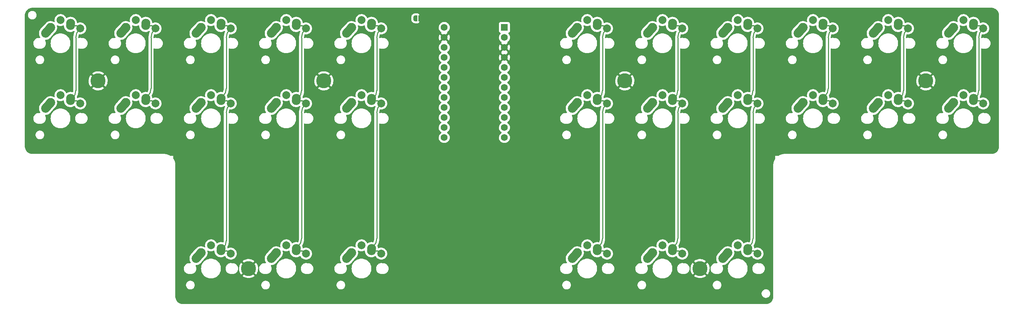
<source format=gtl>
G04 #@! TF.GenerationSoftware,KiCad,Pcbnew,(5.99.0-11042-g5b8f32acd2)*
G04 #@! TF.CreationDate,2021-06-17T15:47:29-07:00*
G04 #@! TF.ProjectId,unisplit_orthosteno,756e6973-706c-4697-945f-6f7274686f73,rev?*
G04 #@! TF.SameCoordinates,Original*
G04 #@! TF.FileFunction,Copper,L1,Top*
G04 #@! TF.FilePolarity,Positive*
%FSLAX46Y46*%
G04 Gerber Fmt 4.6, Leading zero omitted, Abs format (unit mm)*
G04 Created by KiCad (PCBNEW (5.99.0-11042-g5b8f32acd2)) date 2021-06-17 15:47:29*
%MOMM*%
%LPD*%
G01*
G04 APERTURE LIST*
G04 Aperture macros list*
%AMHorizOval*
0 Thick line with rounded ends*
0 $1 width*
0 $2 $3 position (X,Y) of the first rounded end (center of the circle)*
0 $4 $5 position (X,Y) of the second rounded end (center of the circle)*
0 Add line between two ends*
20,1,$1,$2,$3,$4,$5,0*
0 Add two circle primitives to create the rounded ends*
1,1,$1,$2,$3*
1,1,$1,$4,$5*%
%AMFreePoly0*
4,1,22,0.500000,-0.750000,0.000000,-0.750000,0.000000,-0.745033,-0.079941,-0.743568,-0.215256,-0.701293,-0.333266,-0.622738,-0.424486,-0.514219,-0.481581,-0.384460,-0.499164,-0.250000,-0.500000,-0.250000,-0.500000,0.250000,-0.499164,0.250000,-0.499963,0.256109,-0.478152,0.396186,-0.417904,0.524511,-0.324060,0.630769,-0.204165,0.706417,-0.067858,0.745374,0.000000,0.744959,0.000000,0.750000,
0.500000,0.750000,0.500000,-0.750000,0.500000,-0.750000,$1*%
%AMFreePoly1*
4,1,20,0.000000,0.744959,0.073905,0.744508,0.209726,0.703889,0.328688,0.626782,0.421226,0.519385,0.479903,0.390333,0.500000,0.250000,0.500000,-0.250000,0.499851,-0.262216,0.476331,-0.402017,0.414519,-0.529596,0.319384,-0.634700,0.198574,-0.708877,0.061801,-0.746166,0.000000,-0.745033,0.000000,-0.750000,-0.500000,-0.750000,-0.500000,0.750000,0.000000,0.750000,0.000000,0.744959,
0.000000,0.744959,$1*%
G04 Aperture macros list end*
G04 #@! TA.AperFunction,ComponentPad*
%ADD10HorizOval,2.250000X0.019771X0.290016X-0.019771X-0.290016X0*%
G04 #@! TD*
G04 #@! TA.AperFunction,ComponentPad*
%ADD11C,2.000000*%
G04 #@! TD*
G04 #@! TA.AperFunction,ComponentPad*
%ADD12C,2.250000*%
G04 #@! TD*
G04 #@! TA.AperFunction,ComponentPad*
%ADD13HorizOval,2.250000X0.654995X0.730004X-0.654995X-0.730004X0*%
G04 #@! TD*
G04 #@! TA.AperFunction,ComponentPad*
%ADD14C,3.800000*%
G04 #@! TD*
G04 #@! TA.AperFunction,ComponentPad*
%ADD15FreePoly0,0.000000*%
G04 #@! TD*
G04 #@! TA.AperFunction,ComponentPad*
%ADD16FreePoly1,0.000000*%
G04 #@! TD*
G04 #@! TA.AperFunction,ComponentPad*
%ADD17R,1.752600X1.752600*%
G04 #@! TD*
G04 #@! TA.AperFunction,ComponentPad*
%ADD18C,1.752600*%
G04 #@! TD*
G04 #@! TA.AperFunction,ViaPad*
%ADD19C,0.800000*%
G04 #@! TD*
G04 #@! TA.AperFunction,Conductor*
%ADD20C,0.250000*%
G04 #@! TD*
G04 APERTURE END LIST*
D10*
X39826021Y-65059984D03*
D11*
X42306250Y-66050000D03*
D12*
X39846250Y-64770000D03*
X34806250Y-65850000D03*
D13*
X34151245Y-66579996D03*
D11*
X37306250Y-63950000D03*
D10*
X58876021Y-65059984D03*
D12*
X58896250Y-64770000D03*
D11*
X61356250Y-66050000D03*
D12*
X53856250Y-65850000D03*
D13*
X53201245Y-66579996D03*
D11*
X56356250Y-63950000D03*
D10*
X77926021Y-65059984D03*
D12*
X77946250Y-64770000D03*
D11*
X80406250Y-66050000D03*
X75406250Y-63950000D03*
D13*
X72251245Y-66579996D03*
D12*
X72906250Y-65850000D03*
D11*
X99456250Y-66050000D03*
D10*
X96976021Y-65059984D03*
D12*
X96996250Y-64770000D03*
D11*
X94456250Y-63950000D03*
D12*
X91956250Y-65850000D03*
D13*
X91301245Y-66579996D03*
D10*
X116026021Y-65059984D03*
D12*
X116046250Y-64770000D03*
D11*
X118506250Y-66050000D03*
D13*
X110351245Y-66579996D03*
D12*
X111006250Y-65850000D03*
D11*
X113506250Y-63950000D03*
D12*
X173196250Y-64770000D03*
D11*
X175656250Y-66050000D03*
D10*
X173176021Y-65059984D03*
D12*
X168156250Y-65850000D03*
D11*
X170656250Y-63950000D03*
D13*
X167501245Y-66579996D03*
D12*
X192246250Y-64770000D03*
D11*
X194706250Y-66050000D03*
D10*
X192226021Y-65059984D03*
D13*
X186551245Y-66579996D03*
D11*
X189706250Y-63950000D03*
D12*
X187206250Y-65850000D03*
D11*
X213756250Y-66050000D03*
D12*
X211296250Y-64770000D03*
D10*
X211276021Y-65059984D03*
D13*
X205601245Y-66579996D03*
D11*
X208756250Y-63950000D03*
D12*
X206256250Y-65850000D03*
D11*
X232806250Y-66050000D03*
D10*
X230326021Y-65059984D03*
D12*
X230346250Y-64770000D03*
X225306250Y-65850000D03*
D13*
X224651245Y-66579996D03*
D11*
X227806250Y-63950000D03*
X251856250Y-66050000D03*
D10*
X249376021Y-65059984D03*
D12*
X249396250Y-64770000D03*
X244356250Y-65850000D03*
D11*
X246856250Y-63950000D03*
D13*
X243701245Y-66579996D03*
D12*
X268446250Y-64770000D03*
D11*
X270906250Y-66050000D03*
D10*
X268426021Y-65059984D03*
D12*
X263406250Y-65850000D03*
D11*
X265906250Y-63950000D03*
D13*
X262751245Y-66579996D03*
D10*
X39826021Y-84109984D03*
D12*
X39846250Y-83820000D03*
D11*
X42306250Y-85100000D03*
D13*
X34151245Y-85629996D03*
D11*
X37306250Y-83000000D03*
D12*
X34806250Y-84900000D03*
D10*
X58876021Y-84109984D03*
D12*
X58896250Y-83820000D03*
D11*
X61356250Y-85100000D03*
X56356250Y-83000000D03*
D13*
X53201245Y-85629996D03*
D12*
X53856250Y-84900000D03*
X77946250Y-83820000D03*
D11*
X80406250Y-85100000D03*
D10*
X77926021Y-84109984D03*
D11*
X75406250Y-83000000D03*
D12*
X72906250Y-84900000D03*
D13*
X72251245Y-85629996D03*
D11*
X99456250Y-85100000D03*
D10*
X96976021Y-84109984D03*
D12*
X96996250Y-83820000D03*
D13*
X91301245Y-85629996D03*
D12*
X91956250Y-84900000D03*
D11*
X94456250Y-83000000D03*
D12*
X116046250Y-83820000D03*
D10*
X116026021Y-84109984D03*
D11*
X118506250Y-85100000D03*
D13*
X110351245Y-85629996D03*
D12*
X111006250Y-84900000D03*
D11*
X113506250Y-83000000D03*
D12*
X173196250Y-83820000D03*
D10*
X173176021Y-84109984D03*
D11*
X175656250Y-85100000D03*
D13*
X167501245Y-85629996D03*
D12*
X168156250Y-84900000D03*
D11*
X170656250Y-83000000D03*
D12*
X192246250Y-83820000D03*
D11*
X194706250Y-85100000D03*
D10*
X192226021Y-84109984D03*
D13*
X186551245Y-85629996D03*
D11*
X189706250Y-83000000D03*
D12*
X187206250Y-84900000D03*
D10*
X211276021Y-84109984D03*
D12*
X211296250Y-83820000D03*
D11*
X213756250Y-85100000D03*
X208756250Y-83000000D03*
D12*
X206256250Y-84900000D03*
D13*
X205601245Y-85629996D03*
D10*
X230326021Y-84109984D03*
D11*
X232806250Y-85100000D03*
D12*
X230346250Y-83820000D03*
D11*
X227806250Y-83000000D03*
D12*
X225306250Y-84900000D03*
D13*
X224651245Y-85629996D03*
D12*
X249396250Y-83820000D03*
D11*
X251856250Y-85100000D03*
D10*
X249376021Y-84109984D03*
D12*
X244356250Y-84900000D03*
D13*
X243701245Y-85629996D03*
D11*
X246856250Y-83000000D03*
X270906250Y-85100000D03*
D12*
X268446250Y-83820000D03*
D10*
X268426021Y-84109984D03*
D13*
X262751245Y-85629996D03*
D12*
X263406250Y-84900000D03*
D11*
X265906250Y-83000000D03*
X80406250Y-123200000D03*
D10*
X77926021Y-122209984D03*
D12*
X77946250Y-121920000D03*
X72906250Y-123000000D03*
D11*
X75406250Y-121100000D03*
D13*
X72251245Y-123729996D03*
D11*
X99456250Y-123200000D03*
D12*
X96996250Y-121920000D03*
D10*
X96976021Y-122209984D03*
D13*
X91301245Y-123729996D03*
D12*
X91956250Y-123000000D03*
D11*
X94456250Y-121100000D03*
D12*
X173196250Y-121920000D03*
D10*
X173176021Y-122209984D03*
D11*
X175656250Y-123200000D03*
D13*
X167501245Y-123729996D03*
D12*
X168156250Y-123000000D03*
D11*
X170656250Y-121100000D03*
X194706250Y-123200000D03*
D10*
X192226021Y-122209984D03*
D12*
X192246250Y-121920000D03*
D11*
X189706250Y-121100000D03*
D12*
X187206250Y-123000000D03*
D13*
X186551245Y-123729996D03*
D10*
X116026021Y-122209984D03*
D12*
X116046250Y-121920000D03*
D11*
X118506250Y-123200000D03*
X113506250Y-121100000D03*
D13*
X110351245Y-123729996D03*
D12*
X111006250Y-123000000D03*
X211296250Y-121920000D03*
D11*
X213756250Y-123200000D03*
D10*
X211276021Y-122209984D03*
D11*
X208756250Y-121100000D03*
D12*
X206256250Y-123000000D03*
D13*
X205601245Y-123729996D03*
D14*
X84931250Y-127000000D03*
X103981250Y-79375000D03*
X180181250Y-79375000D03*
X256381250Y-79375000D03*
X46831250Y-79375000D03*
D15*
X127143750Y-63500000D03*
D16*
X128443750Y-63500000D03*
D14*
X199231250Y-127000000D03*
D17*
X149701250Y-65804250D03*
D18*
X149701250Y-68344250D03*
X149701250Y-70884250D03*
X149701250Y-73424250D03*
X149701250Y-75964250D03*
X149701250Y-78504250D03*
X149701250Y-81044250D03*
X149701250Y-83584250D03*
X149701250Y-86124250D03*
X149701250Y-88664250D03*
X149701250Y-91204250D03*
X149701250Y-93744250D03*
X134461250Y-93744250D03*
X134461250Y-91204250D03*
X134461250Y-88664250D03*
X134461250Y-86124250D03*
X134461250Y-83584250D03*
X134461250Y-81044250D03*
X134461250Y-78504250D03*
X134461250Y-75964250D03*
X134461250Y-73424250D03*
X134461250Y-70884250D03*
X134461250Y-68344250D03*
X134461250Y-65804250D03*
D19*
X208788000Y-85344000D03*
X165354000Y-91059000D03*
X56388000Y-85344000D03*
X170688000Y-85344000D03*
X141986000Y-92202000D03*
X113538000Y-85471000D03*
X94488000Y-85471000D03*
X246888000Y-85471000D03*
X80518000Y-82931000D03*
X118872000Y-82931000D03*
X227838000Y-85471000D03*
X99695000Y-82804000D03*
X75438000Y-85471000D03*
X189738000Y-85344000D03*
D20*
X41899143Y-84692893D02*
X42306250Y-85100000D01*
X41186249Y-68412642D02*
X41186249Y-81777360D01*
X40307569Y-83898681D02*
X39806250Y-84400000D01*
X42306250Y-66050000D02*
X42064928Y-66291322D01*
X41899143Y-65642893D02*
X42306250Y-66050000D01*
X39806250Y-84400000D02*
X41192036Y-84400000D01*
X39806250Y-65350000D02*
X41192036Y-65350000D01*
X42064928Y-66291322D02*
G75*
G03*
X41186249Y-68412642I2121319J-2121319D01*
G01*
X40307569Y-83898681D02*
G75*
G03*
X41186249Y-81777360I-2121325J2121323D01*
G01*
X41192036Y-84400001D02*
G75*
G02*
X41899142Y-84692894I3J-999993D01*
G01*
X41192036Y-65350001D02*
G75*
G02*
X41899142Y-65642894I3J-999993D01*
G01*
X60949143Y-84692893D02*
X61356250Y-85100000D01*
X61356250Y-66050000D02*
X61114928Y-66291322D01*
X60236249Y-68412642D02*
X60236249Y-81237360D01*
X59357569Y-83358681D02*
X58896250Y-83820000D01*
X60949143Y-65642893D02*
X61356250Y-66050000D01*
X58856250Y-65350000D02*
X60242036Y-65350000D01*
X58856250Y-84400000D02*
X60242036Y-84400000D01*
X61114928Y-66291322D02*
G75*
G03*
X60236249Y-68412642I2121319J-2121319D01*
G01*
X60242036Y-65350001D02*
G75*
G02*
X60949142Y-65642894I3J-999993D01*
G01*
X59357569Y-83358681D02*
G75*
G03*
X60236249Y-81237360I-2121325J2121323D01*
G01*
X60242036Y-84400001D02*
G75*
G02*
X60949142Y-84692894I3J-999993D01*
G01*
X78407569Y-83358681D02*
X77946250Y-83820000D01*
X79286249Y-87462642D02*
X79286249Y-119877360D01*
X80406250Y-85100000D02*
X80164928Y-85341322D01*
X79999143Y-84692893D02*
X80406250Y-85100000D01*
X78407569Y-121998681D02*
X77906250Y-122500000D01*
X77906250Y-122500000D02*
X79292036Y-122500000D01*
X77906250Y-84400000D02*
X79292036Y-84400000D01*
X79999143Y-122792893D02*
X80406250Y-123200000D01*
X80406250Y-66050000D02*
X80164928Y-66291322D01*
X79286249Y-68412642D02*
X79286249Y-81237360D01*
X79999143Y-65642893D02*
X80406250Y-66050000D01*
X77906250Y-65350000D02*
X79292036Y-65350000D01*
X80164928Y-85341322D02*
G75*
G03*
X79286249Y-87462642I2121319J-2121319D01*
G01*
X79999143Y-84692893D02*
G75*
G03*
X79292036Y-84400000I-707106J-707106D01*
G01*
X79292036Y-65350001D02*
G75*
G02*
X79999142Y-65642894I3J-999993D01*
G01*
X78407569Y-83358681D02*
G75*
G03*
X79286249Y-81237360I-2121325J2121323D01*
G01*
X80164928Y-66291322D02*
G75*
G03*
X79286249Y-68412642I2121319J-2121319D01*
G01*
X78407569Y-121998681D02*
G75*
G03*
X79286249Y-119877360I-2121325J2121323D01*
G01*
X79999143Y-122792893D02*
G75*
G03*
X79292036Y-122500000I-707106J-707106D01*
G01*
X97457569Y-121458681D02*
X96996250Y-121920000D01*
X98336249Y-87462642D02*
X98336249Y-119337360D01*
X96956250Y-122500000D02*
X98342036Y-122500000D01*
X98336249Y-68412642D02*
X98336249Y-81777360D01*
X99456250Y-66050000D02*
X99214928Y-66291322D01*
X99049143Y-84692893D02*
X99456250Y-85100000D01*
X99456250Y-85100000D02*
X99214928Y-85341322D01*
X97457569Y-83898681D02*
X96956250Y-84400000D01*
X96956250Y-65350000D02*
X98342036Y-65350000D01*
X99049143Y-65642893D02*
X99456250Y-66050000D01*
X96956250Y-84400000D02*
X98342036Y-84400000D01*
X99049143Y-122792893D02*
X99456250Y-123200000D01*
X99049143Y-122792893D02*
G75*
G03*
X98342036Y-122500000I-707106J-707106D01*
G01*
X99214928Y-66291322D02*
G75*
G03*
X98336249Y-68412642I2121319J-2121319D01*
G01*
X99049143Y-84692893D02*
G75*
G03*
X98342036Y-84400000I-707106J-707106D01*
G01*
X98342036Y-65350001D02*
G75*
G02*
X99049142Y-65642894I3J-999993D01*
G01*
X98336248Y-119337360D02*
G75*
G02*
X97457568Y-121458680I-2999993J-3D01*
G01*
X99214928Y-85341322D02*
G75*
G03*
X98336249Y-87462642I2121319J-2121319D01*
G01*
X98336248Y-81777360D02*
G75*
G02*
X97457568Y-83898680I-2999993J-3D01*
G01*
X117386249Y-87462642D02*
X117386249Y-119337360D01*
X116507569Y-83898681D02*
X116006250Y-84400000D01*
X116006250Y-65350000D02*
X117392036Y-65350000D01*
X116006250Y-84400000D02*
X117392036Y-84400000D01*
X116006250Y-122500000D02*
X117392036Y-122500000D01*
X118099143Y-65642893D02*
X118506250Y-66050000D01*
X116507569Y-121458681D02*
X116046250Y-121920000D01*
X118506250Y-66050000D02*
X118264928Y-66291322D01*
X118506250Y-85100000D02*
X118264928Y-85341322D01*
X118099143Y-122792893D02*
X118506250Y-123200000D01*
X118099143Y-84692893D02*
X118506250Y-85100000D01*
X117386249Y-68412642D02*
X117386249Y-81777360D01*
X118264928Y-85341322D02*
G75*
G03*
X117386249Y-87462642I2121319J-2121319D01*
G01*
X116507569Y-83898681D02*
G75*
G03*
X117386249Y-81777360I-2121325J2121323D01*
G01*
X116507569Y-121458681D02*
G75*
G03*
X117386249Y-119337360I-2121325J2121323D01*
G01*
X118099143Y-65642893D02*
G75*
G03*
X117392036Y-65350000I-707106J-707106D01*
G01*
X118099143Y-84692893D02*
G75*
G03*
X117392036Y-84400000I-707106J-707106D01*
G01*
X118264928Y-66291322D02*
G75*
G03*
X117386249Y-68412642I2121319J-2121319D01*
G01*
X118099143Y-122792893D02*
G75*
G03*
X117392036Y-122500000I-707106J-707106D01*
G01*
X174536249Y-68412642D02*
X174536249Y-81777360D01*
X175249143Y-65642893D02*
X175656250Y-66050000D01*
X175249143Y-122792893D02*
X175656250Y-123200000D01*
X173156250Y-84400000D02*
X174542036Y-84400000D01*
X175656250Y-85100000D02*
X175414928Y-85341322D01*
X174536249Y-87462642D02*
X174536249Y-119337360D01*
X173657569Y-121458681D02*
X173196250Y-121920000D01*
X175249143Y-84692893D02*
X175656250Y-85100000D01*
X173156250Y-122500000D02*
X174542036Y-122500000D01*
X173156250Y-65350000D02*
X174542036Y-65350000D01*
X175656250Y-66050000D02*
X175414928Y-66291322D01*
X173657569Y-83898681D02*
X173156250Y-84400000D01*
X174536248Y-81777360D02*
G75*
G02*
X173657568Y-83898680I-2999993J-3D01*
G01*
X174542036Y-65350001D02*
G75*
G02*
X175249142Y-65642894I3J-999993D01*
G01*
X174542036Y-122500001D02*
G75*
G02*
X175249142Y-122792894I3J-999993D01*
G01*
X174536249Y-68412642D02*
G75*
G02*
X175414928Y-66291322I2999998J1D01*
G01*
X173657569Y-121458681D02*
G75*
G03*
X174536249Y-119337360I-2121325J2121323D01*
G01*
X175414928Y-85341322D02*
G75*
G03*
X174536249Y-87462642I2121319J-2121319D01*
G01*
X174542036Y-84400001D02*
G75*
G02*
X175249142Y-84692894I3J-999993D01*
G01*
X193586249Y-68412642D02*
X193586249Y-81777360D01*
X192206250Y-84400000D02*
X193592036Y-84400000D01*
X194299143Y-84692893D02*
X194706250Y-85100000D01*
X194299143Y-65642893D02*
X194706250Y-66050000D01*
X192206250Y-65350000D02*
X193592036Y-65350000D01*
X194706250Y-85100000D02*
X194464928Y-85341322D01*
X192206250Y-122500000D02*
X193592036Y-122500000D01*
X192707569Y-121458681D02*
X192246250Y-121920000D01*
X194299143Y-122792893D02*
X194706250Y-123200000D01*
X194706250Y-66050000D02*
X194464928Y-66291322D01*
X192707569Y-83898681D02*
X192206250Y-84400000D01*
X193586249Y-87462642D02*
X193586249Y-119337360D01*
X193586249Y-68412642D02*
G75*
G02*
X194464928Y-66291322I2999998J1D01*
G01*
X194299143Y-84692893D02*
G75*
G03*
X193592036Y-84400000I-707106J-707106D01*
G01*
X193586248Y-81777360D02*
G75*
G02*
X192707568Y-83898680I-2999993J-3D01*
G01*
X194299143Y-65642893D02*
G75*
G03*
X193592036Y-65350000I-707106J-707106D01*
G01*
X193586249Y-87462642D02*
G75*
G02*
X194464928Y-85341322I2999998J1D01*
G01*
X193592036Y-122500001D02*
G75*
G02*
X194299142Y-122792894I3J-999993D01*
G01*
X193586248Y-119337360D02*
G75*
G02*
X192707568Y-121458680I-2999993J-3D01*
G01*
X211757569Y-83898681D02*
X211256250Y-84400000D01*
X211256250Y-84400000D02*
X212642036Y-84400000D01*
X213756250Y-85100000D02*
X213514928Y-85341322D01*
X212636249Y-87462642D02*
X212636249Y-119337360D01*
X211757569Y-121458681D02*
X211296250Y-121920000D01*
X211256250Y-122500000D02*
X212642036Y-122500000D01*
X213349143Y-122792893D02*
X213756250Y-123200000D01*
X213349143Y-84692893D02*
X213756250Y-85100000D01*
X213349143Y-65642893D02*
X213756250Y-66050000D01*
X212636249Y-68412642D02*
X212636249Y-81777360D01*
X213756250Y-66050000D02*
X213514928Y-66291322D01*
X211256250Y-65350000D02*
X212642036Y-65350000D01*
X212636249Y-68412642D02*
G75*
G02*
X213514928Y-66291322I2999998J1D01*
G01*
X212642036Y-122500001D02*
G75*
G02*
X213349142Y-122792894I3J-999993D01*
G01*
X212636248Y-119337360D02*
G75*
G02*
X211757568Y-121458680I-2999993J-3D01*
G01*
X212636248Y-81777360D02*
G75*
G02*
X211757568Y-83898680I-2999993J-3D01*
G01*
X212642036Y-65350001D02*
G75*
G02*
X213349142Y-65642894I3J-999993D01*
G01*
X212636249Y-87462642D02*
G75*
G02*
X213514928Y-85341322I2999998J1D01*
G01*
X213349143Y-84692893D02*
G75*
G03*
X212642036Y-84400000I-707106J-707106D01*
G01*
X232399143Y-84692893D02*
X232806250Y-85100000D01*
X232399143Y-65642893D02*
X232806250Y-66050000D01*
X230807569Y-83358681D02*
X230346250Y-83820000D01*
X230306250Y-65350000D02*
X231692036Y-65350000D01*
X231686249Y-68412642D02*
X231686249Y-81237360D01*
X230306250Y-84400000D02*
X231692036Y-84400000D01*
X232806250Y-66050000D02*
X232564928Y-66291322D01*
X231692036Y-84400001D02*
G75*
G02*
X232399142Y-84692894I3J-999993D01*
G01*
X231686248Y-81237360D02*
G75*
G02*
X230807568Y-83358680I-2999993J-3D01*
G01*
X232564928Y-66291322D02*
G75*
G03*
X231686249Y-68412642I2121319J-2121319D01*
G01*
X232399143Y-65642893D02*
G75*
G03*
X231692036Y-65350000I-707106J-707106D01*
G01*
X249356250Y-84400000D02*
X250742036Y-84400000D01*
X251449143Y-65642893D02*
X251856250Y-66050000D01*
X249857569Y-83898681D02*
X249356250Y-84400000D01*
X250736249Y-68412642D02*
X250736249Y-81777360D01*
X249356250Y-65350000D02*
X250742036Y-65350000D01*
X251856250Y-66050000D02*
X251614928Y-66291322D01*
X251449143Y-84692893D02*
X251856250Y-85100000D01*
X251614928Y-66291322D02*
G75*
G03*
X250736249Y-68412642I2121319J-2121319D01*
G01*
X250736248Y-81777360D02*
G75*
G02*
X249857568Y-83898680I-2999993J-3D01*
G01*
X251449143Y-84692893D02*
G75*
G03*
X250742036Y-84400000I-707106J-707106D01*
G01*
X250742036Y-65350001D02*
G75*
G02*
X251449142Y-65642894I3J-999993D01*
G01*
X268907569Y-83898681D02*
X268406250Y-84400000D01*
X270499143Y-84692893D02*
X270906250Y-85100000D01*
X268406250Y-84400000D02*
X269792036Y-84400000D01*
X268406250Y-65350000D02*
X269792036Y-65350000D01*
X270499143Y-65642893D02*
X270906250Y-66050000D01*
X269786249Y-68412642D02*
X269786249Y-81777360D01*
X270906250Y-66050000D02*
X270664928Y-66291322D01*
X269786249Y-68412642D02*
G75*
G02*
X270664928Y-66291322I2999998J1D01*
G01*
X269792036Y-84400001D02*
G75*
G02*
X270499142Y-84692894I3J-999993D01*
G01*
X269792036Y-65350001D02*
G75*
G02*
X270499142Y-65642894I3J-999993D01*
G01*
X269786248Y-81777360D02*
G75*
G02*
X268907568Y-83898680I-2999993J-3D01*
G01*
G04 #@! TA.AperFunction,Conductor*
G36*
X273050000Y-60835911D02*
G01*
X273050000Y-60838000D01*
X273079689Y-60838972D01*
X273166009Y-60841798D01*
X273178332Y-60842809D01*
X273406287Y-60872820D01*
X273422452Y-60876035D01*
X273642553Y-60935011D01*
X273658160Y-60940309D01*
X273868683Y-61027510D01*
X273883456Y-61034796D01*
X273964479Y-61081575D01*
X274080788Y-61148726D01*
X274094492Y-61157882D01*
X274275277Y-61296602D01*
X274287668Y-61307470D01*
X274448780Y-61468582D01*
X274459648Y-61480973D01*
X274598368Y-61661758D01*
X274607524Y-61675462D01*
X274721452Y-61872790D01*
X274728740Y-61887567D01*
X274793159Y-62043089D01*
X274815941Y-62098090D01*
X274821239Y-62113697D01*
X274880215Y-62333798D01*
X274883430Y-62349963D01*
X274913441Y-62577918D01*
X274914452Y-62590241D01*
X274918250Y-62706250D01*
X274916689Y-62706301D01*
X274916697Y-62706565D01*
X274919108Y-62706250D01*
X274922187Y-62729798D01*
X274923250Y-62746134D01*
X274923250Y-95995864D01*
X274921750Y-96015247D01*
X274918288Y-96037483D01*
X274918847Y-96041759D01*
X274918605Y-96043750D01*
X274918250Y-96043750D01*
X274918120Y-96047723D01*
X274914452Y-96159759D01*
X274913441Y-96172082D01*
X274883430Y-96400037D01*
X274880215Y-96416202D01*
X274821239Y-96636303D01*
X274815941Y-96651910D01*
X274728742Y-96862428D01*
X274721452Y-96877210D01*
X274607524Y-97074538D01*
X274598368Y-97088242D01*
X274459648Y-97269027D01*
X274448780Y-97281418D01*
X274287668Y-97442530D01*
X274275277Y-97453398D01*
X274094492Y-97592118D01*
X274080788Y-97601274D01*
X273964479Y-97668425D01*
X273883456Y-97715204D01*
X273868683Y-97722490D01*
X273713161Y-97786909D01*
X273658160Y-97809691D01*
X273642553Y-97814989D01*
X273422452Y-97873965D01*
X273406287Y-97877180D01*
X273178332Y-97907191D01*
X273166009Y-97908202D01*
X273065142Y-97911504D01*
X273065140Y-97911504D01*
X273050000Y-97912000D01*
X273050000Y-97913935D01*
X273030908Y-97917000D01*
X273022378Y-97917000D01*
X273021608Y-97916998D01*
X273021052Y-97916995D01*
X272980378Y-97916746D01*
X272979546Y-97916984D01*
X272979308Y-97917000D01*
X220682985Y-97917000D01*
X220662500Y-97914967D01*
X220662500Y-97912000D01*
X220647921Y-97912477D01*
X220647920Y-97912477D01*
X220476290Y-97918096D01*
X220476289Y-97918096D01*
X220473207Y-97918197D01*
X220470151Y-97918599D01*
X220470143Y-97918600D01*
X220215974Y-97952062D01*
X220097859Y-97967612D01*
X220093877Y-97968679D01*
X220093872Y-97968680D01*
X219736155Y-98064530D01*
X219736151Y-98064531D01*
X219732174Y-98065597D01*
X219382405Y-98210476D01*
X219378837Y-98212536D01*
X219378833Y-98212538D01*
X219366321Y-98219762D01*
X219054541Y-98399769D01*
X219051265Y-98402283D01*
X219049045Y-98403766D01*
X218979044Y-98425000D01*
X218281250Y-98425000D01*
X218281250Y-99122794D01*
X218260016Y-99192795D01*
X218258533Y-99195015D01*
X218256019Y-99198291D01*
X218066726Y-99526155D01*
X217921847Y-99875924D01*
X217823862Y-100241609D01*
X217774447Y-100616957D01*
X217768500Y-100798624D01*
X217768288Y-100799983D01*
X217768422Y-100801005D01*
X217768250Y-100806250D01*
X217769108Y-100806250D01*
X217769457Y-100808919D01*
X217769457Y-100808923D01*
X217772187Y-100829798D01*
X217773250Y-100846134D01*
X217773250Y-134095864D01*
X217771750Y-134115247D01*
X217768288Y-134137483D01*
X217768847Y-134141759D01*
X217768605Y-134143750D01*
X217768250Y-134143750D01*
X217768120Y-134147723D01*
X217764452Y-134259759D01*
X217763441Y-134272082D01*
X217733430Y-134500037D01*
X217730215Y-134516202D01*
X217671239Y-134736303D01*
X217665941Y-134751910D01*
X217578742Y-134962428D01*
X217571452Y-134977210D01*
X217457524Y-135174538D01*
X217448368Y-135188242D01*
X217309648Y-135369027D01*
X217298780Y-135381418D01*
X217137668Y-135542530D01*
X217125277Y-135553398D01*
X216944492Y-135692118D01*
X216930788Y-135701274D01*
X216814479Y-135768425D01*
X216733456Y-135815204D01*
X216718683Y-135822490D01*
X216563161Y-135886909D01*
X216508160Y-135909691D01*
X216492553Y-135914989D01*
X216272452Y-135973965D01*
X216256287Y-135977180D01*
X216028332Y-136007191D01*
X216016009Y-136008202D01*
X215915142Y-136011504D01*
X215915140Y-136011504D01*
X215900000Y-136012000D01*
X215900000Y-136013935D01*
X215880908Y-136017000D01*
X215872378Y-136017000D01*
X215871608Y-136016998D01*
X215871052Y-136016995D01*
X215830378Y-136016746D01*
X215829546Y-136016984D01*
X215829308Y-136017000D01*
X68287638Y-136017000D01*
X68262500Y-136014089D01*
X68262500Y-136012000D01*
X68232811Y-136011028D01*
X68146491Y-136008202D01*
X68134168Y-136007191D01*
X67906213Y-135977180D01*
X67890048Y-135973965D01*
X67669947Y-135914989D01*
X67654340Y-135909691D01*
X67599339Y-135886909D01*
X67443817Y-135822490D01*
X67429044Y-135815204D01*
X67348021Y-135768425D01*
X67231712Y-135701274D01*
X67218008Y-135692118D01*
X67037223Y-135553398D01*
X67024832Y-135542530D01*
X66863720Y-135381418D01*
X66852852Y-135369027D01*
X66714132Y-135188242D01*
X66704976Y-135174538D01*
X66591048Y-134977210D01*
X66583758Y-134962428D01*
X66496559Y-134751910D01*
X66491261Y-134736303D01*
X66432285Y-134516202D01*
X66429070Y-134500037D01*
X66399059Y-134272082D01*
X66398048Y-134259759D01*
X66396519Y-134213065D01*
X66394250Y-134143750D01*
X66393353Y-134137483D01*
X66390523Y-134117726D01*
X66389250Y-134099863D01*
X66389250Y-133450638D01*
X214815158Y-133450638D01*
X214853760Y-133653961D01*
X214930113Y-133846316D01*
X215041462Y-134020763D01*
X215183790Y-134171007D01*
X215188655Y-134174497D01*
X215188658Y-134174499D01*
X215307529Y-134259759D01*
X215351960Y-134291627D01*
X215539905Y-134378271D01*
X215545721Y-134379705D01*
X215545724Y-134379706D01*
X215735018Y-134426376D01*
X215735019Y-134426376D01*
X215740843Y-134427812D01*
X215746834Y-134428121D01*
X215746836Y-134428121D01*
X215805768Y-134431158D01*
X215947523Y-134438463D01*
X215953458Y-134437634D01*
X215953462Y-134437634D01*
X216102647Y-134416800D01*
X216152489Y-134409839D01*
X216348345Y-134342974D01*
X216433792Y-134294137D01*
X216522819Y-134243254D01*
X216522824Y-134243251D01*
X216528023Y-134240279D01*
X216685040Y-134105461D01*
X216813732Y-133943384D01*
X216909453Y-133759896D01*
X216941135Y-133653961D01*
X216967033Y-133567363D01*
X216967033Y-133567362D01*
X216968751Y-133561618D01*
X216989485Y-133355705D01*
X216989500Y-133350000D01*
X216979357Y-133243683D01*
X216970414Y-133149955D01*
X216969844Y-133143981D01*
X216911585Y-132945395D01*
X216908838Y-132940061D01*
X216819572Y-132766739D01*
X216819570Y-132766736D01*
X216816826Y-132761408D01*
X216688985Y-132598660D01*
X216684454Y-132594728D01*
X216537207Y-132466952D01*
X216537202Y-132466948D01*
X216532676Y-132463021D01*
X216353538Y-132359387D01*
X216158035Y-132291497D01*
X216152102Y-132290637D01*
X216152099Y-132290636D01*
X215959162Y-132262662D01*
X215959159Y-132262662D01*
X215953222Y-132261801D01*
X215746488Y-132271369D01*
X215740664Y-132272773D01*
X215740661Y-132272773D01*
X215576072Y-132312440D01*
X215545293Y-132319858D01*
X215539835Y-132322340D01*
X215539831Y-132322341D01*
X215462682Y-132357419D01*
X215356898Y-132405516D01*
X215188098Y-132525254D01*
X215044986Y-132674751D01*
X214932725Y-132848612D01*
X214855366Y-133040565D01*
X214815700Y-133243683D01*
X214815158Y-133450638D01*
X66389250Y-133450638D01*
X66389250Y-131302855D01*
X69077511Y-131302855D01*
X69116963Y-131510657D01*
X69194998Y-131707249D01*
X69308800Y-131885539D01*
X69454263Y-132039093D01*
X69459128Y-132042583D01*
X69459131Y-132042585D01*
X69547526Y-132105986D01*
X69626137Y-132162370D01*
X69818222Y-132250922D01*
X69824038Y-132252356D01*
X69824041Y-132252357D01*
X69918847Y-132275731D01*
X70023587Y-132301555D01*
X70029577Y-132301864D01*
X70029579Y-132301864D01*
X70103948Y-132305696D01*
X70234820Y-132312440D01*
X70240755Y-132311611D01*
X70240759Y-132311611D01*
X70396793Y-132289820D01*
X70444301Y-132283186D01*
X70644471Y-132214848D01*
X70828107Y-132109891D01*
X70832651Y-132105990D01*
X70832656Y-132105986D01*
X70984036Y-131976008D01*
X70988584Y-131972103D01*
X71120110Y-131806456D01*
X71217940Y-131618926D01*
X71278544Y-131416280D01*
X71289965Y-131302855D01*
X88127511Y-131302855D01*
X88166963Y-131510657D01*
X88244998Y-131707249D01*
X88358800Y-131885539D01*
X88504263Y-132039093D01*
X88509128Y-132042583D01*
X88509131Y-132042585D01*
X88597526Y-132105986D01*
X88676137Y-132162370D01*
X88868222Y-132250922D01*
X88874038Y-132252356D01*
X88874041Y-132252357D01*
X88968847Y-132275731D01*
X89073587Y-132301555D01*
X89079577Y-132301864D01*
X89079579Y-132301864D01*
X89153948Y-132305696D01*
X89284820Y-132312440D01*
X89290755Y-132311611D01*
X89290759Y-132311611D01*
X89446793Y-132289820D01*
X89494301Y-132283186D01*
X89694471Y-132214848D01*
X89878107Y-132109891D01*
X89882651Y-132105990D01*
X89882656Y-132105986D01*
X90034036Y-131976008D01*
X90038584Y-131972103D01*
X90170110Y-131806456D01*
X90267940Y-131618926D01*
X90328544Y-131416280D01*
X90339965Y-131302855D01*
X107177511Y-131302855D01*
X107216963Y-131510657D01*
X107294998Y-131707249D01*
X107408800Y-131885539D01*
X107554263Y-132039093D01*
X107559128Y-132042583D01*
X107559131Y-132042585D01*
X107647526Y-132105986D01*
X107726137Y-132162370D01*
X107918222Y-132250922D01*
X107924038Y-132252356D01*
X107924041Y-132252357D01*
X108018847Y-132275731D01*
X108123587Y-132301555D01*
X108129577Y-132301864D01*
X108129579Y-132301864D01*
X108203948Y-132305696D01*
X108334820Y-132312440D01*
X108340755Y-132311611D01*
X108340759Y-132311611D01*
X108496793Y-132289820D01*
X108544301Y-132283186D01*
X108744471Y-132214848D01*
X108928107Y-132109891D01*
X108932651Y-132105990D01*
X108932656Y-132105986D01*
X109084036Y-131976008D01*
X109088584Y-131972103D01*
X109220110Y-131806456D01*
X109317940Y-131618926D01*
X109378544Y-131416280D01*
X109389965Y-131302855D01*
X164327511Y-131302855D01*
X164366963Y-131510657D01*
X164444998Y-131707249D01*
X164558800Y-131885539D01*
X164704263Y-132039093D01*
X164709128Y-132042583D01*
X164709131Y-132042585D01*
X164797526Y-132105986D01*
X164876137Y-132162370D01*
X165068222Y-132250922D01*
X165074038Y-132252356D01*
X165074041Y-132252357D01*
X165168847Y-132275731D01*
X165273587Y-132301555D01*
X165279577Y-132301864D01*
X165279579Y-132301864D01*
X165353948Y-132305696D01*
X165484820Y-132312440D01*
X165490755Y-132311611D01*
X165490759Y-132311611D01*
X165646793Y-132289820D01*
X165694301Y-132283186D01*
X165894471Y-132214848D01*
X166078107Y-132109891D01*
X166082651Y-132105990D01*
X166082656Y-132105986D01*
X166234036Y-131976008D01*
X166238584Y-131972103D01*
X166370110Y-131806456D01*
X166467940Y-131618926D01*
X166528544Y-131416280D01*
X166539965Y-131302855D01*
X183377511Y-131302855D01*
X183416963Y-131510657D01*
X183494998Y-131707249D01*
X183608800Y-131885539D01*
X183754263Y-132039093D01*
X183759128Y-132042583D01*
X183759131Y-132042585D01*
X183847526Y-132105986D01*
X183926137Y-132162370D01*
X184118222Y-132250922D01*
X184124038Y-132252356D01*
X184124041Y-132252357D01*
X184218847Y-132275731D01*
X184323587Y-132301555D01*
X184329577Y-132301864D01*
X184329579Y-132301864D01*
X184403948Y-132305696D01*
X184534820Y-132312440D01*
X184540755Y-132311611D01*
X184540759Y-132311611D01*
X184696793Y-132289820D01*
X184744301Y-132283186D01*
X184944471Y-132214848D01*
X185128107Y-132109891D01*
X185132651Y-132105990D01*
X185132656Y-132105986D01*
X185284036Y-131976008D01*
X185288584Y-131972103D01*
X185420110Y-131806456D01*
X185517940Y-131618926D01*
X185578544Y-131416280D01*
X185589965Y-131302855D01*
X202427511Y-131302855D01*
X202466963Y-131510657D01*
X202544998Y-131707249D01*
X202658800Y-131885539D01*
X202804263Y-132039093D01*
X202809128Y-132042583D01*
X202809131Y-132042585D01*
X202897526Y-132105986D01*
X202976137Y-132162370D01*
X203168222Y-132250922D01*
X203174038Y-132252356D01*
X203174041Y-132252357D01*
X203268847Y-132275731D01*
X203373587Y-132301555D01*
X203379577Y-132301864D01*
X203379579Y-132301864D01*
X203453948Y-132305696D01*
X203584820Y-132312440D01*
X203590755Y-132311611D01*
X203590759Y-132311611D01*
X203746793Y-132289820D01*
X203794301Y-132283186D01*
X203994471Y-132214848D01*
X204178107Y-132109891D01*
X204182651Y-132105990D01*
X204182656Y-132105986D01*
X204334036Y-131976008D01*
X204338584Y-131972103D01*
X204470110Y-131806456D01*
X204567940Y-131618926D01*
X204628544Y-131416280D01*
X204649735Y-131205830D01*
X204649750Y-131200000D01*
X204639955Y-131097330D01*
X204630231Y-130995416D01*
X204629661Y-130989442D01*
X204570119Y-130786482D01*
X204473272Y-130598442D01*
X204342615Y-130432109D01*
X204338084Y-130428177D01*
X204187394Y-130297413D01*
X204187389Y-130297409D01*
X204182863Y-130293482D01*
X203999779Y-130187566D01*
X203971867Y-130177873D01*
X203805643Y-130120150D01*
X203805640Y-130120149D01*
X203799969Y-130118180D01*
X203658095Y-130097609D01*
X203596584Y-130088690D01*
X203596581Y-130088690D01*
X203590644Y-130087829D01*
X203379356Y-130097609D01*
X203247790Y-130129317D01*
X203179563Y-130145759D01*
X203179561Y-130145760D01*
X203173730Y-130147165D01*
X203168272Y-130149647D01*
X203168268Y-130149648D01*
X203089207Y-130185595D01*
X202981184Y-130234710D01*
X202808666Y-130357086D01*
X202804517Y-130361420D01*
X202804516Y-130361421D01*
X202666552Y-130505540D01*
X202666548Y-130505545D01*
X202662402Y-130509876D01*
X202659150Y-130514912D01*
X202659148Y-130514915D01*
X202550920Y-130682531D01*
X202547668Y-130687568D01*
X202468604Y-130883749D01*
X202467456Y-130889630D01*
X202467454Y-130889635D01*
X202429212Y-131085461D01*
X202428064Y-131091341D01*
X202427511Y-131302855D01*
X185589965Y-131302855D01*
X185599735Y-131205830D01*
X185599750Y-131200000D01*
X185589955Y-131097330D01*
X185580231Y-130995416D01*
X185579661Y-130989442D01*
X185520119Y-130786482D01*
X185423272Y-130598442D01*
X185292615Y-130432109D01*
X185288084Y-130428177D01*
X185137394Y-130297413D01*
X185137389Y-130297409D01*
X185132863Y-130293482D01*
X184949779Y-130187566D01*
X184921867Y-130177873D01*
X184755643Y-130120150D01*
X184755640Y-130120149D01*
X184749969Y-130118180D01*
X184608095Y-130097609D01*
X184546584Y-130088690D01*
X184546581Y-130088690D01*
X184540644Y-130087829D01*
X184329356Y-130097609D01*
X184197790Y-130129317D01*
X184129563Y-130145759D01*
X184129561Y-130145760D01*
X184123730Y-130147165D01*
X184118272Y-130149647D01*
X184118268Y-130149648D01*
X184039207Y-130185595D01*
X183931184Y-130234710D01*
X183758666Y-130357086D01*
X183754517Y-130361420D01*
X183754516Y-130361421D01*
X183616552Y-130505540D01*
X183616548Y-130505545D01*
X183612402Y-130509876D01*
X183609150Y-130514912D01*
X183609148Y-130514915D01*
X183500920Y-130682531D01*
X183497668Y-130687568D01*
X183418604Y-130883749D01*
X183417456Y-130889630D01*
X183417454Y-130889635D01*
X183379212Y-131085461D01*
X183378064Y-131091341D01*
X183377511Y-131302855D01*
X166539965Y-131302855D01*
X166549735Y-131205830D01*
X166549750Y-131200000D01*
X166539955Y-131097330D01*
X166530231Y-130995416D01*
X166529661Y-130989442D01*
X166470119Y-130786482D01*
X166373272Y-130598442D01*
X166242615Y-130432109D01*
X166238084Y-130428177D01*
X166087394Y-130297413D01*
X166087389Y-130297409D01*
X166082863Y-130293482D01*
X165899779Y-130187566D01*
X165871867Y-130177873D01*
X165705643Y-130120150D01*
X165705640Y-130120149D01*
X165699969Y-130118180D01*
X165558095Y-130097609D01*
X165496584Y-130088690D01*
X165496581Y-130088690D01*
X165490644Y-130087829D01*
X165279356Y-130097609D01*
X165147790Y-130129317D01*
X165079563Y-130145759D01*
X165079561Y-130145760D01*
X165073730Y-130147165D01*
X165068272Y-130149647D01*
X165068268Y-130149648D01*
X164989207Y-130185595D01*
X164881184Y-130234710D01*
X164708666Y-130357086D01*
X164704517Y-130361420D01*
X164704516Y-130361421D01*
X164566552Y-130505540D01*
X164566548Y-130505545D01*
X164562402Y-130509876D01*
X164559150Y-130514912D01*
X164559148Y-130514915D01*
X164450920Y-130682531D01*
X164447668Y-130687568D01*
X164368604Y-130883749D01*
X164367456Y-130889630D01*
X164367454Y-130889635D01*
X164329212Y-131085461D01*
X164328064Y-131091341D01*
X164327511Y-131302855D01*
X109389965Y-131302855D01*
X109399735Y-131205830D01*
X109399750Y-131200000D01*
X109389955Y-131097330D01*
X109380231Y-130995416D01*
X109379661Y-130989442D01*
X109320119Y-130786482D01*
X109223272Y-130598442D01*
X109092615Y-130432109D01*
X109088084Y-130428177D01*
X108937394Y-130297413D01*
X108937389Y-130297409D01*
X108932863Y-130293482D01*
X108749779Y-130187566D01*
X108721867Y-130177873D01*
X108555643Y-130120150D01*
X108555640Y-130120149D01*
X108549969Y-130118180D01*
X108408095Y-130097609D01*
X108346584Y-130088690D01*
X108346581Y-130088690D01*
X108340644Y-130087829D01*
X108129356Y-130097609D01*
X107997790Y-130129317D01*
X107929563Y-130145759D01*
X107929561Y-130145760D01*
X107923730Y-130147165D01*
X107918272Y-130149647D01*
X107918268Y-130149648D01*
X107839207Y-130185595D01*
X107731184Y-130234710D01*
X107558666Y-130357086D01*
X107554517Y-130361420D01*
X107554516Y-130361421D01*
X107416552Y-130505540D01*
X107416548Y-130505545D01*
X107412402Y-130509876D01*
X107409150Y-130514912D01*
X107409148Y-130514915D01*
X107300920Y-130682531D01*
X107297668Y-130687568D01*
X107218604Y-130883749D01*
X107217456Y-130889630D01*
X107217454Y-130889635D01*
X107179212Y-131085461D01*
X107178064Y-131091341D01*
X107177511Y-131302855D01*
X90339965Y-131302855D01*
X90349735Y-131205830D01*
X90349750Y-131200000D01*
X90339955Y-131097330D01*
X90330231Y-130995416D01*
X90329661Y-130989442D01*
X90270119Y-130786482D01*
X90173272Y-130598442D01*
X90042615Y-130432109D01*
X90038084Y-130428177D01*
X89887394Y-130297413D01*
X89887389Y-130297409D01*
X89882863Y-130293482D01*
X89699779Y-130187566D01*
X89671867Y-130177873D01*
X89505643Y-130120150D01*
X89505640Y-130120149D01*
X89499969Y-130118180D01*
X89358095Y-130097609D01*
X89296584Y-130088690D01*
X89296581Y-130088690D01*
X89290644Y-130087829D01*
X89079356Y-130097609D01*
X88947790Y-130129317D01*
X88879563Y-130145759D01*
X88879561Y-130145760D01*
X88873730Y-130147165D01*
X88868272Y-130149647D01*
X88868268Y-130149648D01*
X88789207Y-130185595D01*
X88681184Y-130234710D01*
X88508666Y-130357086D01*
X88504517Y-130361420D01*
X88504516Y-130361421D01*
X88366552Y-130505540D01*
X88366548Y-130505545D01*
X88362402Y-130509876D01*
X88359150Y-130514912D01*
X88359148Y-130514915D01*
X88250920Y-130682531D01*
X88247668Y-130687568D01*
X88168604Y-130883749D01*
X88167456Y-130889630D01*
X88167454Y-130889635D01*
X88129212Y-131085461D01*
X88128064Y-131091341D01*
X88127511Y-131302855D01*
X71289965Y-131302855D01*
X71299735Y-131205830D01*
X71299750Y-131200000D01*
X71289955Y-131097330D01*
X71280231Y-130995416D01*
X71279661Y-130989442D01*
X71220119Y-130786482D01*
X71123272Y-130598442D01*
X70992615Y-130432109D01*
X70988084Y-130428177D01*
X70837394Y-130297413D01*
X70837389Y-130297409D01*
X70832863Y-130293482D01*
X70649779Y-130187566D01*
X70621867Y-130177873D01*
X70455643Y-130120150D01*
X70455640Y-130120149D01*
X70449969Y-130118180D01*
X70308095Y-130097609D01*
X70246584Y-130088690D01*
X70246581Y-130088690D01*
X70240644Y-130087829D01*
X70029356Y-130097609D01*
X69897790Y-130129317D01*
X69829563Y-130145759D01*
X69829561Y-130145760D01*
X69823730Y-130147165D01*
X69818272Y-130149647D01*
X69818268Y-130149648D01*
X69739207Y-130185595D01*
X69631184Y-130234710D01*
X69458666Y-130357086D01*
X69454517Y-130361420D01*
X69454516Y-130361421D01*
X69316552Y-130505540D01*
X69316548Y-130505545D01*
X69312402Y-130509876D01*
X69309150Y-130514912D01*
X69309148Y-130514915D01*
X69200920Y-130682531D01*
X69197668Y-130687568D01*
X69118604Y-130883749D01*
X69117456Y-130889630D01*
X69117454Y-130889635D01*
X69079212Y-131085461D01*
X69078064Y-131091341D01*
X69077511Y-131302855D01*
X66389250Y-131302855D01*
X66389250Y-100858120D01*
X66390996Y-100837214D01*
X66393291Y-100823576D01*
X66393291Y-100823573D01*
X66394097Y-100818784D01*
X66394250Y-100806250D01*
X66388053Y-100616957D01*
X66338638Y-100241609D01*
X66240653Y-99875924D01*
X66095774Y-99526155D01*
X65906481Y-99198291D01*
X65903967Y-99195015D01*
X65902484Y-99192795D01*
X65881250Y-99122794D01*
X65881250Y-98425000D01*
X65183456Y-98425000D01*
X65113455Y-98403766D01*
X65111235Y-98402283D01*
X65107959Y-98399769D01*
X64796179Y-98219762D01*
X64783667Y-98212538D01*
X64783663Y-98212536D01*
X64780095Y-98210476D01*
X64430326Y-98065597D01*
X64426349Y-98064531D01*
X64426345Y-98064530D01*
X64068628Y-97968680D01*
X64068623Y-97968679D01*
X64064641Y-97967612D01*
X63946526Y-97952062D01*
X63692357Y-97918600D01*
X63692349Y-97918599D01*
X63689293Y-97918197D01*
X63686211Y-97918096D01*
X63686210Y-97918096D01*
X63644971Y-97916746D01*
X63500000Y-97912000D01*
X63500000Y-97915098D01*
X63485033Y-97917000D01*
X63472378Y-97917000D01*
X63471608Y-97916998D01*
X63471052Y-97916995D01*
X63430378Y-97916746D01*
X63429546Y-97916984D01*
X63429308Y-97917000D01*
X30187638Y-97917000D01*
X30162500Y-97914089D01*
X30162500Y-97912000D01*
X30132811Y-97911028D01*
X30046491Y-97908202D01*
X30034168Y-97907191D01*
X29806213Y-97877180D01*
X29790048Y-97873965D01*
X29569947Y-97814989D01*
X29554340Y-97809691D01*
X29499339Y-97786909D01*
X29343817Y-97722490D01*
X29329044Y-97715204D01*
X29248021Y-97668425D01*
X29131712Y-97601274D01*
X29118008Y-97592118D01*
X28937223Y-97453398D01*
X28924832Y-97442530D01*
X28763720Y-97281418D01*
X28752852Y-97269027D01*
X28614132Y-97088242D01*
X28604976Y-97074538D01*
X28491048Y-96877210D01*
X28483758Y-96862428D01*
X28396559Y-96651910D01*
X28391261Y-96636303D01*
X28332285Y-96416202D01*
X28329070Y-96400037D01*
X28299059Y-96172082D01*
X28298048Y-96159759D01*
X28294362Y-96047186D01*
X28294250Y-96043750D01*
X28293353Y-96037483D01*
X28290523Y-96017726D01*
X28289250Y-95999863D01*
X28289250Y-93202855D01*
X30977511Y-93202855D01*
X30978629Y-93208742D01*
X31012558Y-93387453D01*
X31016963Y-93410657D01*
X31094998Y-93607249D01*
X31208800Y-93785539D01*
X31354263Y-93939093D01*
X31359128Y-93942583D01*
X31359131Y-93942585D01*
X31438286Y-93999359D01*
X31526137Y-94062370D01*
X31718222Y-94150922D01*
X31724038Y-94152356D01*
X31724041Y-94152357D01*
X31818847Y-94175731D01*
X31923587Y-94201555D01*
X31929577Y-94201864D01*
X31929579Y-94201864D01*
X32003948Y-94205696D01*
X32134820Y-94212440D01*
X32140755Y-94211611D01*
X32140759Y-94211611D01*
X32296793Y-94189820D01*
X32344301Y-94183186D01*
X32544471Y-94114848D01*
X32728107Y-94009891D01*
X32732651Y-94005990D01*
X32732656Y-94005986D01*
X32884036Y-93876008D01*
X32888584Y-93872103D01*
X32911603Y-93843113D01*
X32957317Y-93785539D01*
X33020110Y-93706456D01*
X33117940Y-93518926D01*
X33178544Y-93316280D01*
X33181414Y-93287783D01*
X33189965Y-93202855D01*
X50027511Y-93202855D01*
X50028629Y-93208742D01*
X50062558Y-93387453D01*
X50066963Y-93410657D01*
X50144998Y-93607249D01*
X50258800Y-93785539D01*
X50404263Y-93939093D01*
X50409128Y-93942583D01*
X50409131Y-93942585D01*
X50488286Y-93999359D01*
X50576137Y-94062370D01*
X50768222Y-94150922D01*
X50774038Y-94152356D01*
X50774041Y-94152357D01*
X50868847Y-94175731D01*
X50973587Y-94201555D01*
X50979577Y-94201864D01*
X50979579Y-94201864D01*
X51053948Y-94205696D01*
X51184820Y-94212440D01*
X51190755Y-94211611D01*
X51190759Y-94211611D01*
X51346793Y-94189820D01*
X51394301Y-94183186D01*
X51594471Y-94114848D01*
X51778107Y-94009891D01*
X51782651Y-94005990D01*
X51782656Y-94005986D01*
X51934036Y-93876008D01*
X51938584Y-93872103D01*
X51961603Y-93843113D01*
X52007317Y-93785539D01*
X52070110Y-93706456D01*
X52167940Y-93518926D01*
X52228544Y-93316280D01*
X52231414Y-93287783D01*
X52239965Y-93202855D01*
X69077511Y-93202855D01*
X69078629Y-93208742D01*
X69112558Y-93387453D01*
X69116963Y-93410657D01*
X69194998Y-93607249D01*
X69308800Y-93785539D01*
X69454263Y-93939093D01*
X69459128Y-93942583D01*
X69459131Y-93942585D01*
X69538286Y-93999359D01*
X69626137Y-94062370D01*
X69818222Y-94150922D01*
X69824038Y-94152356D01*
X69824041Y-94152357D01*
X69918847Y-94175731D01*
X70023587Y-94201555D01*
X70029577Y-94201864D01*
X70029579Y-94201864D01*
X70103948Y-94205696D01*
X70234820Y-94212440D01*
X70240755Y-94211611D01*
X70240759Y-94211611D01*
X70396793Y-94189820D01*
X70444301Y-94183186D01*
X70644471Y-94114848D01*
X70828107Y-94009891D01*
X70832651Y-94005990D01*
X70832656Y-94005986D01*
X70984036Y-93876008D01*
X70988584Y-93872103D01*
X71011603Y-93843113D01*
X71057317Y-93785539D01*
X71120110Y-93706456D01*
X71217940Y-93518926D01*
X71278544Y-93316280D01*
X71281414Y-93287783D01*
X71294150Y-93161295D01*
X71299735Y-93105830D01*
X71299750Y-93100000D01*
X71297194Y-93073202D01*
X71280231Y-92895416D01*
X71279661Y-92889442D01*
X71246184Y-92775330D01*
X71221807Y-92692235D01*
X71221806Y-92692233D01*
X71220119Y-92686482D01*
X71186551Y-92621306D01*
X71126018Y-92503773D01*
X71126016Y-92503770D01*
X71123272Y-92498442D01*
X70992615Y-92332109D01*
X70916135Y-92265742D01*
X70837394Y-92197413D01*
X70837389Y-92197409D01*
X70832863Y-92193482D01*
X70649779Y-92087566D01*
X70621867Y-92077873D01*
X70455643Y-92020150D01*
X70455640Y-92020149D01*
X70449969Y-92018180D01*
X70308095Y-91997609D01*
X70246584Y-91988690D01*
X70246581Y-91988690D01*
X70240644Y-91987829D01*
X70029356Y-91997609D01*
X69897790Y-92029317D01*
X69829563Y-92045759D01*
X69829561Y-92045760D01*
X69823730Y-92047165D01*
X69818272Y-92049647D01*
X69818268Y-92049648D01*
X69739207Y-92085595D01*
X69631184Y-92134710D01*
X69458666Y-92257086D01*
X69454517Y-92261420D01*
X69454516Y-92261421D01*
X69316552Y-92405540D01*
X69316548Y-92405545D01*
X69312402Y-92409876D01*
X69309150Y-92414912D01*
X69309148Y-92414915D01*
X69201478Y-92581667D01*
X69197668Y-92587568D01*
X69118604Y-92783749D01*
X69117456Y-92789630D01*
X69117454Y-92789635D01*
X69085565Y-92952931D01*
X69078064Y-92991341D01*
X69077511Y-93202855D01*
X52239965Y-93202855D01*
X52244150Y-93161295D01*
X52249735Y-93105830D01*
X52249750Y-93100000D01*
X52247194Y-93073202D01*
X52230231Y-92895416D01*
X52229661Y-92889442D01*
X52196184Y-92775330D01*
X52171807Y-92692235D01*
X52171806Y-92692233D01*
X52170119Y-92686482D01*
X52136551Y-92621306D01*
X52076018Y-92503773D01*
X52076016Y-92503770D01*
X52073272Y-92498442D01*
X51942615Y-92332109D01*
X51866135Y-92265742D01*
X51787394Y-92197413D01*
X51787389Y-92197409D01*
X51782863Y-92193482D01*
X51599779Y-92087566D01*
X51571867Y-92077873D01*
X51405643Y-92020150D01*
X51405640Y-92020149D01*
X51399969Y-92018180D01*
X51258095Y-91997609D01*
X51196584Y-91988690D01*
X51196581Y-91988690D01*
X51190644Y-91987829D01*
X50979356Y-91997609D01*
X50847790Y-92029317D01*
X50779563Y-92045759D01*
X50779561Y-92045760D01*
X50773730Y-92047165D01*
X50768272Y-92049647D01*
X50768268Y-92049648D01*
X50689207Y-92085595D01*
X50581184Y-92134710D01*
X50408666Y-92257086D01*
X50404517Y-92261420D01*
X50404516Y-92261421D01*
X50266552Y-92405540D01*
X50266548Y-92405545D01*
X50262402Y-92409876D01*
X50259150Y-92414912D01*
X50259148Y-92414915D01*
X50151478Y-92581667D01*
X50147668Y-92587568D01*
X50068604Y-92783749D01*
X50067456Y-92789630D01*
X50067454Y-92789635D01*
X50035565Y-92952931D01*
X50028064Y-92991341D01*
X50027511Y-93202855D01*
X33189965Y-93202855D01*
X33194150Y-93161295D01*
X33199735Y-93105830D01*
X33199750Y-93100000D01*
X33197194Y-93073202D01*
X33180231Y-92895416D01*
X33179661Y-92889442D01*
X33146184Y-92775330D01*
X33121807Y-92692235D01*
X33121806Y-92692233D01*
X33120119Y-92686482D01*
X33086551Y-92621306D01*
X33026018Y-92503773D01*
X33026016Y-92503770D01*
X33023272Y-92498442D01*
X32892615Y-92332109D01*
X32816135Y-92265742D01*
X32737394Y-92197413D01*
X32737389Y-92197409D01*
X32732863Y-92193482D01*
X32549779Y-92087566D01*
X32521867Y-92077873D01*
X32355643Y-92020150D01*
X32355640Y-92020149D01*
X32349969Y-92018180D01*
X32208095Y-91997609D01*
X32146584Y-91988690D01*
X32146581Y-91988690D01*
X32140644Y-91987829D01*
X31929356Y-91997609D01*
X31797790Y-92029317D01*
X31729563Y-92045759D01*
X31729561Y-92045760D01*
X31723730Y-92047165D01*
X31718272Y-92049647D01*
X31718268Y-92049648D01*
X31639207Y-92085595D01*
X31531184Y-92134710D01*
X31358666Y-92257086D01*
X31354517Y-92261420D01*
X31354516Y-92261421D01*
X31216552Y-92405540D01*
X31216548Y-92405545D01*
X31212402Y-92409876D01*
X31209150Y-92414912D01*
X31209148Y-92414915D01*
X31101478Y-92581667D01*
X31097668Y-92587568D01*
X31018604Y-92783749D01*
X31017456Y-92789630D01*
X31017454Y-92789635D01*
X30985565Y-92952931D01*
X30978064Y-92991341D01*
X30977511Y-93202855D01*
X28289250Y-93202855D01*
X28289250Y-74152855D01*
X30977511Y-74152855D01*
X30985862Y-74196841D01*
X31009154Y-74319523D01*
X31016963Y-74360657D01*
X31094998Y-74557249D01*
X31098222Y-74562300D01*
X31098223Y-74562302D01*
X31154933Y-74651147D01*
X31208800Y-74735539D01*
X31354263Y-74889093D01*
X31359128Y-74892583D01*
X31359131Y-74892585D01*
X31407403Y-74927208D01*
X31526137Y-75012370D01*
X31531582Y-75014880D01*
X31711500Y-75097823D01*
X31718222Y-75100922D01*
X31724038Y-75102356D01*
X31724041Y-75102357D01*
X31818847Y-75125731D01*
X31923587Y-75151555D01*
X31929577Y-75151864D01*
X31929579Y-75151864D01*
X32003948Y-75155696D01*
X32134820Y-75162440D01*
X32140755Y-75161611D01*
X32140759Y-75161611D01*
X32296793Y-75139820D01*
X32344301Y-75133186D01*
X32544471Y-75064848D01*
X32728107Y-74959891D01*
X32732651Y-74955990D01*
X32732656Y-74955986D01*
X32884036Y-74826008D01*
X32888584Y-74822103D01*
X32904811Y-74801667D01*
X32957317Y-74735539D01*
X33020110Y-74656456D01*
X33028251Y-74640852D01*
X33110788Y-74482636D01*
X33117940Y-74468926D01*
X33178544Y-74266280D01*
X33199735Y-74055830D01*
X33199750Y-74050000D01*
X33189955Y-73947330D01*
X33180231Y-73845416D01*
X33179661Y-73839442D01*
X33156494Y-73760473D01*
X33121807Y-73642235D01*
X33121806Y-73642233D01*
X33120119Y-73636482D01*
X33066581Y-73532531D01*
X33026018Y-73453773D01*
X33026016Y-73453770D01*
X33023272Y-73448442D01*
X32892615Y-73282109D01*
X32888084Y-73278177D01*
X32737394Y-73147413D01*
X32737389Y-73147409D01*
X32732863Y-73143482D01*
X32549779Y-73037566D01*
X32521867Y-73027873D01*
X32355643Y-72970150D01*
X32355640Y-72970149D01*
X32349969Y-72968180D01*
X32208095Y-72947609D01*
X32146584Y-72938690D01*
X32146581Y-72938690D01*
X32140644Y-72937829D01*
X31929356Y-72947609D01*
X31797790Y-72979317D01*
X31729563Y-72995759D01*
X31729561Y-72995760D01*
X31723730Y-72997165D01*
X31718272Y-72999647D01*
X31718268Y-72999648D01*
X31639207Y-73035595D01*
X31531184Y-73084710D01*
X31358666Y-73207086D01*
X31354517Y-73211420D01*
X31354516Y-73211421D01*
X31216552Y-73355540D01*
X31216548Y-73355545D01*
X31212402Y-73359876D01*
X31209150Y-73364912D01*
X31209148Y-73364915D01*
X31151710Y-73453871D01*
X31097668Y-73537568D01*
X31018604Y-73733749D01*
X31017456Y-73739630D01*
X31017454Y-73739635D01*
X30979212Y-73935461D01*
X30978064Y-73941341D01*
X30978048Y-73947326D01*
X30978048Y-73947330D01*
X30977943Y-73987558D01*
X30977511Y-74152855D01*
X28289250Y-74152855D01*
X28289250Y-69952233D01*
X30446588Y-69952233D01*
X30483252Y-70179861D01*
X30557744Y-70398056D01*
X30560294Y-70402743D01*
X30560295Y-70402745D01*
X30596705Y-70469664D01*
X30667935Y-70600580D01*
X30810674Y-70781644D01*
X30814639Y-70785220D01*
X30977909Y-70932489D01*
X30977915Y-70932494D01*
X30981879Y-70936069D01*
X31176656Y-71059439D01*
X31389434Y-71148228D01*
X31394637Y-71149425D01*
X31394642Y-71149426D01*
X31608928Y-71198701D01*
X31608933Y-71198702D01*
X31614131Y-71199897D01*
X31619459Y-71200200D01*
X31619462Y-71200200D01*
X31775375Y-71209053D01*
X31844321Y-71212968D01*
X31913758Y-71205118D01*
X31956144Y-71207525D01*
X31979815Y-71212968D01*
X32025406Y-71223452D01*
X32025411Y-71223453D01*
X32030609Y-71224648D01*
X32035937Y-71224951D01*
X32035940Y-71224951D01*
X32176462Y-71232930D01*
X32265019Y-71237959D01*
X32270326Y-71237359D01*
X32270328Y-71237359D01*
X32493018Y-71212183D01*
X32493023Y-71212182D01*
X32498321Y-71211583D01*
X32503438Y-71210101D01*
X32503444Y-71210100D01*
X32634901Y-71172032D01*
X32723844Y-71146276D01*
X32935139Y-71043905D01*
X33091050Y-70932489D01*
X33121818Y-70910502D01*
X33121820Y-70910500D01*
X33126164Y-70907396D01*
X33259357Y-70773036D01*
X33287706Y-70744439D01*
X33287707Y-70744438D01*
X33291459Y-70740653D01*
X33294519Y-70736291D01*
X33423235Y-70552807D01*
X33423237Y-70552804D01*
X33426296Y-70548443D01*
X33430185Y-70540236D01*
X33524537Y-70341080D01*
X33524537Y-70341079D01*
X33526819Y-70336263D01*
X33590156Y-70110179D01*
X33591524Y-70097059D01*
X33607174Y-69946892D01*
X33614494Y-69876656D01*
X33614750Y-69850000D01*
X34798850Y-69850000D01*
X34818622Y-70164261D01*
X34877625Y-70473565D01*
X34878851Y-70477339D01*
X34878852Y-70477342D01*
X34895134Y-70527453D01*
X34974928Y-70773036D01*
X35108999Y-71057949D01*
X35111117Y-71061287D01*
X35111119Y-71061290D01*
X35207377Y-71212968D01*
X35277721Y-71323813D01*
X35280240Y-71326858D01*
X35280243Y-71326862D01*
X35312481Y-71365831D01*
X35478434Y-71566433D01*
X35707973Y-71781985D01*
X35962718Y-71967068D01*
X35966187Y-71968975D01*
X35966190Y-71968977D01*
X36206085Y-72100860D01*
X36238651Y-72118763D01*
X36326483Y-72153538D01*
X36527738Y-72233221D01*
X36527741Y-72233222D01*
X36531421Y-72234679D01*
X36535255Y-72235663D01*
X36535263Y-72235666D01*
X36672040Y-72270784D01*
X36836410Y-72312987D01*
X36840338Y-72313483D01*
X36840342Y-72313484D01*
X36964172Y-72329127D01*
X37148809Y-72352452D01*
X37463691Y-72352452D01*
X37648328Y-72329127D01*
X37772158Y-72313484D01*
X37772162Y-72313483D01*
X37776090Y-72312987D01*
X37940460Y-72270784D01*
X38077237Y-72235666D01*
X38077245Y-72235663D01*
X38081079Y-72234679D01*
X38084759Y-72233222D01*
X38084762Y-72233221D01*
X38286017Y-72153538D01*
X38373849Y-72118763D01*
X38406415Y-72100860D01*
X38646310Y-71968977D01*
X38646313Y-71968975D01*
X38649782Y-71967068D01*
X38904527Y-71781985D01*
X39134066Y-71566433D01*
X39300019Y-71365831D01*
X39332257Y-71326862D01*
X39332260Y-71326858D01*
X39334779Y-71323813D01*
X39405123Y-71212968D01*
X39501381Y-71061290D01*
X39501383Y-71061287D01*
X39503501Y-71057949D01*
X39637572Y-70773036D01*
X39717366Y-70527453D01*
X39733648Y-70477342D01*
X39733649Y-70477339D01*
X39734875Y-70473565D01*
X39793878Y-70164261D01*
X39813650Y-69850000D01*
X39793878Y-69535739D01*
X39734875Y-69226435D01*
X39637572Y-68926964D01*
X39503501Y-68642051D01*
X39495027Y-68628697D01*
X39395488Y-68471850D01*
X39334779Y-68376187D01*
X39318958Y-68357062D01*
X39204574Y-68218797D01*
X39134066Y-68133567D01*
X38904527Y-67918015D01*
X38649782Y-67732932D01*
X38541585Y-67673450D01*
X38377311Y-67583140D01*
X38377308Y-67583139D01*
X38373849Y-67581237D01*
X38190988Y-67508837D01*
X38084762Y-67466779D01*
X38084759Y-67466778D01*
X38081079Y-67465321D01*
X38077245Y-67464337D01*
X38077237Y-67464334D01*
X37888454Y-67415863D01*
X37776090Y-67387013D01*
X37772162Y-67386517D01*
X37772158Y-67386516D01*
X37641631Y-67370027D01*
X37463691Y-67347548D01*
X37148809Y-67347548D01*
X36970869Y-67370027D01*
X36840342Y-67386516D01*
X36840338Y-67386517D01*
X36836410Y-67387013D01*
X36724046Y-67415863D01*
X36535263Y-67464334D01*
X36535255Y-67464337D01*
X36531421Y-67465321D01*
X36527741Y-67466778D01*
X36527738Y-67466779D01*
X36421512Y-67508837D01*
X36238651Y-67581237D01*
X36235192Y-67583139D01*
X36235189Y-67583140D01*
X36070916Y-67673450D01*
X35962718Y-67732932D01*
X35707973Y-67918015D01*
X35478434Y-68133567D01*
X35407926Y-68218797D01*
X35293543Y-68357062D01*
X35277721Y-68376187D01*
X35217012Y-68471850D01*
X35117474Y-68628697D01*
X35108999Y-68642051D01*
X34974928Y-68926964D01*
X34877625Y-69226435D01*
X34818622Y-69535739D01*
X34798850Y-69850000D01*
X33614750Y-69850000D01*
X33607224Y-69761306D01*
X33595350Y-69621363D01*
X33595349Y-69621359D01*
X33594899Y-69616052D01*
X33593561Y-69610897D01*
X33593560Y-69610891D01*
X33537257Y-69393965D01*
X33535915Y-69388794D01*
X33439483Y-69174723D01*
X33416747Y-69140952D01*
X33395296Y-69073274D01*
X33413840Y-69004742D01*
X33466491Y-68957114D01*
X33524346Y-68944623D01*
X33540124Y-68945009D01*
X33579901Y-68945981D01*
X33579903Y-68945981D01*
X33584858Y-68946102D01*
X33782570Y-68919721D01*
X33834802Y-68912752D01*
X33834804Y-68912752D01*
X33839710Y-68912097D01*
X33844451Y-68910684D01*
X33844454Y-68910683D01*
X34081366Y-68840057D01*
X34081369Y-68840056D01*
X34086105Y-68838644D01*
X34090560Y-68836510D01*
X34090564Y-68836508D01*
X34313518Y-68729686D01*
X34313519Y-68729686D01*
X34317976Y-68727550D01*
X34345362Y-68708658D01*
X34394031Y-68675083D01*
X34529612Y-68581552D01*
X34594182Y-68520063D01*
X34667869Y-68449892D01*
X34667872Y-68449889D01*
X34669656Y-68448190D01*
X34949213Y-68136619D01*
X35944224Y-67027662D01*
X35956171Y-67016002D01*
X35958199Y-67014270D01*
X35964844Y-67008594D01*
X35968057Y-67004832D01*
X35968062Y-67004827D01*
X36024167Y-66939135D01*
X36033337Y-66928399D01*
X36035315Y-66926138D01*
X36064501Y-66893610D01*
X36074823Y-66880108D01*
X36079106Y-66874811D01*
X36128608Y-66816853D01*
X36128616Y-66816842D01*
X36131824Y-66813086D01*
X36134406Y-66808872D01*
X36134410Y-66808867D01*
X36151687Y-66780673D01*
X36159016Y-66769989D01*
X36181957Y-66739983D01*
X36215312Y-66678293D01*
X36220349Y-66668978D01*
X36223753Y-66663071D01*
X36263576Y-66598086D01*
X36266164Y-66593863D01*
X36269955Y-66584712D01*
X36280708Y-66558751D01*
X36286281Y-66547041D01*
X36301891Y-66518171D01*
X36301894Y-66518163D01*
X36304245Y-66513816D01*
X36331056Y-66437683D01*
X36333492Y-66431320D01*
X36359903Y-66367558D01*
X36364556Y-66356324D01*
X36373431Y-66319358D01*
X36377098Y-66306941D01*
X36388003Y-66275974D01*
X36388005Y-66275968D01*
X36389647Y-66271304D01*
X36404220Y-66191904D01*
X36405631Y-66185237D01*
X36423421Y-66111134D01*
X36423421Y-66111132D01*
X36424577Y-66106318D01*
X36427559Y-66068430D01*
X36429241Y-66055572D01*
X36435166Y-66023290D01*
X36435166Y-66023286D01*
X36436060Y-66018417D01*
X36438033Y-65937702D01*
X36438382Y-65930905D01*
X36440570Y-65903113D01*
X36444750Y-65850000D01*
X36444362Y-65845069D01*
X36441769Y-65812120D01*
X36441419Y-65799157D01*
X36442221Y-65766341D01*
X36442221Y-65766339D01*
X36442342Y-65761384D01*
X36441687Y-65756478D01*
X36441687Y-65756471D01*
X36431660Y-65681328D01*
X36430941Y-65674548D01*
X36424965Y-65598618D01*
X36424577Y-65593682D01*
X36415712Y-65556755D01*
X36413339Y-65544012D01*
X36408993Y-65511440D01*
X36408993Y-65511439D01*
X36408338Y-65506532D01*
X36385249Y-65429082D01*
X36383485Y-65422517D01*
X36379381Y-65405421D01*
X36382929Y-65334514D01*
X36424250Y-65276781D01*
X36490224Y-65250552D01*
X36557530Y-65262956D01*
X36749093Y-65357217D01*
X36753928Y-65358695D01*
X36753930Y-65358696D01*
X36832545Y-65382730D01*
X36981248Y-65428193D01*
X36986267Y-65428880D01*
X36986269Y-65428881D01*
X37161490Y-65452883D01*
X37221764Y-65461140D01*
X37291108Y-65459445D01*
X37459393Y-65455333D01*
X37459397Y-65455333D01*
X37464454Y-65455209D01*
X37703073Y-65410552D01*
X37713337Y-65406857D01*
X37851218Y-65357217D01*
X37931484Y-65328320D01*
X37935913Y-65325865D01*
X37986228Y-65297975D01*
X38055505Y-65282444D01*
X38122181Y-65306832D01*
X38165088Y-65363396D01*
X38173307Y-65406857D01*
X38174185Y-65490699D01*
X38174237Y-65495655D01*
X38217115Y-65749165D01*
X38218691Y-65753848D01*
X38279417Y-65934290D01*
X38299123Y-65992846D01*
X38418242Y-66220698D01*
X38421185Y-66224661D01*
X38421189Y-66224667D01*
X38568586Y-66423136D01*
X38568590Y-66423141D01*
X38571538Y-66427110D01*
X38575075Y-66430574D01*
X38575077Y-66430576D01*
X38644463Y-66498524D01*
X38755236Y-66607001D01*
X38759273Y-66609870D01*
X38759279Y-66609875D01*
X38952080Y-66746890D01*
X38964815Y-66755940D01*
X39195111Y-66870260D01*
X39199840Y-66871742D01*
X39435726Y-66945664D01*
X39435729Y-66945665D01*
X39440456Y-66947146D01*
X39445359Y-66947870D01*
X39689910Y-66983983D01*
X39689915Y-66983983D01*
X39694809Y-66984706D01*
X39799124Y-66983613D01*
X39946962Y-66982065D01*
X39946965Y-66982065D01*
X39951905Y-66982013D01*
X40092879Y-66958169D01*
X40200545Y-66939959D01*
X40200549Y-66939958D01*
X40205415Y-66939135D01*
X40244177Y-66926090D01*
X40444405Y-66858706D01*
X40444408Y-66858705D01*
X40449096Y-66857127D01*
X40642382Y-66756079D01*
X40672564Y-66740300D01*
X40672565Y-66740299D01*
X40676948Y-66738008D01*
X40680913Y-66735063D01*
X40680923Y-66735057D01*
X40708080Y-66714888D01*
X40774694Y-66690331D01*
X40844010Y-66705686D01*
X40894021Y-66756079D01*
X40908848Y-66825510D01*
X40896726Y-66870711D01*
X40824713Y-67020249D01*
X40689951Y-67405377D01*
X40689167Y-67408813D01*
X40689165Y-67408819D01*
X40608715Y-67761295D01*
X40599157Y-67803171D01*
X40553473Y-68208631D01*
X40553399Y-68211282D01*
X40553398Y-68211291D01*
X40548772Y-68376187D01*
X40547749Y-68412642D01*
X40550773Y-68412642D01*
X40552749Y-68427901D01*
X40552749Y-81752512D01*
X40549901Y-81777359D01*
X40547749Y-81777359D01*
X40547394Y-81790006D01*
X40547394Y-81790007D01*
X40544183Y-81904459D01*
X40543441Y-81915033D01*
X40516264Y-82156230D01*
X40488760Y-82221683D01*
X40430236Y-82261876D01*
X40359273Y-82264048D01*
X40355814Y-82263036D01*
X40352574Y-82261694D01*
X40284283Y-82245299D01*
X40276021Y-82243014D01*
X40216320Y-82224305D01*
X40216314Y-82224304D01*
X40211586Y-82222822D01*
X40162773Y-82215614D01*
X40151770Y-82213485D01*
X40107391Y-82202830D01*
X40107380Y-82202828D01*
X40102568Y-82201673D01*
X40097640Y-82201285D01*
X40097633Y-82201284D01*
X40059347Y-82198271D01*
X40033590Y-82196244D01*
X40025097Y-82195283D01*
X39970229Y-82187181D01*
X39962130Y-82185985D01*
X39962129Y-82185985D01*
X39957233Y-82185262D01*
X39932102Y-82185525D01*
X39907087Y-82185787D01*
X39895882Y-82185406D01*
X39851180Y-82181888D01*
X39846250Y-82181500D01*
X39841320Y-82181888D01*
X39778342Y-82186845D01*
X39769774Y-82187226D01*
X39705081Y-82187903D01*
X39705078Y-82187903D01*
X39700137Y-82187955D01*
X39695265Y-82188779D01*
X39649880Y-82196455D01*
X39638754Y-82197830D01*
X39589932Y-82201673D01*
X39569882Y-82206487D01*
X39524702Y-82217333D01*
X39516302Y-82219049D01*
X39451516Y-82230007D01*
X39451515Y-82230007D01*
X39446627Y-82230834D01*
X39397594Y-82247336D01*
X39386820Y-82250436D01*
X39339926Y-82261694D01*
X39302930Y-82277018D01*
X39278889Y-82286976D01*
X39270869Y-82289983D01*
X39202946Y-82312842D01*
X39198563Y-82315133D01*
X39198559Y-82315135D01*
X39156418Y-82337166D01*
X39146282Y-82341904D01*
X39102387Y-82360086D01*
X39065610Y-82382623D01*
X39046863Y-82394111D01*
X39039403Y-82398340D01*
X38994783Y-82421667D01*
X38975094Y-82431960D01*
X38932378Y-82463684D01*
X38923099Y-82469954D01*
X38886740Y-82492234D01*
X38818209Y-82510773D01*
X38750532Y-82489317D01*
X38704922Y-82434034D01*
X38649495Y-82303456D01*
X38649495Y-82303455D01*
X38647519Y-82298801D01*
X38518157Y-82093378D01*
X38357615Y-81911279D01*
X38170025Y-81757191D01*
X37960212Y-81635076D01*
X37955485Y-81633262D01*
X37955482Y-81633260D01*
X37738298Y-81549891D01*
X37738294Y-81549890D01*
X37733574Y-81548078D01*
X37728624Y-81547044D01*
X37728621Y-81547043D01*
X37500893Y-81499468D01*
X37500889Y-81499468D01*
X37495942Y-81498434D01*
X37253430Y-81487422D01*
X37248410Y-81488003D01*
X37248406Y-81488003D01*
X37017306Y-81514742D01*
X37012276Y-81515324D01*
X37007405Y-81516702D01*
X37007402Y-81516703D01*
X36939948Y-81535791D01*
X36778686Y-81581424D01*
X36716214Y-81610555D01*
X36563251Y-81681882D01*
X36563247Y-81681884D01*
X36558669Y-81684019D01*
X36357885Y-81820472D01*
X36181500Y-81987271D01*
X36178422Y-81991297D01*
X36178421Y-81991298D01*
X36037125Y-82176105D01*
X36037122Y-82176109D01*
X36034052Y-82180125D01*
X36031662Y-82184583D01*
X36031661Y-82184584D01*
X35953123Y-82331058D01*
X35919335Y-82394072D01*
X35917689Y-82398853D01*
X35917687Y-82398857D01*
X35897138Y-82458536D01*
X35840299Y-82623608D01*
X35798979Y-82862828D01*
X35798926Y-82867888D01*
X35797604Y-82994181D01*
X35796437Y-83105576D01*
X35797194Y-83110579D01*
X35797194Y-83110584D01*
X35831981Y-83340604D01*
X35832738Y-83345609D01*
X35835010Y-83352686D01*
X35835034Y-83353619D01*
X35835441Y-83355356D01*
X35835079Y-83355441D01*
X35836794Y-83423656D01*
X35799924Y-83484328D01*
X35736105Y-83515435D01*
X35665599Y-83507101D01*
X35655125Y-83502049D01*
X35624975Y-83485747D01*
X35619104Y-83482363D01*
X35554343Y-83442677D01*
X35554332Y-83442671D01*
X35550113Y-83440086D01*
X35545541Y-83438192D01*
X35515133Y-83425597D01*
X35503424Y-83420024D01*
X35480975Y-83407886D01*
X35470065Y-83401987D01*
X35465404Y-83400345D01*
X35465398Y-83400343D01*
X35393653Y-83375078D01*
X35387287Y-83372641D01*
X35345762Y-83355441D01*
X35312574Y-83341694D01*
X35275773Y-83332859D01*
X35263337Y-83329187D01*
X35232220Y-83318229D01*
X35232221Y-83318229D01*
X35227552Y-83316585D01*
X35147836Y-83301955D01*
X35141195Y-83300550D01*
X35062568Y-83281673D01*
X35024830Y-83278703D01*
X35012011Y-83277026D01*
X34974665Y-83270172D01*
X34893622Y-83268191D01*
X34886840Y-83267843D01*
X34806250Y-83261500D01*
X34801320Y-83261888D01*
X34801318Y-83261888D01*
X34768544Y-83264467D01*
X34755583Y-83264817D01*
X34722590Y-83264011D01*
X34722588Y-83264011D01*
X34717632Y-83263890D01*
X34637227Y-83274618D01*
X34630481Y-83275334D01*
X34596914Y-83277975D01*
X34554869Y-83281284D01*
X34554863Y-83281285D01*
X34549932Y-83281673D01*
X34513176Y-83290497D01*
X34500431Y-83292870D01*
X34462780Y-83297894D01*
X34458043Y-83299306D01*
X34458039Y-83299307D01*
X34385022Y-83321074D01*
X34378441Y-83322843D01*
X34304739Y-83340538D01*
X34304733Y-83340540D01*
X34299926Y-83341694D01*
X34295360Y-83343585D01*
X34295358Y-83343586D01*
X34265018Y-83356153D01*
X34252797Y-83360493D01*
X34240691Y-83364102D01*
X34216385Y-83371348D01*
X34172522Y-83392364D01*
X34143199Y-83406413D01*
X34136974Y-83409191D01*
X34066959Y-83438192D01*
X34066957Y-83438193D01*
X34062387Y-83440086D01*
X34030168Y-83459830D01*
X34018791Y-83466020D01*
X33984515Y-83482442D01*
X33980442Y-83485252D01*
X33980433Y-83485257D01*
X33917688Y-83528541D01*
X33911977Y-83532257D01*
X33843164Y-83574426D01*
X33839398Y-83577643D01*
X33839396Y-83577644D01*
X33814446Y-83598954D01*
X33804162Y-83606859D01*
X33772878Y-83628440D01*
X33752475Y-83647870D01*
X33714086Y-83684427D01*
X33709024Y-83688992D01*
X33651417Y-83738193D01*
X33651412Y-83738198D01*
X33647656Y-83741406D01*
X33644448Y-83745162D01*
X33579822Y-83820829D01*
X33577799Y-83823140D01*
X33547246Y-83857191D01*
X32239644Y-85314538D01*
X32239638Y-85314546D01*
X32237990Y-85316382D01*
X32120533Y-85470009D01*
X31998245Y-85696175D01*
X31912843Y-85938688D01*
X31866430Y-86191575D01*
X31865891Y-86213629D01*
X31860444Y-86436516D01*
X31860148Y-86448608D01*
X31894153Y-86703460D01*
X31895566Y-86708201D01*
X31895567Y-86708204D01*
X31929893Y-86823347D01*
X31967606Y-86949855D01*
X31969740Y-86954310D01*
X31969742Y-86954314D01*
X31997081Y-87011375D01*
X32078700Y-87181726D01*
X32081509Y-87185797D01*
X32081509Y-87185798D01*
X32176585Y-87323619D01*
X32198803Y-87391050D01*
X32181037Y-87459788D01*
X32128930Y-87508009D01*
X32077597Y-87521078D01*
X32057034Y-87521850D01*
X32051816Y-87522945D01*
X32051815Y-87522945D01*
X31958678Y-87542487D01*
X31916249Y-87544080D01*
X31875765Y-87538714D01*
X31875759Y-87538714D01*
X31870480Y-87538014D01*
X31865150Y-87538214D01*
X31865149Y-87538214D01*
X31755280Y-87542339D01*
X31640081Y-87546663D01*
X31557618Y-87563966D01*
X31419661Y-87592912D01*
X31419658Y-87592913D01*
X31414434Y-87594009D01*
X31199990Y-87678697D01*
X31002881Y-87798306D01*
X30998851Y-87801803D01*
X30844068Y-87936116D01*
X30828742Y-87949415D01*
X30825359Y-87953541D01*
X30825355Y-87953545D01*
X30753018Y-88041767D01*
X30682554Y-88127705D01*
X30679915Y-88132341D01*
X30679913Y-88132344D01*
X30597891Y-88276435D01*
X30568495Y-88328077D01*
X30489828Y-88544802D01*
X30488879Y-88550051D01*
X30488878Y-88550054D01*
X30467902Y-88666052D01*
X30448801Y-88771683D01*
X30448750Y-88777023D01*
X30447347Y-88923210D01*
X30446588Y-89002233D01*
X30483252Y-89229861D01*
X30557744Y-89448056D01*
X30667935Y-89650580D01*
X30810674Y-89831644D01*
X30841305Y-89859273D01*
X30977909Y-89982489D01*
X30977915Y-89982494D01*
X30981879Y-89986069D01*
X30986392Y-89988928D01*
X30986394Y-89988929D01*
X31017830Y-90008840D01*
X31176656Y-90109439D01*
X31389434Y-90198228D01*
X31394637Y-90199425D01*
X31394642Y-90199426D01*
X31608928Y-90248701D01*
X31608933Y-90248702D01*
X31614131Y-90249897D01*
X31619459Y-90250200D01*
X31619462Y-90250200D01*
X31775375Y-90259053D01*
X31844321Y-90262968D01*
X31913758Y-90255118D01*
X31956144Y-90257525D01*
X31979815Y-90262968D01*
X32025406Y-90273452D01*
X32025411Y-90273453D01*
X32030609Y-90274648D01*
X32035937Y-90274951D01*
X32035940Y-90274951D01*
X32176462Y-90282930D01*
X32265019Y-90287959D01*
X32270326Y-90287359D01*
X32270328Y-90287359D01*
X32493018Y-90262183D01*
X32493023Y-90262182D01*
X32498321Y-90261583D01*
X32503438Y-90260101D01*
X32503444Y-90260100D01*
X32642008Y-90219974D01*
X32723844Y-90196276D01*
X32935139Y-90093905D01*
X33044391Y-90015832D01*
X33121818Y-89960502D01*
X33121820Y-89960500D01*
X33126164Y-89957396D01*
X33259357Y-89823036D01*
X33287706Y-89794439D01*
X33287707Y-89794438D01*
X33291459Y-89790653D01*
X33294519Y-89786291D01*
X33423235Y-89602807D01*
X33423237Y-89602804D01*
X33426296Y-89598443D01*
X33430185Y-89590236D01*
X33524537Y-89391080D01*
X33524537Y-89391079D01*
X33526819Y-89386263D01*
X33590156Y-89160179D01*
X33591652Y-89145831D01*
X33597201Y-89092582D01*
X33614494Y-88926656D01*
X33614750Y-88900000D01*
X34798850Y-88900000D01*
X34818622Y-89214261D01*
X34877625Y-89523565D01*
X34878851Y-89527339D01*
X34878852Y-89527342D01*
X34917371Y-89645891D01*
X34974928Y-89823036D01*
X35108999Y-90107949D01*
X35111117Y-90111287D01*
X35111119Y-90111290D01*
X35207377Y-90262968D01*
X35277721Y-90373813D01*
X35478434Y-90616433D01*
X35707973Y-90831985D01*
X35711175Y-90834312D01*
X35711177Y-90834313D01*
X35722034Y-90842201D01*
X35962718Y-91017068D01*
X36238651Y-91168763D01*
X36388178Y-91227965D01*
X36527738Y-91283221D01*
X36527741Y-91283222D01*
X36531421Y-91284679D01*
X36535255Y-91285663D01*
X36535263Y-91285666D01*
X36644551Y-91313726D01*
X36836410Y-91362987D01*
X36840338Y-91363483D01*
X36840342Y-91363484D01*
X36964172Y-91379127D01*
X37148809Y-91402452D01*
X37463691Y-91402452D01*
X37648328Y-91379127D01*
X37772158Y-91363484D01*
X37772162Y-91363483D01*
X37776090Y-91362987D01*
X37967949Y-91313726D01*
X38077237Y-91285666D01*
X38077245Y-91285663D01*
X38081079Y-91284679D01*
X38084759Y-91283222D01*
X38084762Y-91283221D01*
X38224322Y-91227965D01*
X38373849Y-91168763D01*
X38649782Y-91017068D01*
X38890466Y-90842201D01*
X38901323Y-90834313D01*
X38901325Y-90834312D01*
X38904527Y-90831985D01*
X39134066Y-90616433D01*
X39334779Y-90373813D01*
X39405123Y-90262968D01*
X39501381Y-90111290D01*
X39501383Y-90111287D01*
X39503501Y-90107949D01*
X39637572Y-89823036D01*
X39695129Y-89645891D01*
X39733648Y-89527342D01*
X39733649Y-89527339D01*
X39734875Y-89523565D01*
X39793878Y-89214261D01*
X39807100Y-89004108D01*
X41001658Y-89004108D01*
X41002507Y-89009379D01*
X41036082Y-89217828D01*
X41038994Y-89235909D01*
X41040719Y-89240961D01*
X41040719Y-89240962D01*
X41111422Y-89448056D01*
X41114852Y-89458104D01*
X41117401Y-89462790D01*
X41117402Y-89462791D01*
X41157898Y-89537219D01*
X41227064Y-89664343D01*
X41230368Y-89668534D01*
X41369117Y-89844537D01*
X41369121Y-89844541D01*
X41372420Y-89848726D01*
X41546764Y-90005982D01*
X41745112Y-90131615D01*
X41961792Y-90222032D01*
X41966995Y-90223228D01*
X41967000Y-90223230D01*
X42185406Y-90273452D01*
X42185411Y-90273453D01*
X42190609Y-90274648D01*
X42195937Y-90274951D01*
X42195940Y-90274951D01*
X42336462Y-90282930D01*
X42425019Y-90287959D01*
X42430326Y-90287359D01*
X42430328Y-90287359D01*
X42553337Y-90273452D01*
X42658321Y-90261583D01*
X42664135Y-90259900D01*
X42664840Y-90259820D01*
X42668678Y-90259053D01*
X42668743Y-90259379D01*
X42706318Y-90255132D01*
X42748463Y-90257525D01*
X42844321Y-90262968D01*
X42849628Y-90262368D01*
X42849630Y-90262368D01*
X42970522Y-90248701D01*
X43073423Y-90237068D01*
X43078538Y-90235587D01*
X43078542Y-90235586D01*
X43207548Y-90198228D01*
X43294885Y-90172937D01*
X43502375Y-90072409D01*
X43506713Y-90069309D01*
X43506718Y-90069306D01*
X43685620Y-89941459D01*
X43689961Y-89938357D01*
X43804281Y-89823036D01*
X43848527Y-89778403D01*
X43848528Y-89778402D01*
X43852280Y-89774617D01*
X43939293Y-89650580D01*
X43981625Y-89590236D01*
X43981626Y-89590234D01*
X43984689Y-89585868D01*
X44083403Y-89377508D01*
X44145599Y-89155494D01*
X44169499Y-88926176D01*
X44169750Y-88900000D01*
X44169414Y-88896042D01*
X44150708Y-88675576D01*
X44150707Y-88675572D01*
X44150257Y-88670265D01*
X44147931Y-88661301D01*
X44093676Y-88452269D01*
X44092334Y-88447098D01*
X44088594Y-88438794D01*
X43999828Y-88241743D01*
X43999827Y-88241741D01*
X43997638Y-88236882D01*
X43868877Y-88045626D01*
X43853934Y-88029961D01*
X43757131Y-87928486D01*
X43709732Y-87878799D01*
X43524754Y-87741171D01*
X43520003Y-87738755D01*
X43519999Y-87738753D01*
X43323990Y-87639097D01*
X43323989Y-87639097D01*
X43319232Y-87636678D01*
X43178283Y-87592912D01*
X43104145Y-87569891D01*
X43104139Y-87569890D01*
X43099042Y-87568307D01*
X42975564Y-87551942D01*
X42875764Y-87538714D01*
X42875760Y-87538714D01*
X42870480Y-87538014D01*
X42865151Y-87538214D01*
X42865150Y-87538214D01*
X42802979Y-87540548D01*
X42701608Y-87544353D01*
X42680329Y-87543350D01*
X42583120Y-87530466D01*
X42456940Y-87513741D01*
X42456937Y-87513741D01*
X42451657Y-87513041D01*
X42446328Y-87513241D01*
X42446327Y-87513241D01*
X42361612Y-87516422D01*
X42217034Y-87521850D01*
X41987250Y-87570063D01*
X41982294Y-87572020D01*
X41982288Y-87572022D01*
X41773839Y-87654343D01*
X41773837Y-87654344D01*
X41768874Y-87656304D01*
X41764315Y-87659071D01*
X41764312Y-87659072D01*
X41633003Y-87738753D01*
X41568151Y-87778106D01*
X41564121Y-87781603D01*
X41443229Y-87886508D01*
X41390820Y-87931986D01*
X41387437Y-87936112D01*
X41387433Y-87936116D01*
X41245335Y-88109417D01*
X41245331Y-88109423D01*
X41241951Y-88113545D01*
X41239312Y-88118181D01*
X41239310Y-88118184D01*
X41174262Y-88232457D01*
X41125801Y-88317591D01*
X41123980Y-88322607D01*
X41123978Y-88322612D01*
X41047511Y-88533274D01*
X41045691Y-88538289D01*
X41044742Y-88543538D01*
X41044741Y-88543541D01*
X41005036Y-88763113D01*
X41003912Y-88769331D01*
X41003861Y-88774670D01*
X41002402Y-88926656D01*
X41001658Y-89004108D01*
X39807100Y-89004108D01*
X39813650Y-88900000D01*
X39793878Y-88585739D01*
X39734875Y-88276435D01*
X39637572Y-87976964D01*
X39503501Y-87692051D01*
X39495027Y-87678697D01*
X39395488Y-87521850D01*
X39334779Y-87426187D01*
X39307770Y-87393538D01*
X39246332Y-87319273D01*
X39134066Y-87183567D01*
X38904527Y-86968015D01*
X38649782Y-86782932D01*
X38467783Y-86682877D01*
X38377311Y-86633140D01*
X38377308Y-86633139D01*
X38373849Y-86631237D01*
X38190988Y-86558837D01*
X38084762Y-86516779D01*
X38084759Y-86516778D01*
X38081079Y-86515321D01*
X38077245Y-86514337D01*
X38077237Y-86514334D01*
X37887137Y-86465525D01*
X37776090Y-86437013D01*
X37772162Y-86436517D01*
X37772158Y-86436516D01*
X37648328Y-86420873D01*
X37463691Y-86397548D01*
X37148809Y-86397548D01*
X36964172Y-86420873D01*
X36840342Y-86436516D01*
X36840338Y-86436517D01*
X36836410Y-86437013D01*
X36725363Y-86465525D01*
X36535263Y-86514334D01*
X36535255Y-86514337D01*
X36531421Y-86515321D01*
X36527741Y-86516778D01*
X36527738Y-86516779D01*
X36421512Y-86558837D01*
X36238651Y-86631237D01*
X36235192Y-86633139D01*
X36235189Y-86633140D01*
X36144718Y-86682877D01*
X35962718Y-86782932D01*
X35707973Y-86968015D01*
X35478434Y-87183567D01*
X35366168Y-87319273D01*
X35304731Y-87393538D01*
X35277721Y-87426187D01*
X35217012Y-87521850D01*
X35117474Y-87678697D01*
X35108999Y-87692051D01*
X34974928Y-87976964D01*
X34877625Y-88276435D01*
X34818622Y-88585739D01*
X34798850Y-88900000D01*
X33614750Y-88900000D01*
X33604315Y-88777023D01*
X33595350Y-88671363D01*
X33595349Y-88671359D01*
X33594899Y-88666052D01*
X33593561Y-88660897D01*
X33593560Y-88660891D01*
X33537257Y-88443965D01*
X33535915Y-88438794D01*
X33439483Y-88224723D01*
X33416747Y-88190952D01*
X33395296Y-88123274D01*
X33413840Y-88054742D01*
X33466491Y-88007114D01*
X33524346Y-87994623D01*
X33540124Y-87995009D01*
X33579901Y-87995981D01*
X33579903Y-87995981D01*
X33584858Y-87996102D01*
X33782570Y-87969721D01*
X33834802Y-87962752D01*
X33834804Y-87962752D01*
X33839710Y-87962097D01*
X33844451Y-87960684D01*
X33844454Y-87960683D01*
X34081366Y-87890057D01*
X34081369Y-87890056D01*
X34086105Y-87888644D01*
X34090560Y-87886510D01*
X34090564Y-87886508D01*
X34313518Y-87779686D01*
X34313519Y-87779686D01*
X34317976Y-87777550D01*
X34529612Y-87631552D01*
X34538224Y-87623351D01*
X34667869Y-87499892D01*
X34667872Y-87499889D01*
X34669656Y-87498190D01*
X34830189Y-87319273D01*
X35944224Y-86077662D01*
X35956171Y-86066002D01*
X35958199Y-86064270D01*
X35964844Y-86058594D01*
X35968057Y-86054832D01*
X35968062Y-86054827D01*
X36024963Y-85988204D01*
X36033337Y-85978399D01*
X36035315Y-85976138D01*
X36064501Y-85943610D01*
X36074823Y-85930108D01*
X36079106Y-85924811D01*
X36128608Y-85866853D01*
X36128616Y-85866842D01*
X36131824Y-85863086D01*
X36134406Y-85858872D01*
X36134410Y-85858867D01*
X36151687Y-85830673D01*
X36159016Y-85819989D01*
X36181957Y-85789983D01*
X36209032Y-85739908D01*
X36220349Y-85718978D01*
X36223753Y-85713071D01*
X36263576Y-85648086D01*
X36266164Y-85643863D01*
X36269955Y-85634712D01*
X36280708Y-85608751D01*
X36286281Y-85597041D01*
X36301891Y-85568171D01*
X36301894Y-85568163D01*
X36304245Y-85563816D01*
X36331056Y-85487683D01*
X36333492Y-85481320D01*
X36362662Y-85410896D01*
X36364556Y-85406324D01*
X36373431Y-85369358D01*
X36377098Y-85356941D01*
X36388003Y-85325974D01*
X36388005Y-85325968D01*
X36389647Y-85321304D01*
X36404220Y-85241904D01*
X36405631Y-85235237D01*
X36423421Y-85161134D01*
X36423421Y-85161132D01*
X36424577Y-85156318D01*
X36427559Y-85118430D01*
X36429241Y-85105572D01*
X36435166Y-85073290D01*
X36435166Y-85073286D01*
X36436060Y-85068417D01*
X36438033Y-84987702D01*
X36438382Y-84980905D01*
X36439897Y-84961667D01*
X36444750Y-84900000D01*
X36441769Y-84862120D01*
X36441419Y-84849157D01*
X36442221Y-84816341D01*
X36442221Y-84816339D01*
X36442342Y-84811384D01*
X36441687Y-84806478D01*
X36441687Y-84806471D01*
X36431660Y-84731328D01*
X36430941Y-84724548D01*
X36424577Y-84643682D01*
X36415712Y-84606755D01*
X36413339Y-84594012D01*
X36408993Y-84561440D01*
X36408993Y-84561439D01*
X36408338Y-84556532D01*
X36385249Y-84479082D01*
X36383485Y-84472517D01*
X36379381Y-84455421D01*
X36382929Y-84384514D01*
X36424250Y-84326781D01*
X36490224Y-84300552D01*
X36557530Y-84312956D01*
X36749093Y-84407217D01*
X36753928Y-84408695D01*
X36753930Y-84408696D01*
X36832545Y-84432730D01*
X36981248Y-84478193D01*
X36986267Y-84478880D01*
X36986269Y-84478881D01*
X37161490Y-84502883D01*
X37221764Y-84511140D01*
X37291108Y-84509445D01*
X37459393Y-84505333D01*
X37459397Y-84505333D01*
X37464454Y-84505209D01*
X37703073Y-84460552D01*
X37713337Y-84456857D01*
X37851218Y-84407217D01*
X37931484Y-84378320D01*
X37935913Y-84375865D01*
X37986228Y-84347975D01*
X38055505Y-84332444D01*
X38122181Y-84356832D01*
X38165088Y-84413396D01*
X38173307Y-84456857D01*
X38174151Y-84537437D01*
X38174237Y-84545655D01*
X38175063Y-84550538D01*
X38213751Y-84779273D01*
X38217115Y-84799165D01*
X38218691Y-84803848D01*
X38279417Y-84984290D01*
X38299123Y-85042846D01*
X38418242Y-85270698D01*
X38421185Y-85274661D01*
X38421189Y-85274667D01*
X38568586Y-85473136D01*
X38568590Y-85473141D01*
X38571538Y-85477110D01*
X38575075Y-85480574D01*
X38575077Y-85480576D01*
X38632340Y-85536652D01*
X38755236Y-85657001D01*
X38759273Y-85659870D01*
X38759279Y-85659875D01*
X38960782Y-85803074D01*
X38964815Y-85805940D01*
X39195111Y-85920260D01*
X39199840Y-85921742D01*
X39435726Y-85995664D01*
X39435729Y-85995665D01*
X39440456Y-85997146D01*
X39445359Y-85997870D01*
X39689910Y-86033983D01*
X39689915Y-86033983D01*
X39694809Y-86034706D01*
X39799124Y-86033613D01*
X39946962Y-86032065D01*
X39946965Y-86032065D01*
X39951905Y-86032013D01*
X40078660Y-86010574D01*
X40200545Y-85989959D01*
X40200549Y-85989958D01*
X40205415Y-85989135D01*
X40335234Y-85945446D01*
X40444405Y-85908706D01*
X40444408Y-85908705D01*
X40449096Y-85907127D01*
X40642382Y-85806079D01*
X40672564Y-85790300D01*
X40672565Y-85790299D01*
X40676948Y-85788008D01*
X40681032Y-85784975D01*
X40765235Y-85722441D01*
X40831849Y-85697884D01*
X40901165Y-85713239D01*
X40952625Y-85766393D01*
X41017161Y-85893053D01*
X41042300Y-85927401D01*
X41147715Y-86071431D01*
X41160538Y-86088952D01*
X41333391Y-86259408D01*
X41337516Y-86262340D01*
X41337519Y-86262342D01*
X41527148Y-86397105D01*
X41527152Y-86397108D01*
X41531273Y-86400036D01*
X41535811Y-86402269D01*
X41535816Y-86402272D01*
X41693852Y-86480035D01*
X41749093Y-86507217D01*
X41753928Y-86508695D01*
X41753930Y-86508696D01*
X41775600Y-86515321D01*
X41981248Y-86578193D01*
X41986267Y-86578880D01*
X41986269Y-86578881D01*
X42161490Y-86602883D01*
X42221764Y-86611140D01*
X42291108Y-86609445D01*
X42459393Y-86605333D01*
X42459397Y-86605333D01*
X42464454Y-86605209D01*
X42703073Y-86560552D01*
X42931484Y-86478320D01*
X42966665Y-86458819D01*
X43077199Y-86397548D01*
X43143808Y-86360626D01*
X43147786Y-86357496D01*
X43147790Y-86357493D01*
X43330608Y-86213629D01*
X43330609Y-86213628D01*
X43334584Y-86210500D01*
X43338006Y-86206779D01*
X43495481Y-86035527D01*
X43495484Y-86035523D01*
X43498904Y-86031804D01*
X43524189Y-85993458D01*
X43629754Y-85833359D01*
X43632540Y-85829134D01*
X43660737Y-85766394D01*
X43729980Y-85612322D01*
X43729982Y-85612316D01*
X43732054Y-85607706D01*
X43773453Y-85453202D01*
X43793577Y-85378098D01*
X43793577Y-85378097D01*
X43794885Y-85373216D01*
X43819418Y-85131696D01*
X43819750Y-85100000D01*
X43818721Y-85087208D01*
X43800687Y-84863061D01*
X43800686Y-84863056D01*
X43800281Y-84858020D01*
X43792622Y-84826836D01*
X43743581Y-84627179D01*
X43742374Y-84622265D01*
X43730382Y-84594012D01*
X43649495Y-84403456D01*
X43649495Y-84403455D01*
X43647519Y-84398801D01*
X43518157Y-84193378D01*
X43357615Y-84011279D01*
X43170025Y-83857191D01*
X42960212Y-83735076D01*
X42955485Y-83733262D01*
X42955482Y-83733260D01*
X42738298Y-83649891D01*
X42738294Y-83649890D01*
X42733574Y-83648078D01*
X42728624Y-83647044D01*
X42728621Y-83647043D01*
X42500893Y-83599468D01*
X42500889Y-83599468D01*
X42495942Y-83598434D01*
X42253430Y-83587422D01*
X42248410Y-83588003D01*
X42248406Y-83588003D01*
X42017306Y-83614742D01*
X42012276Y-83615324D01*
X42007405Y-83616702D01*
X42007402Y-83616703D01*
X41900205Y-83647037D01*
X41778686Y-83681424D01*
X41667523Y-83733260D01*
X41650817Y-83741050D01*
X41580625Y-83751711D01*
X41515812Y-83722731D01*
X41476956Y-83663311D01*
X41473332Y-83647870D01*
X41473192Y-83647043D01*
X41470285Y-83629854D01*
X41468909Y-83618732D01*
X41467975Y-83606859D01*
X41464577Y-83563682D01*
X41447018Y-83490545D01*
X41445304Y-83482152D01*
X41439526Y-83447991D01*
X41450239Y-83372309D01*
X41546250Y-83172939D01*
X41547784Y-83169754D01*
X41682546Y-82784627D01*
X41719298Y-82623608D01*
X41771286Y-82395832D01*
X41773340Y-82386832D01*
X41819025Y-81981373D01*
X41820200Y-81939523D01*
X41824613Y-81782209D01*
X41824613Y-81782208D01*
X41824749Y-81777360D01*
X41820743Y-81745650D01*
X41819749Y-81729858D01*
X41819749Y-81248800D01*
X45322744Y-81248800D01*
X45329732Y-81258706D01*
X45396257Y-81314625D01*
X45402703Y-81319379D01*
X45654354Y-81481245D01*
X45661342Y-81485134D01*
X45931516Y-81613712D01*
X45938949Y-81616685D01*
X46223277Y-81709892D01*
X46231015Y-81711894D01*
X46524884Y-81768218D01*
X46532827Y-81769222D01*
X46831447Y-81787747D01*
X46839474Y-81787733D01*
X47138022Y-81768166D01*
X47145977Y-81767133D01*
X47439633Y-81709786D01*
X47447375Y-81707754D01*
X47731361Y-81613560D01*
X47738800Y-81610555D01*
X48008510Y-81481041D01*
X48015501Y-81477118D01*
X48266571Y-81314383D01*
X48273007Y-81309603D01*
X48331550Y-81260043D01*
X48339988Y-81247240D01*
X48333925Y-81236886D01*
X46844060Y-79747020D01*
X46830119Y-79739408D01*
X46828284Y-79739539D01*
X46821670Y-79743790D01*
X45330061Y-81235400D01*
X45322744Y-81248800D01*
X41819749Y-81248800D01*
X41819749Y-79476245D01*
X44420627Y-79476245D01*
X44420977Y-79484242D01*
X44453031Y-79781722D01*
X44454396Y-79789626D01*
X44523985Y-80080605D01*
X44526346Y-80088280D01*
X44632349Y-80368071D01*
X44635654Y-80375357D01*
X44776360Y-80639429D01*
X44780561Y-80646230D01*
X44944475Y-80877308D01*
X44955108Y-80885701D01*
X44968351Y-80878688D01*
X46459230Y-79387810D01*
X46465607Y-79376131D01*
X47195658Y-79376131D01*
X47195789Y-79377966D01*
X47200040Y-79384580D01*
X48694520Y-80879059D01*
X48708464Y-80886673D01*
X48708807Y-80886649D01*
X48714958Y-80882500D01*
X48886367Y-80639062D01*
X48890542Y-80632247D01*
X49030322Y-80367691D01*
X49033605Y-80360386D01*
X49138630Y-80080228D01*
X49140962Y-80072553D01*
X49209538Y-79781320D01*
X49210874Y-79773417D01*
X49242032Y-79474470D01*
X49242359Y-79469200D01*
X49244197Y-79377639D01*
X49244081Y-79372356D01*
X49224947Y-79072401D01*
X49223929Y-79064454D01*
X49167095Y-78770703D01*
X49165073Y-78762938D01*
X49071380Y-78478803D01*
X49068383Y-78471349D01*
X48939342Y-78201417D01*
X48935436Y-78194426D01*
X48773131Y-77943059D01*
X48768372Y-77936628D01*
X48716204Y-77874787D01*
X48703443Y-77866345D01*
X48693030Y-77872431D01*
X47203270Y-79362190D01*
X47195658Y-79376131D01*
X46465607Y-79376131D01*
X46466842Y-79373869D01*
X46466711Y-79372034D01*
X46462460Y-79365420D01*
X44970729Y-77873690D01*
X44958079Y-77866782D01*
X44947138Y-77874850D01*
X44833235Y-78022488D01*
X44828750Y-78029138D01*
X44677573Y-78287329D01*
X44673975Y-78294482D01*
X44556824Y-78569806D01*
X44554165Y-78577357D01*
X44472951Y-78865318D01*
X44471268Y-78873170D01*
X44427304Y-79169108D01*
X44426632Y-79177100D01*
X44420627Y-79476245D01*
X41819749Y-79476245D01*
X41819749Y-77502344D01*
X45323049Y-77502344D01*
X45329634Y-77514173D01*
X46818440Y-79002980D01*
X46832381Y-79010592D01*
X46834216Y-79010461D01*
X46840830Y-79006210D01*
X48335494Y-77511545D01*
X48343108Y-77497601D01*
X48343081Y-77497210D01*
X48339809Y-77492353D01*
X48098903Y-77322098D01*
X48092084Y-77317903D01*
X47827783Y-77177667D01*
X47820477Y-77174368D01*
X47540504Y-77068855D01*
X47532828Y-77066508D01*
X47241731Y-76997427D01*
X47233813Y-76996074D01*
X46936285Y-76964540D01*
X46928287Y-76964204D01*
X46629157Y-76970731D01*
X46621166Y-76971416D01*
X46325289Y-77015899D01*
X46317460Y-77017592D01*
X46029648Y-77099306D01*
X46022071Y-77101989D01*
X45746985Y-77219607D01*
X45739814Y-77223229D01*
X45481888Y-77374856D01*
X45475257Y-77379345D01*
X45331515Y-77490642D01*
X45323049Y-77502344D01*
X41819749Y-77502344D01*
X41819749Y-74152855D01*
X50027511Y-74152855D01*
X50035862Y-74196841D01*
X50059154Y-74319523D01*
X50066963Y-74360657D01*
X50144998Y-74557249D01*
X50148222Y-74562300D01*
X50148223Y-74562302D01*
X50204933Y-74651147D01*
X50258800Y-74735539D01*
X50404263Y-74889093D01*
X50409128Y-74892583D01*
X50409131Y-74892585D01*
X50457403Y-74927208D01*
X50576137Y-75012370D01*
X50581582Y-75014880D01*
X50761500Y-75097823D01*
X50768222Y-75100922D01*
X50774038Y-75102356D01*
X50774041Y-75102357D01*
X50868847Y-75125731D01*
X50973587Y-75151555D01*
X50979577Y-75151864D01*
X50979579Y-75151864D01*
X51053948Y-75155696D01*
X51184820Y-75162440D01*
X51190755Y-75161611D01*
X51190759Y-75161611D01*
X51346793Y-75139820D01*
X51394301Y-75133186D01*
X51594471Y-75064848D01*
X51778107Y-74959891D01*
X51782651Y-74955990D01*
X51782656Y-74955986D01*
X51934036Y-74826008D01*
X51938584Y-74822103D01*
X51954811Y-74801667D01*
X52007317Y-74735539D01*
X52070110Y-74656456D01*
X52078251Y-74640852D01*
X52160788Y-74482636D01*
X52167940Y-74468926D01*
X52228544Y-74266280D01*
X52249735Y-74055830D01*
X52249750Y-74050000D01*
X52239955Y-73947330D01*
X52230231Y-73845416D01*
X52229661Y-73839442D01*
X52206494Y-73760473D01*
X52171807Y-73642235D01*
X52171806Y-73642233D01*
X52170119Y-73636482D01*
X52116581Y-73532531D01*
X52076018Y-73453773D01*
X52076016Y-73453770D01*
X52073272Y-73448442D01*
X51942615Y-73282109D01*
X51938084Y-73278177D01*
X51787394Y-73147413D01*
X51787389Y-73147409D01*
X51782863Y-73143482D01*
X51599779Y-73037566D01*
X51571867Y-73027873D01*
X51405643Y-72970150D01*
X51405640Y-72970149D01*
X51399969Y-72968180D01*
X51258095Y-72947609D01*
X51196584Y-72938690D01*
X51196581Y-72938690D01*
X51190644Y-72937829D01*
X50979356Y-72947609D01*
X50847790Y-72979317D01*
X50779563Y-72995759D01*
X50779561Y-72995760D01*
X50773730Y-72997165D01*
X50768272Y-72999647D01*
X50768268Y-72999648D01*
X50689207Y-73035595D01*
X50581184Y-73084710D01*
X50408666Y-73207086D01*
X50404517Y-73211420D01*
X50404516Y-73211421D01*
X50266552Y-73355540D01*
X50266548Y-73355545D01*
X50262402Y-73359876D01*
X50259150Y-73364912D01*
X50259148Y-73364915D01*
X50201710Y-73453871D01*
X50147668Y-73537568D01*
X50068604Y-73733749D01*
X50067456Y-73739630D01*
X50067454Y-73739635D01*
X50029212Y-73935461D01*
X50028064Y-73941341D01*
X50028048Y-73947326D01*
X50028048Y-73947330D01*
X50027943Y-73987558D01*
X50027511Y-74152855D01*
X41819749Y-74152855D01*
X41819749Y-71297631D01*
X41839751Y-71229510D01*
X41893407Y-71183017D01*
X41963681Y-71172913D01*
X41973986Y-71174836D01*
X42185406Y-71223452D01*
X42185411Y-71223453D01*
X42190609Y-71224648D01*
X42195937Y-71224951D01*
X42195940Y-71224951D01*
X42336462Y-71232930D01*
X42425019Y-71237959D01*
X42430326Y-71237359D01*
X42430328Y-71237359D01*
X42553337Y-71223452D01*
X42658321Y-71211583D01*
X42664135Y-71209900D01*
X42664840Y-71209820D01*
X42668678Y-71209053D01*
X42668743Y-71209379D01*
X42706318Y-71205132D01*
X42748463Y-71207525D01*
X42844321Y-71212968D01*
X42849628Y-71212368D01*
X42849630Y-71212368D01*
X42970522Y-71198701D01*
X43073423Y-71187068D01*
X43078538Y-71185587D01*
X43078542Y-71185586D01*
X43165150Y-71160506D01*
X43294885Y-71122937D01*
X43502375Y-71022409D01*
X43506713Y-71019309D01*
X43506718Y-71019306D01*
X43668629Y-70903601D01*
X43689961Y-70888357D01*
X43804281Y-70773036D01*
X43848527Y-70728403D01*
X43848528Y-70728402D01*
X43852280Y-70724617D01*
X43939293Y-70600580D01*
X43981625Y-70540236D01*
X43981626Y-70540234D01*
X43984689Y-70535868D01*
X44083403Y-70327508D01*
X44145599Y-70105494D01*
X44161572Y-69952233D01*
X49496588Y-69952233D01*
X49533252Y-70179861D01*
X49607744Y-70398056D01*
X49610294Y-70402743D01*
X49610295Y-70402745D01*
X49646705Y-70469664D01*
X49717935Y-70600580D01*
X49860674Y-70781644D01*
X49864639Y-70785220D01*
X50027909Y-70932489D01*
X50027915Y-70932494D01*
X50031879Y-70936069D01*
X50226656Y-71059439D01*
X50439434Y-71148228D01*
X50444637Y-71149425D01*
X50444642Y-71149426D01*
X50658928Y-71198701D01*
X50658933Y-71198702D01*
X50664131Y-71199897D01*
X50669459Y-71200200D01*
X50669462Y-71200200D01*
X50825375Y-71209053D01*
X50894321Y-71212968D01*
X50963758Y-71205118D01*
X51006144Y-71207525D01*
X51029815Y-71212968D01*
X51075406Y-71223452D01*
X51075411Y-71223453D01*
X51080609Y-71224648D01*
X51085937Y-71224951D01*
X51085940Y-71224951D01*
X51226462Y-71232930D01*
X51315019Y-71237959D01*
X51320326Y-71237359D01*
X51320328Y-71237359D01*
X51543018Y-71212183D01*
X51543023Y-71212182D01*
X51548321Y-71211583D01*
X51553438Y-71210101D01*
X51553444Y-71210100D01*
X51684901Y-71172032D01*
X51773844Y-71146276D01*
X51985139Y-71043905D01*
X52141050Y-70932489D01*
X52171818Y-70910502D01*
X52171820Y-70910500D01*
X52176164Y-70907396D01*
X52309357Y-70773036D01*
X52337706Y-70744439D01*
X52337707Y-70744438D01*
X52341459Y-70740653D01*
X52344519Y-70736291D01*
X52473235Y-70552807D01*
X52473237Y-70552804D01*
X52476296Y-70548443D01*
X52480185Y-70540236D01*
X52574537Y-70341080D01*
X52574537Y-70341079D01*
X52576819Y-70336263D01*
X52640156Y-70110179D01*
X52641524Y-70097059D01*
X52657174Y-69946892D01*
X52664494Y-69876656D01*
X52664750Y-69850000D01*
X53848850Y-69850000D01*
X53868622Y-70164261D01*
X53927625Y-70473565D01*
X53928851Y-70477339D01*
X53928852Y-70477342D01*
X53945134Y-70527453D01*
X54024928Y-70773036D01*
X54158999Y-71057949D01*
X54161117Y-71061287D01*
X54161119Y-71061290D01*
X54257377Y-71212968D01*
X54327721Y-71323813D01*
X54330240Y-71326858D01*
X54330243Y-71326862D01*
X54362481Y-71365831D01*
X54528434Y-71566433D01*
X54757973Y-71781985D01*
X55012718Y-71967068D01*
X55016187Y-71968975D01*
X55016190Y-71968977D01*
X55256085Y-72100860D01*
X55288651Y-72118763D01*
X55376483Y-72153538D01*
X55577738Y-72233221D01*
X55577741Y-72233222D01*
X55581421Y-72234679D01*
X55585255Y-72235663D01*
X55585263Y-72235666D01*
X55722040Y-72270784D01*
X55886410Y-72312987D01*
X55890338Y-72313483D01*
X55890342Y-72313484D01*
X56014172Y-72329127D01*
X56198809Y-72352452D01*
X56513691Y-72352452D01*
X56698328Y-72329127D01*
X56822158Y-72313484D01*
X56822162Y-72313483D01*
X56826090Y-72312987D01*
X56990460Y-72270784D01*
X57127237Y-72235666D01*
X57127245Y-72235663D01*
X57131079Y-72234679D01*
X57134759Y-72233222D01*
X57134762Y-72233221D01*
X57336017Y-72153538D01*
X57423849Y-72118763D01*
X57456415Y-72100860D01*
X57696310Y-71968977D01*
X57696313Y-71968975D01*
X57699782Y-71967068D01*
X57954527Y-71781985D01*
X58184066Y-71566433D01*
X58350019Y-71365831D01*
X58382257Y-71326862D01*
X58382260Y-71326858D01*
X58384779Y-71323813D01*
X58455123Y-71212968D01*
X58551381Y-71061290D01*
X58551383Y-71061287D01*
X58553501Y-71057949D01*
X58687572Y-70773036D01*
X58767366Y-70527453D01*
X58783648Y-70477342D01*
X58783649Y-70477339D01*
X58784875Y-70473565D01*
X58843878Y-70164261D01*
X58863650Y-69850000D01*
X58843878Y-69535739D01*
X58784875Y-69226435D01*
X58687572Y-68926964D01*
X58553501Y-68642051D01*
X58545027Y-68628697D01*
X58445488Y-68471850D01*
X58384779Y-68376187D01*
X58368958Y-68357062D01*
X58254574Y-68218797D01*
X58184066Y-68133567D01*
X57954527Y-67918015D01*
X57699782Y-67732932D01*
X57591585Y-67673450D01*
X57427311Y-67583140D01*
X57427308Y-67583139D01*
X57423849Y-67581237D01*
X57240988Y-67508837D01*
X57134762Y-67466779D01*
X57134759Y-67466778D01*
X57131079Y-67465321D01*
X57127245Y-67464337D01*
X57127237Y-67464334D01*
X56938454Y-67415863D01*
X56826090Y-67387013D01*
X56822162Y-67386517D01*
X56822158Y-67386516D01*
X56691631Y-67370027D01*
X56513691Y-67347548D01*
X56198809Y-67347548D01*
X56020869Y-67370027D01*
X55890342Y-67386516D01*
X55890338Y-67386517D01*
X55886410Y-67387013D01*
X55774046Y-67415863D01*
X55585263Y-67464334D01*
X55585255Y-67464337D01*
X55581421Y-67465321D01*
X55577741Y-67466778D01*
X55577738Y-67466779D01*
X55471512Y-67508837D01*
X55288651Y-67581237D01*
X55285192Y-67583139D01*
X55285189Y-67583140D01*
X55120916Y-67673450D01*
X55012718Y-67732932D01*
X54757973Y-67918015D01*
X54528434Y-68133567D01*
X54457926Y-68218797D01*
X54343543Y-68357062D01*
X54327721Y-68376187D01*
X54267012Y-68471850D01*
X54167474Y-68628697D01*
X54158999Y-68642051D01*
X54024928Y-68926964D01*
X53927625Y-69226435D01*
X53868622Y-69535739D01*
X53848850Y-69850000D01*
X52664750Y-69850000D01*
X52657224Y-69761306D01*
X52645350Y-69621363D01*
X52645349Y-69621359D01*
X52644899Y-69616052D01*
X52643561Y-69610897D01*
X52643560Y-69610891D01*
X52587257Y-69393965D01*
X52585915Y-69388794D01*
X52489483Y-69174723D01*
X52466747Y-69140952D01*
X52445296Y-69073274D01*
X52463840Y-69004742D01*
X52516491Y-68957114D01*
X52574346Y-68944623D01*
X52590124Y-68945009D01*
X52629901Y-68945981D01*
X52629903Y-68945981D01*
X52634858Y-68946102D01*
X52832570Y-68919721D01*
X52884802Y-68912752D01*
X52884804Y-68912752D01*
X52889710Y-68912097D01*
X52894451Y-68910684D01*
X52894454Y-68910683D01*
X53131366Y-68840057D01*
X53131369Y-68840056D01*
X53136105Y-68838644D01*
X53140560Y-68836510D01*
X53140564Y-68836508D01*
X53363518Y-68729686D01*
X53363519Y-68729686D01*
X53367976Y-68727550D01*
X53395362Y-68708658D01*
X53444031Y-68675083D01*
X53579612Y-68581552D01*
X53644182Y-68520063D01*
X53717869Y-68449892D01*
X53717872Y-68449889D01*
X53719656Y-68448190D01*
X53999213Y-68136619D01*
X54994224Y-67027662D01*
X55006171Y-67016002D01*
X55008199Y-67014270D01*
X55014844Y-67008594D01*
X55018057Y-67004832D01*
X55018062Y-67004827D01*
X55074167Y-66939135D01*
X55083337Y-66928399D01*
X55085315Y-66926138D01*
X55114501Y-66893610D01*
X55124823Y-66880108D01*
X55129106Y-66874811D01*
X55178608Y-66816853D01*
X55178616Y-66816842D01*
X55181824Y-66813086D01*
X55184406Y-66808872D01*
X55184410Y-66808867D01*
X55201687Y-66780673D01*
X55209016Y-66769989D01*
X55231957Y-66739983D01*
X55265312Y-66678293D01*
X55270349Y-66668978D01*
X55273753Y-66663071D01*
X55313576Y-66598086D01*
X55316164Y-66593863D01*
X55319955Y-66584712D01*
X55330708Y-66558751D01*
X55336281Y-66547041D01*
X55351891Y-66518171D01*
X55351894Y-66518163D01*
X55354245Y-66513816D01*
X55381056Y-66437683D01*
X55383492Y-66431320D01*
X55409903Y-66367558D01*
X55414556Y-66356324D01*
X55423431Y-66319358D01*
X55427098Y-66306941D01*
X55438003Y-66275974D01*
X55438005Y-66275968D01*
X55439647Y-66271304D01*
X55454220Y-66191904D01*
X55455631Y-66185237D01*
X55473421Y-66111134D01*
X55473421Y-66111132D01*
X55474577Y-66106318D01*
X55477559Y-66068430D01*
X55479241Y-66055572D01*
X55485166Y-66023290D01*
X55485166Y-66023286D01*
X55486060Y-66018417D01*
X55488033Y-65937702D01*
X55488382Y-65930905D01*
X55490570Y-65903113D01*
X55494750Y-65850000D01*
X55494362Y-65845069D01*
X55491769Y-65812120D01*
X55491419Y-65799157D01*
X55492221Y-65766341D01*
X55492221Y-65766339D01*
X55492342Y-65761384D01*
X55491687Y-65756478D01*
X55491687Y-65756471D01*
X55481660Y-65681328D01*
X55480941Y-65674548D01*
X55474965Y-65598618D01*
X55474577Y-65593682D01*
X55465712Y-65556755D01*
X55463339Y-65544012D01*
X55458993Y-65511440D01*
X55458993Y-65511439D01*
X55458338Y-65506532D01*
X55435249Y-65429082D01*
X55433485Y-65422517D01*
X55429381Y-65405421D01*
X55432929Y-65334514D01*
X55474250Y-65276781D01*
X55540224Y-65250552D01*
X55607530Y-65262956D01*
X55799093Y-65357217D01*
X55803928Y-65358695D01*
X55803930Y-65358696D01*
X55882545Y-65382730D01*
X56031248Y-65428193D01*
X56036267Y-65428880D01*
X56036269Y-65428881D01*
X56211490Y-65452883D01*
X56271764Y-65461140D01*
X56341108Y-65459445D01*
X56509393Y-65455333D01*
X56509397Y-65455333D01*
X56514454Y-65455209D01*
X56753073Y-65410552D01*
X56763337Y-65406857D01*
X56901218Y-65357217D01*
X56981484Y-65328320D01*
X56985913Y-65325865D01*
X57036228Y-65297975D01*
X57105505Y-65282444D01*
X57172181Y-65306832D01*
X57215088Y-65363396D01*
X57223307Y-65406857D01*
X57224185Y-65490699D01*
X57224237Y-65495655D01*
X57267115Y-65749165D01*
X57268691Y-65753848D01*
X57329417Y-65934290D01*
X57349123Y-65992846D01*
X57468242Y-66220698D01*
X57471185Y-66224661D01*
X57471189Y-66224667D01*
X57618586Y-66423136D01*
X57618590Y-66423141D01*
X57621538Y-66427110D01*
X57625075Y-66430574D01*
X57625077Y-66430576D01*
X57694463Y-66498524D01*
X57805236Y-66607001D01*
X57809273Y-66609870D01*
X57809279Y-66609875D01*
X58002080Y-66746890D01*
X58014815Y-66755940D01*
X58245111Y-66870260D01*
X58249840Y-66871742D01*
X58485726Y-66945664D01*
X58485729Y-66945665D01*
X58490456Y-66947146D01*
X58495359Y-66947870D01*
X58739910Y-66983983D01*
X58739915Y-66983983D01*
X58744809Y-66984706D01*
X58849124Y-66983613D01*
X58996962Y-66982065D01*
X58996965Y-66982065D01*
X59001905Y-66982013D01*
X59142879Y-66958169D01*
X59250545Y-66939959D01*
X59250549Y-66939958D01*
X59255415Y-66939135D01*
X59294177Y-66926090D01*
X59494405Y-66858706D01*
X59494408Y-66858705D01*
X59499096Y-66857127D01*
X59692382Y-66756079D01*
X59722564Y-66740300D01*
X59722565Y-66740299D01*
X59726948Y-66738008D01*
X59730913Y-66735063D01*
X59730923Y-66735057D01*
X59758080Y-66714888D01*
X59824694Y-66690331D01*
X59894010Y-66705686D01*
X59944021Y-66756079D01*
X59958848Y-66825510D01*
X59946726Y-66870711D01*
X59874713Y-67020249D01*
X59739951Y-67405377D01*
X59739167Y-67408813D01*
X59739165Y-67408819D01*
X59658715Y-67761295D01*
X59649157Y-67803171D01*
X59603473Y-68208631D01*
X59603399Y-68211282D01*
X59603398Y-68211291D01*
X59598772Y-68376187D01*
X59597749Y-68412642D01*
X59600773Y-68412642D01*
X59602749Y-68427901D01*
X59602749Y-81212512D01*
X59599901Y-81237359D01*
X59597749Y-81237359D01*
X59597394Y-81250006D01*
X59597394Y-81250007D01*
X59594183Y-81364459D01*
X59593441Y-81375033D01*
X59565175Y-81625896D01*
X59562808Y-81639826D01*
X59507028Y-81884213D01*
X59503116Y-81897790D01*
X59420327Y-82134387D01*
X59414922Y-82147436D01*
X59410453Y-82156717D01*
X59362878Y-82209416D01*
X59294364Y-82228027D01*
X59268799Y-82224873D01*
X59266317Y-82224305D01*
X59261586Y-82222822D01*
X59212773Y-82215614D01*
X59201770Y-82213485D01*
X59157391Y-82202830D01*
X59157380Y-82202828D01*
X59152568Y-82201673D01*
X59147640Y-82201285D01*
X59147633Y-82201284D01*
X59109347Y-82198271D01*
X59083590Y-82196244D01*
X59075097Y-82195283D01*
X59020229Y-82187181D01*
X59012130Y-82185985D01*
X59012129Y-82185985D01*
X59007233Y-82185262D01*
X58982102Y-82185525D01*
X58957087Y-82185787D01*
X58945882Y-82185406D01*
X58901180Y-82181888D01*
X58896250Y-82181500D01*
X58891320Y-82181888D01*
X58828342Y-82186845D01*
X58819774Y-82187226D01*
X58755081Y-82187903D01*
X58755078Y-82187903D01*
X58750137Y-82187955D01*
X58745265Y-82188779D01*
X58699880Y-82196455D01*
X58688754Y-82197830D01*
X58639932Y-82201673D01*
X58619882Y-82206487D01*
X58574702Y-82217333D01*
X58566302Y-82219049D01*
X58501516Y-82230007D01*
X58501515Y-82230007D01*
X58496627Y-82230834D01*
X58447594Y-82247336D01*
X58436820Y-82250436D01*
X58389926Y-82261694D01*
X58352930Y-82277018D01*
X58328889Y-82286976D01*
X58320869Y-82289983D01*
X58252946Y-82312842D01*
X58248563Y-82315133D01*
X58248559Y-82315135D01*
X58206418Y-82337166D01*
X58196282Y-82341904D01*
X58152387Y-82360086D01*
X58115610Y-82382623D01*
X58096863Y-82394111D01*
X58089403Y-82398340D01*
X58044783Y-82421667D01*
X58025094Y-82431960D01*
X57982378Y-82463684D01*
X57973099Y-82469954D01*
X57936740Y-82492234D01*
X57868209Y-82510773D01*
X57800532Y-82489317D01*
X57754922Y-82434034D01*
X57699495Y-82303456D01*
X57699495Y-82303455D01*
X57697519Y-82298801D01*
X57568157Y-82093378D01*
X57407615Y-81911279D01*
X57220025Y-81757191D01*
X57010212Y-81635076D01*
X57005485Y-81633262D01*
X57005482Y-81633260D01*
X56788298Y-81549891D01*
X56788294Y-81549890D01*
X56783574Y-81548078D01*
X56778624Y-81547044D01*
X56778621Y-81547043D01*
X56550893Y-81499468D01*
X56550889Y-81499468D01*
X56545942Y-81498434D01*
X56303430Y-81487422D01*
X56298410Y-81488003D01*
X56298406Y-81488003D01*
X56067306Y-81514742D01*
X56062276Y-81515324D01*
X56057405Y-81516702D01*
X56057402Y-81516703D01*
X55989948Y-81535791D01*
X55828686Y-81581424D01*
X55766214Y-81610555D01*
X55613251Y-81681882D01*
X55613247Y-81681884D01*
X55608669Y-81684019D01*
X55407885Y-81820472D01*
X55231500Y-81987271D01*
X55228422Y-81991297D01*
X55228421Y-81991298D01*
X55087125Y-82176105D01*
X55087122Y-82176109D01*
X55084052Y-82180125D01*
X55081662Y-82184583D01*
X55081661Y-82184584D01*
X55003123Y-82331058D01*
X54969335Y-82394072D01*
X54967689Y-82398853D01*
X54967687Y-82398857D01*
X54947138Y-82458536D01*
X54890299Y-82623608D01*
X54848979Y-82862828D01*
X54848926Y-82867888D01*
X54847604Y-82994181D01*
X54846437Y-83105576D01*
X54847194Y-83110579D01*
X54847194Y-83110584D01*
X54881981Y-83340604D01*
X54882738Y-83345609D01*
X54885010Y-83352686D01*
X54885034Y-83353619D01*
X54885441Y-83355356D01*
X54885079Y-83355441D01*
X54886794Y-83423656D01*
X54849924Y-83484328D01*
X54786105Y-83515435D01*
X54715599Y-83507101D01*
X54705125Y-83502049D01*
X54674975Y-83485747D01*
X54669104Y-83482363D01*
X54604343Y-83442677D01*
X54604332Y-83442671D01*
X54600113Y-83440086D01*
X54595541Y-83438192D01*
X54565133Y-83425597D01*
X54553424Y-83420024D01*
X54530975Y-83407886D01*
X54520065Y-83401987D01*
X54515404Y-83400345D01*
X54515398Y-83400343D01*
X54443653Y-83375078D01*
X54437287Y-83372641D01*
X54395762Y-83355441D01*
X54362574Y-83341694D01*
X54325773Y-83332859D01*
X54313337Y-83329187D01*
X54282220Y-83318229D01*
X54282221Y-83318229D01*
X54277552Y-83316585D01*
X54197836Y-83301955D01*
X54191195Y-83300550D01*
X54112568Y-83281673D01*
X54074830Y-83278703D01*
X54062011Y-83277026D01*
X54024665Y-83270172D01*
X53943622Y-83268191D01*
X53936840Y-83267843D01*
X53856250Y-83261500D01*
X53851320Y-83261888D01*
X53851318Y-83261888D01*
X53818544Y-83264467D01*
X53805583Y-83264817D01*
X53772590Y-83264011D01*
X53772588Y-83264011D01*
X53767632Y-83263890D01*
X53687227Y-83274618D01*
X53680481Y-83275334D01*
X53646914Y-83277975D01*
X53604869Y-83281284D01*
X53604863Y-83281285D01*
X53599932Y-83281673D01*
X53563176Y-83290497D01*
X53550431Y-83292870D01*
X53512780Y-83297894D01*
X53508043Y-83299306D01*
X53508039Y-83299307D01*
X53435022Y-83321074D01*
X53428441Y-83322843D01*
X53354739Y-83340538D01*
X53354733Y-83340540D01*
X53349926Y-83341694D01*
X53345360Y-83343585D01*
X53345358Y-83343586D01*
X53315018Y-83356153D01*
X53302797Y-83360493D01*
X53290691Y-83364102D01*
X53266385Y-83371348D01*
X53222522Y-83392364D01*
X53193199Y-83406413D01*
X53186974Y-83409191D01*
X53116959Y-83438192D01*
X53116957Y-83438193D01*
X53112387Y-83440086D01*
X53080168Y-83459830D01*
X53068791Y-83466020D01*
X53034515Y-83482442D01*
X53030442Y-83485252D01*
X53030433Y-83485257D01*
X52967688Y-83528541D01*
X52961977Y-83532257D01*
X52893164Y-83574426D01*
X52889398Y-83577643D01*
X52889396Y-83577644D01*
X52864446Y-83598954D01*
X52854162Y-83606859D01*
X52822878Y-83628440D01*
X52802475Y-83647870D01*
X52764086Y-83684427D01*
X52759024Y-83688992D01*
X52701417Y-83738193D01*
X52701412Y-83738198D01*
X52697656Y-83741406D01*
X52694448Y-83745162D01*
X52629822Y-83820829D01*
X52627799Y-83823140D01*
X52597246Y-83857191D01*
X51289644Y-85314538D01*
X51289638Y-85314546D01*
X51287990Y-85316382D01*
X51170533Y-85470009D01*
X51048245Y-85696175D01*
X50962843Y-85938688D01*
X50916430Y-86191575D01*
X50915891Y-86213629D01*
X50910444Y-86436516D01*
X50910148Y-86448608D01*
X50944153Y-86703460D01*
X50945566Y-86708201D01*
X50945567Y-86708204D01*
X50979893Y-86823347D01*
X51017606Y-86949855D01*
X51019740Y-86954310D01*
X51019742Y-86954314D01*
X51047081Y-87011375D01*
X51128700Y-87181726D01*
X51131509Y-87185797D01*
X51131509Y-87185798D01*
X51226585Y-87323619D01*
X51248803Y-87391050D01*
X51231037Y-87459788D01*
X51178930Y-87508009D01*
X51127597Y-87521078D01*
X51107034Y-87521850D01*
X51101816Y-87522945D01*
X51101815Y-87522945D01*
X51008678Y-87542487D01*
X50966249Y-87544080D01*
X50925765Y-87538714D01*
X50925759Y-87538714D01*
X50920480Y-87538014D01*
X50915150Y-87538214D01*
X50915149Y-87538214D01*
X50805280Y-87542339D01*
X50690081Y-87546663D01*
X50607618Y-87563966D01*
X50469661Y-87592912D01*
X50469658Y-87592913D01*
X50464434Y-87594009D01*
X50249990Y-87678697D01*
X50052881Y-87798306D01*
X50048851Y-87801803D01*
X49894068Y-87936116D01*
X49878742Y-87949415D01*
X49875359Y-87953541D01*
X49875355Y-87953545D01*
X49803018Y-88041767D01*
X49732554Y-88127705D01*
X49729915Y-88132341D01*
X49729913Y-88132344D01*
X49647891Y-88276435D01*
X49618495Y-88328077D01*
X49539828Y-88544802D01*
X49538879Y-88550051D01*
X49538878Y-88550054D01*
X49517902Y-88666052D01*
X49498801Y-88771683D01*
X49498750Y-88777023D01*
X49497347Y-88923210D01*
X49496588Y-89002233D01*
X49533252Y-89229861D01*
X49607744Y-89448056D01*
X49717935Y-89650580D01*
X49860674Y-89831644D01*
X49891305Y-89859273D01*
X50027909Y-89982489D01*
X50027915Y-89982494D01*
X50031879Y-89986069D01*
X50036392Y-89988928D01*
X50036394Y-89988929D01*
X50067830Y-90008840D01*
X50226656Y-90109439D01*
X50439434Y-90198228D01*
X50444637Y-90199425D01*
X50444642Y-90199426D01*
X50658928Y-90248701D01*
X50658933Y-90248702D01*
X50664131Y-90249897D01*
X50669459Y-90250200D01*
X50669462Y-90250200D01*
X50825375Y-90259053D01*
X50894321Y-90262968D01*
X50963758Y-90255118D01*
X51006144Y-90257525D01*
X51029815Y-90262968D01*
X51075406Y-90273452D01*
X51075411Y-90273453D01*
X51080609Y-90274648D01*
X51085937Y-90274951D01*
X51085940Y-90274951D01*
X51226462Y-90282930D01*
X51315019Y-90287959D01*
X51320326Y-90287359D01*
X51320328Y-90287359D01*
X51543018Y-90262183D01*
X51543023Y-90262182D01*
X51548321Y-90261583D01*
X51553438Y-90260101D01*
X51553444Y-90260100D01*
X51692008Y-90219974D01*
X51773844Y-90196276D01*
X51985139Y-90093905D01*
X52094391Y-90015832D01*
X52171818Y-89960502D01*
X52171820Y-89960500D01*
X52176164Y-89957396D01*
X52309357Y-89823036D01*
X52337706Y-89794439D01*
X52337707Y-89794438D01*
X52341459Y-89790653D01*
X52344519Y-89786291D01*
X52473235Y-89602807D01*
X52473237Y-89602804D01*
X52476296Y-89598443D01*
X52480185Y-89590236D01*
X52574537Y-89391080D01*
X52574537Y-89391079D01*
X52576819Y-89386263D01*
X52640156Y-89160179D01*
X52641652Y-89145831D01*
X52647201Y-89092582D01*
X52664494Y-88926656D01*
X52664750Y-88900000D01*
X53848850Y-88900000D01*
X53868622Y-89214261D01*
X53927625Y-89523565D01*
X53928851Y-89527339D01*
X53928852Y-89527342D01*
X53967371Y-89645891D01*
X54024928Y-89823036D01*
X54158999Y-90107949D01*
X54161117Y-90111287D01*
X54161119Y-90111290D01*
X54257377Y-90262968D01*
X54327721Y-90373813D01*
X54528434Y-90616433D01*
X54757973Y-90831985D01*
X54761175Y-90834312D01*
X54761177Y-90834313D01*
X54772034Y-90842201D01*
X55012718Y-91017068D01*
X55288651Y-91168763D01*
X55438178Y-91227965D01*
X55577738Y-91283221D01*
X55577741Y-91283222D01*
X55581421Y-91284679D01*
X55585255Y-91285663D01*
X55585263Y-91285666D01*
X55694551Y-91313726D01*
X55886410Y-91362987D01*
X55890338Y-91363483D01*
X55890342Y-91363484D01*
X56014172Y-91379127D01*
X56198809Y-91402452D01*
X56513691Y-91402452D01*
X56698328Y-91379127D01*
X56822158Y-91363484D01*
X56822162Y-91363483D01*
X56826090Y-91362987D01*
X57017949Y-91313726D01*
X57127237Y-91285666D01*
X57127245Y-91285663D01*
X57131079Y-91284679D01*
X57134759Y-91283222D01*
X57134762Y-91283221D01*
X57274322Y-91227965D01*
X57423849Y-91168763D01*
X57699782Y-91017068D01*
X57940466Y-90842201D01*
X57951323Y-90834313D01*
X57951325Y-90834312D01*
X57954527Y-90831985D01*
X58184066Y-90616433D01*
X58384779Y-90373813D01*
X58455123Y-90262968D01*
X58551381Y-90111290D01*
X58551383Y-90111287D01*
X58553501Y-90107949D01*
X58687572Y-89823036D01*
X58745129Y-89645891D01*
X58783648Y-89527342D01*
X58783649Y-89527339D01*
X58784875Y-89523565D01*
X58843878Y-89214261D01*
X58857100Y-89004108D01*
X60051658Y-89004108D01*
X60052507Y-89009379D01*
X60086082Y-89217828D01*
X60088994Y-89235909D01*
X60090719Y-89240961D01*
X60090719Y-89240962D01*
X60161422Y-89448056D01*
X60164852Y-89458104D01*
X60167401Y-89462790D01*
X60167402Y-89462791D01*
X60207898Y-89537219D01*
X60277064Y-89664343D01*
X60280368Y-89668534D01*
X60419117Y-89844537D01*
X60419121Y-89844541D01*
X60422420Y-89848726D01*
X60596764Y-90005982D01*
X60795112Y-90131615D01*
X61011792Y-90222032D01*
X61016995Y-90223228D01*
X61017000Y-90223230D01*
X61235406Y-90273452D01*
X61235411Y-90273453D01*
X61240609Y-90274648D01*
X61245937Y-90274951D01*
X61245940Y-90274951D01*
X61386462Y-90282930D01*
X61475019Y-90287959D01*
X61480326Y-90287359D01*
X61480328Y-90287359D01*
X61603337Y-90273452D01*
X61708321Y-90261583D01*
X61714135Y-90259900D01*
X61714840Y-90259820D01*
X61718678Y-90259053D01*
X61718743Y-90259379D01*
X61756318Y-90255132D01*
X61798463Y-90257525D01*
X61894321Y-90262968D01*
X61899628Y-90262368D01*
X61899630Y-90262368D01*
X62020522Y-90248701D01*
X62123423Y-90237068D01*
X62128538Y-90235587D01*
X62128542Y-90235586D01*
X62257548Y-90198228D01*
X62344885Y-90172937D01*
X62552375Y-90072409D01*
X62556713Y-90069309D01*
X62556718Y-90069306D01*
X62735620Y-89941459D01*
X62739961Y-89938357D01*
X62854281Y-89823036D01*
X62898527Y-89778403D01*
X62898528Y-89778402D01*
X62902280Y-89774617D01*
X62989293Y-89650580D01*
X63031625Y-89590236D01*
X63031626Y-89590234D01*
X63034689Y-89585868D01*
X63133403Y-89377508D01*
X63195599Y-89155494D01*
X63219499Y-88926176D01*
X63219750Y-88900000D01*
X63219414Y-88896042D01*
X63200708Y-88675576D01*
X63200707Y-88675572D01*
X63200257Y-88670265D01*
X63197931Y-88661301D01*
X63143676Y-88452269D01*
X63142334Y-88447098D01*
X63138594Y-88438794D01*
X63049828Y-88241743D01*
X63049827Y-88241741D01*
X63047638Y-88236882D01*
X62918877Y-88045626D01*
X62903934Y-88029961D01*
X62807131Y-87928486D01*
X62759732Y-87878799D01*
X62574754Y-87741171D01*
X62570003Y-87738755D01*
X62569999Y-87738753D01*
X62373990Y-87639097D01*
X62373989Y-87639097D01*
X62369232Y-87636678D01*
X62228283Y-87592912D01*
X62154145Y-87569891D01*
X62154139Y-87569890D01*
X62149042Y-87568307D01*
X62025564Y-87551942D01*
X61925764Y-87538714D01*
X61925760Y-87538714D01*
X61920480Y-87538014D01*
X61915151Y-87538214D01*
X61915150Y-87538214D01*
X61852979Y-87540548D01*
X61751608Y-87544353D01*
X61730329Y-87543350D01*
X61633120Y-87530466D01*
X61506940Y-87513741D01*
X61506937Y-87513741D01*
X61501657Y-87513041D01*
X61496328Y-87513241D01*
X61496327Y-87513241D01*
X61411612Y-87516422D01*
X61267034Y-87521850D01*
X61037250Y-87570063D01*
X61032294Y-87572020D01*
X61032288Y-87572022D01*
X60823839Y-87654343D01*
X60823837Y-87654344D01*
X60818874Y-87656304D01*
X60814315Y-87659071D01*
X60814312Y-87659072D01*
X60683003Y-87738753D01*
X60618151Y-87778106D01*
X60614121Y-87781603D01*
X60493229Y-87886508D01*
X60440820Y-87931986D01*
X60437437Y-87936112D01*
X60437433Y-87936116D01*
X60295335Y-88109417D01*
X60295331Y-88109423D01*
X60291951Y-88113545D01*
X60289312Y-88118181D01*
X60289310Y-88118184D01*
X60224262Y-88232457D01*
X60175801Y-88317591D01*
X60173980Y-88322607D01*
X60173978Y-88322612D01*
X60097511Y-88533274D01*
X60095691Y-88538289D01*
X60094742Y-88543538D01*
X60094741Y-88543541D01*
X60055036Y-88763113D01*
X60053912Y-88769331D01*
X60053861Y-88774670D01*
X60052402Y-88926656D01*
X60051658Y-89004108D01*
X58857100Y-89004108D01*
X58863650Y-88900000D01*
X58843878Y-88585739D01*
X58784875Y-88276435D01*
X58687572Y-87976964D01*
X58553501Y-87692051D01*
X58545027Y-87678697D01*
X58445488Y-87521850D01*
X58384779Y-87426187D01*
X58357770Y-87393538D01*
X58296332Y-87319273D01*
X58184066Y-87183567D01*
X57954527Y-86968015D01*
X57699782Y-86782932D01*
X57517783Y-86682877D01*
X57427311Y-86633140D01*
X57427308Y-86633139D01*
X57423849Y-86631237D01*
X57240988Y-86558837D01*
X57134762Y-86516779D01*
X57134759Y-86516778D01*
X57131079Y-86515321D01*
X57127245Y-86514337D01*
X57127237Y-86514334D01*
X56937137Y-86465525D01*
X56826090Y-86437013D01*
X56822162Y-86436517D01*
X56822158Y-86436516D01*
X56698328Y-86420873D01*
X56513691Y-86397548D01*
X56198809Y-86397548D01*
X56014172Y-86420873D01*
X55890342Y-86436516D01*
X55890338Y-86436517D01*
X55886410Y-86437013D01*
X55775363Y-86465525D01*
X55585263Y-86514334D01*
X55585255Y-86514337D01*
X55581421Y-86515321D01*
X55577741Y-86516778D01*
X55577738Y-86516779D01*
X55471512Y-86558837D01*
X55288651Y-86631237D01*
X55285192Y-86633139D01*
X55285189Y-86633140D01*
X55194718Y-86682877D01*
X55012718Y-86782932D01*
X54757973Y-86968015D01*
X54528434Y-87183567D01*
X54416168Y-87319273D01*
X54354731Y-87393538D01*
X54327721Y-87426187D01*
X54267012Y-87521850D01*
X54167474Y-87678697D01*
X54158999Y-87692051D01*
X54024928Y-87976964D01*
X53927625Y-88276435D01*
X53868622Y-88585739D01*
X53848850Y-88900000D01*
X52664750Y-88900000D01*
X52654315Y-88777023D01*
X52645350Y-88671363D01*
X52645349Y-88671359D01*
X52644899Y-88666052D01*
X52643561Y-88660897D01*
X52643560Y-88660891D01*
X52587257Y-88443965D01*
X52585915Y-88438794D01*
X52489483Y-88224723D01*
X52466747Y-88190952D01*
X52445296Y-88123274D01*
X52463840Y-88054742D01*
X52516491Y-88007114D01*
X52574346Y-87994623D01*
X52590124Y-87995009D01*
X52629901Y-87995981D01*
X52629903Y-87995981D01*
X52634858Y-87996102D01*
X52832570Y-87969721D01*
X52884802Y-87962752D01*
X52884804Y-87962752D01*
X52889710Y-87962097D01*
X52894451Y-87960684D01*
X52894454Y-87960683D01*
X53131366Y-87890057D01*
X53131369Y-87890056D01*
X53136105Y-87888644D01*
X53140560Y-87886510D01*
X53140564Y-87886508D01*
X53363518Y-87779686D01*
X53363519Y-87779686D01*
X53367976Y-87777550D01*
X53579612Y-87631552D01*
X53588224Y-87623351D01*
X53717869Y-87499892D01*
X53717872Y-87499889D01*
X53719656Y-87498190D01*
X53880189Y-87319273D01*
X54994224Y-86077662D01*
X55006171Y-86066002D01*
X55008199Y-86064270D01*
X55014844Y-86058594D01*
X55018057Y-86054832D01*
X55018062Y-86054827D01*
X55074963Y-85988204D01*
X55083337Y-85978399D01*
X55085315Y-85976138D01*
X55114501Y-85943610D01*
X55124823Y-85930108D01*
X55129106Y-85924811D01*
X55178608Y-85866853D01*
X55178616Y-85866842D01*
X55181824Y-85863086D01*
X55184406Y-85858872D01*
X55184410Y-85858867D01*
X55201687Y-85830673D01*
X55209016Y-85819989D01*
X55231957Y-85789983D01*
X55259032Y-85739908D01*
X55270349Y-85718978D01*
X55273753Y-85713071D01*
X55313576Y-85648086D01*
X55316164Y-85643863D01*
X55319955Y-85634712D01*
X55330708Y-85608751D01*
X55336281Y-85597041D01*
X55351891Y-85568171D01*
X55351894Y-85568163D01*
X55354245Y-85563816D01*
X55381056Y-85487683D01*
X55383492Y-85481320D01*
X55412662Y-85410896D01*
X55414556Y-85406324D01*
X55423431Y-85369358D01*
X55427098Y-85356941D01*
X55438003Y-85325974D01*
X55438005Y-85325968D01*
X55439647Y-85321304D01*
X55454220Y-85241904D01*
X55455631Y-85235237D01*
X55473421Y-85161134D01*
X55473421Y-85161132D01*
X55474577Y-85156318D01*
X55477559Y-85118430D01*
X55479241Y-85105572D01*
X55485166Y-85073290D01*
X55485166Y-85073286D01*
X55486060Y-85068417D01*
X55488033Y-84987702D01*
X55488382Y-84980905D01*
X55489897Y-84961667D01*
X55494750Y-84900000D01*
X55491769Y-84862120D01*
X55491419Y-84849157D01*
X55492221Y-84816341D01*
X55492221Y-84816339D01*
X55492342Y-84811384D01*
X55491687Y-84806478D01*
X55491687Y-84806471D01*
X55481660Y-84731328D01*
X55480941Y-84724548D01*
X55474577Y-84643682D01*
X55465712Y-84606755D01*
X55463339Y-84594012D01*
X55458993Y-84561440D01*
X55458993Y-84561439D01*
X55458338Y-84556532D01*
X55435249Y-84479082D01*
X55433485Y-84472517D01*
X55429381Y-84455421D01*
X55432929Y-84384514D01*
X55474250Y-84326781D01*
X55540224Y-84300552D01*
X55607530Y-84312956D01*
X55799093Y-84407217D01*
X55803928Y-84408695D01*
X55803930Y-84408696D01*
X55882545Y-84432730D01*
X56031248Y-84478193D01*
X56036267Y-84478880D01*
X56036269Y-84478881D01*
X56211490Y-84502883D01*
X56271764Y-84511140D01*
X56341108Y-84509445D01*
X56509393Y-84505333D01*
X56509397Y-84505333D01*
X56514454Y-84505209D01*
X56753073Y-84460552D01*
X56763337Y-84456857D01*
X56901218Y-84407217D01*
X56981484Y-84378320D01*
X56985913Y-84375865D01*
X57036228Y-84347975D01*
X57105505Y-84332444D01*
X57172181Y-84356832D01*
X57215088Y-84413396D01*
X57223307Y-84456857D01*
X57224151Y-84537437D01*
X57224237Y-84545655D01*
X57225063Y-84550538D01*
X57263751Y-84779273D01*
X57267115Y-84799165D01*
X57268691Y-84803848D01*
X57329417Y-84984290D01*
X57349123Y-85042846D01*
X57468242Y-85270698D01*
X57471185Y-85274661D01*
X57471189Y-85274667D01*
X57618586Y-85473136D01*
X57618590Y-85473141D01*
X57621538Y-85477110D01*
X57625075Y-85480574D01*
X57625077Y-85480576D01*
X57682340Y-85536652D01*
X57805236Y-85657001D01*
X57809273Y-85659870D01*
X57809279Y-85659875D01*
X58010782Y-85803074D01*
X58014815Y-85805940D01*
X58245111Y-85920260D01*
X58249840Y-85921742D01*
X58485726Y-85995664D01*
X58485729Y-85995665D01*
X58490456Y-85997146D01*
X58495359Y-85997870D01*
X58739910Y-86033983D01*
X58739915Y-86033983D01*
X58744809Y-86034706D01*
X58849124Y-86033613D01*
X58996962Y-86032065D01*
X58996965Y-86032065D01*
X59001905Y-86032013D01*
X59128660Y-86010574D01*
X59250545Y-85989959D01*
X59250549Y-85989958D01*
X59255415Y-85989135D01*
X59385234Y-85945446D01*
X59494405Y-85908706D01*
X59494408Y-85908705D01*
X59499096Y-85907127D01*
X59692382Y-85806079D01*
X59722564Y-85790300D01*
X59722565Y-85790299D01*
X59726948Y-85788008D01*
X59731032Y-85784975D01*
X59815235Y-85722441D01*
X59881849Y-85697884D01*
X59951165Y-85713239D01*
X60002625Y-85766393D01*
X60067161Y-85893053D01*
X60092300Y-85927401D01*
X60197715Y-86071431D01*
X60210538Y-86088952D01*
X60383391Y-86259408D01*
X60387516Y-86262340D01*
X60387519Y-86262342D01*
X60577148Y-86397105D01*
X60577152Y-86397108D01*
X60581273Y-86400036D01*
X60585811Y-86402269D01*
X60585816Y-86402272D01*
X60743852Y-86480035D01*
X60799093Y-86507217D01*
X60803928Y-86508695D01*
X60803930Y-86508696D01*
X60825600Y-86515321D01*
X61031248Y-86578193D01*
X61036267Y-86578880D01*
X61036269Y-86578881D01*
X61211490Y-86602883D01*
X61271764Y-86611140D01*
X61341108Y-86609445D01*
X61509393Y-86605333D01*
X61509397Y-86605333D01*
X61514454Y-86605209D01*
X61753073Y-86560552D01*
X61981484Y-86478320D01*
X62016665Y-86458819D01*
X62127199Y-86397548D01*
X62193808Y-86360626D01*
X62197786Y-86357496D01*
X62197790Y-86357493D01*
X62380608Y-86213629D01*
X62380609Y-86213628D01*
X62384584Y-86210500D01*
X62388006Y-86206779D01*
X62545481Y-86035527D01*
X62545484Y-86035523D01*
X62548904Y-86031804D01*
X62574189Y-85993458D01*
X62679754Y-85833359D01*
X62682540Y-85829134D01*
X62710737Y-85766394D01*
X62779980Y-85612322D01*
X62779982Y-85612316D01*
X62782054Y-85607706D01*
X62823453Y-85453202D01*
X62843577Y-85378098D01*
X62843577Y-85378097D01*
X62844885Y-85373216D01*
X62869418Y-85131696D01*
X62869750Y-85100000D01*
X62868721Y-85087208D01*
X62850687Y-84863061D01*
X62850686Y-84863056D01*
X62850281Y-84858020D01*
X62842622Y-84826836D01*
X62793581Y-84627179D01*
X62792374Y-84622265D01*
X62780382Y-84594012D01*
X62699495Y-84403456D01*
X62699495Y-84403455D01*
X62697519Y-84398801D01*
X62568157Y-84193378D01*
X62407615Y-84011279D01*
X62220025Y-83857191D01*
X62010212Y-83735076D01*
X62005485Y-83733262D01*
X62005482Y-83733260D01*
X61788298Y-83649891D01*
X61788294Y-83649890D01*
X61783574Y-83648078D01*
X61778624Y-83647044D01*
X61778621Y-83647043D01*
X61550893Y-83599468D01*
X61550889Y-83599468D01*
X61545942Y-83598434D01*
X61303430Y-83587422D01*
X61298410Y-83588003D01*
X61298406Y-83588003D01*
X61067306Y-83614742D01*
X61062276Y-83615324D01*
X61057405Y-83616702D01*
X61057402Y-83616703D01*
X60950205Y-83647037D01*
X60828686Y-83681424D01*
X60717523Y-83733260D01*
X60700817Y-83741050D01*
X60630625Y-83751711D01*
X60565812Y-83722731D01*
X60526956Y-83663311D01*
X60523332Y-83647870D01*
X60523192Y-83647043D01*
X60520285Y-83629854D01*
X60518909Y-83618732D01*
X60517975Y-83606859D01*
X60514577Y-83563682D01*
X60497018Y-83490545D01*
X60495303Y-83482151D01*
X60485751Y-83425676D01*
X60484927Y-83420804D01*
X60478595Y-83401987D01*
X60470488Y-83377899D01*
X60467387Y-83367122D01*
X60464572Y-83355394D01*
X60461737Y-83343586D01*
X60455712Y-83318490D01*
X60455711Y-83318487D01*
X60454556Y-83313676D01*
X60436907Y-83271066D01*
X60425900Y-83244494D01*
X60422890Y-83236465D01*
X60404498Y-83181814D01*
X60404497Y-83181811D01*
X60402919Y-83177123D01*
X60393251Y-83158630D01*
X60379416Y-83088994D01*
X60398225Y-83033218D01*
X60420749Y-82997371D01*
X60597784Y-82629754D01*
X60732546Y-82244627D01*
X60735695Y-82230834D01*
X60807773Y-81915034D01*
X60823340Y-81846832D01*
X60869025Y-81441373D01*
X60870882Y-81375208D01*
X60874613Y-81242209D01*
X60874613Y-81242208D01*
X60874749Y-81237360D01*
X60870743Y-81205650D01*
X60869749Y-81189858D01*
X60869749Y-74152855D01*
X69077511Y-74152855D01*
X69085862Y-74196841D01*
X69109154Y-74319523D01*
X69116963Y-74360657D01*
X69194998Y-74557249D01*
X69198222Y-74562300D01*
X69198223Y-74562302D01*
X69254933Y-74651147D01*
X69308800Y-74735539D01*
X69454263Y-74889093D01*
X69459128Y-74892583D01*
X69459131Y-74892585D01*
X69507403Y-74927208D01*
X69626137Y-75012370D01*
X69631582Y-75014880D01*
X69811500Y-75097823D01*
X69818222Y-75100922D01*
X69824038Y-75102356D01*
X69824041Y-75102357D01*
X69918847Y-75125731D01*
X70023587Y-75151555D01*
X70029577Y-75151864D01*
X70029579Y-75151864D01*
X70103948Y-75155696D01*
X70234820Y-75162440D01*
X70240755Y-75161611D01*
X70240759Y-75161611D01*
X70396793Y-75139820D01*
X70444301Y-75133186D01*
X70644471Y-75064848D01*
X70828107Y-74959891D01*
X70832651Y-74955990D01*
X70832656Y-74955986D01*
X70984036Y-74826008D01*
X70988584Y-74822103D01*
X71004811Y-74801667D01*
X71057317Y-74735539D01*
X71120110Y-74656456D01*
X71128251Y-74640852D01*
X71210788Y-74482636D01*
X71217940Y-74468926D01*
X71278544Y-74266280D01*
X71299735Y-74055830D01*
X71299750Y-74050000D01*
X71289955Y-73947330D01*
X71280231Y-73845416D01*
X71279661Y-73839442D01*
X71256494Y-73760473D01*
X71221807Y-73642235D01*
X71221806Y-73642233D01*
X71220119Y-73636482D01*
X71166581Y-73532531D01*
X71126018Y-73453773D01*
X71126016Y-73453770D01*
X71123272Y-73448442D01*
X70992615Y-73282109D01*
X70988084Y-73278177D01*
X70837394Y-73147413D01*
X70837389Y-73147409D01*
X70832863Y-73143482D01*
X70649779Y-73037566D01*
X70621867Y-73027873D01*
X70455643Y-72970150D01*
X70455640Y-72970149D01*
X70449969Y-72968180D01*
X70308095Y-72947609D01*
X70246584Y-72938690D01*
X70246581Y-72938690D01*
X70240644Y-72937829D01*
X70029356Y-72947609D01*
X69897790Y-72979317D01*
X69829563Y-72995759D01*
X69829561Y-72995760D01*
X69823730Y-72997165D01*
X69818272Y-72999647D01*
X69818268Y-72999648D01*
X69739207Y-73035595D01*
X69631184Y-73084710D01*
X69458666Y-73207086D01*
X69454517Y-73211420D01*
X69454516Y-73211421D01*
X69316552Y-73355540D01*
X69316548Y-73355545D01*
X69312402Y-73359876D01*
X69309150Y-73364912D01*
X69309148Y-73364915D01*
X69251710Y-73453871D01*
X69197668Y-73537568D01*
X69118604Y-73733749D01*
X69117456Y-73739630D01*
X69117454Y-73739635D01*
X69079212Y-73935461D01*
X69078064Y-73941341D01*
X69078048Y-73947326D01*
X69078048Y-73947330D01*
X69077943Y-73987558D01*
X69077511Y-74152855D01*
X60869749Y-74152855D01*
X60869749Y-71297631D01*
X60889751Y-71229510D01*
X60943407Y-71183017D01*
X61013681Y-71172913D01*
X61023986Y-71174836D01*
X61235406Y-71223452D01*
X61235411Y-71223453D01*
X61240609Y-71224648D01*
X61245937Y-71224951D01*
X61245940Y-71224951D01*
X61386462Y-71232930D01*
X61475019Y-71237959D01*
X61480326Y-71237359D01*
X61480328Y-71237359D01*
X61603337Y-71223452D01*
X61708321Y-71211583D01*
X61714135Y-71209900D01*
X61714840Y-71209820D01*
X61718678Y-71209053D01*
X61718743Y-71209379D01*
X61756318Y-71205132D01*
X61798463Y-71207525D01*
X61894321Y-71212968D01*
X61899628Y-71212368D01*
X61899630Y-71212368D01*
X62020522Y-71198701D01*
X62123423Y-71187068D01*
X62128538Y-71185587D01*
X62128542Y-71185586D01*
X62215150Y-71160506D01*
X62344885Y-71122937D01*
X62552375Y-71022409D01*
X62556713Y-71019309D01*
X62556718Y-71019306D01*
X62718629Y-70903601D01*
X62739961Y-70888357D01*
X62854281Y-70773036D01*
X62898527Y-70728403D01*
X62898528Y-70728402D01*
X62902280Y-70724617D01*
X62989293Y-70600580D01*
X63031625Y-70540236D01*
X63031626Y-70540234D01*
X63034689Y-70535868D01*
X63133403Y-70327508D01*
X63195599Y-70105494D01*
X63211572Y-69952233D01*
X68546588Y-69952233D01*
X68583252Y-70179861D01*
X68657744Y-70398056D01*
X68660294Y-70402743D01*
X68660295Y-70402745D01*
X68696705Y-70469664D01*
X68767935Y-70600580D01*
X68910674Y-70781644D01*
X68914639Y-70785220D01*
X69077909Y-70932489D01*
X69077915Y-70932494D01*
X69081879Y-70936069D01*
X69276656Y-71059439D01*
X69489434Y-71148228D01*
X69494637Y-71149425D01*
X69494642Y-71149426D01*
X69708928Y-71198701D01*
X69708933Y-71198702D01*
X69714131Y-71199897D01*
X69719459Y-71200200D01*
X69719462Y-71200200D01*
X69875375Y-71209053D01*
X69944321Y-71212968D01*
X70013758Y-71205118D01*
X70056144Y-71207525D01*
X70079815Y-71212968D01*
X70125406Y-71223452D01*
X70125411Y-71223453D01*
X70130609Y-71224648D01*
X70135937Y-71224951D01*
X70135940Y-71224951D01*
X70276462Y-71232930D01*
X70365019Y-71237959D01*
X70370326Y-71237359D01*
X70370328Y-71237359D01*
X70593018Y-71212183D01*
X70593023Y-71212182D01*
X70598321Y-71211583D01*
X70603438Y-71210101D01*
X70603444Y-71210100D01*
X70734901Y-71172032D01*
X70823844Y-71146276D01*
X71035139Y-71043905D01*
X71191050Y-70932489D01*
X71221818Y-70910502D01*
X71221820Y-70910500D01*
X71226164Y-70907396D01*
X71359357Y-70773036D01*
X71387706Y-70744439D01*
X71387707Y-70744438D01*
X71391459Y-70740653D01*
X71394519Y-70736291D01*
X71523235Y-70552807D01*
X71523237Y-70552804D01*
X71526296Y-70548443D01*
X71530185Y-70540236D01*
X71624537Y-70341080D01*
X71624537Y-70341079D01*
X71626819Y-70336263D01*
X71690156Y-70110179D01*
X71691524Y-70097059D01*
X71707174Y-69946892D01*
X71714494Y-69876656D01*
X71714750Y-69850000D01*
X72898850Y-69850000D01*
X72918622Y-70164261D01*
X72977625Y-70473565D01*
X72978851Y-70477339D01*
X72978852Y-70477342D01*
X72995134Y-70527453D01*
X73074928Y-70773036D01*
X73208999Y-71057949D01*
X73211117Y-71061287D01*
X73211119Y-71061290D01*
X73307377Y-71212968D01*
X73377721Y-71323813D01*
X73380240Y-71326858D01*
X73380243Y-71326862D01*
X73412481Y-71365831D01*
X73578434Y-71566433D01*
X73807973Y-71781985D01*
X74062718Y-71967068D01*
X74066187Y-71968975D01*
X74066190Y-71968977D01*
X74306085Y-72100860D01*
X74338651Y-72118763D01*
X74426483Y-72153538D01*
X74627738Y-72233221D01*
X74627741Y-72233222D01*
X74631421Y-72234679D01*
X74635255Y-72235663D01*
X74635263Y-72235666D01*
X74772040Y-72270784D01*
X74936410Y-72312987D01*
X74940338Y-72313483D01*
X74940342Y-72313484D01*
X75064172Y-72329127D01*
X75248809Y-72352452D01*
X75563691Y-72352452D01*
X75748328Y-72329127D01*
X75872158Y-72313484D01*
X75872162Y-72313483D01*
X75876090Y-72312987D01*
X76040460Y-72270784D01*
X76177237Y-72235666D01*
X76177245Y-72235663D01*
X76181079Y-72234679D01*
X76184759Y-72233222D01*
X76184762Y-72233221D01*
X76386017Y-72153538D01*
X76473849Y-72118763D01*
X76506415Y-72100860D01*
X76746310Y-71968977D01*
X76746313Y-71968975D01*
X76749782Y-71967068D01*
X77004527Y-71781985D01*
X77234066Y-71566433D01*
X77400019Y-71365831D01*
X77432257Y-71326862D01*
X77432260Y-71326858D01*
X77434779Y-71323813D01*
X77505123Y-71212968D01*
X77601381Y-71061290D01*
X77601383Y-71061287D01*
X77603501Y-71057949D01*
X77737572Y-70773036D01*
X77817366Y-70527453D01*
X77833648Y-70477342D01*
X77833649Y-70477339D01*
X77834875Y-70473565D01*
X77893878Y-70164261D01*
X77913650Y-69850000D01*
X77893878Y-69535739D01*
X77834875Y-69226435D01*
X77737572Y-68926964D01*
X77603501Y-68642051D01*
X77595027Y-68628697D01*
X77495488Y-68471850D01*
X77434779Y-68376187D01*
X77418958Y-68357062D01*
X77304574Y-68218797D01*
X77234066Y-68133567D01*
X77004527Y-67918015D01*
X76749782Y-67732932D01*
X76641585Y-67673450D01*
X76477311Y-67583140D01*
X76477308Y-67583139D01*
X76473849Y-67581237D01*
X76290988Y-67508837D01*
X76184762Y-67466779D01*
X76184759Y-67466778D01*
X76181079Y-67465321D01*
X76177245Y-67464337D01*
X76177237Y-67464334D01*
X75988454Y-67415863D01*
X75876090Y-67387013D01*
X75872162Y-67386517D01*
X75872158Y-67386516D01*
X75741631Y-67370027D01*
X75563691Y-67347548D01*
X75248809Y-67347548D01*
X75070869Y-67370027D01*
X74940342Y-67386516D01*
X74940338Y-67386517D01*
X74936410Y-67387013D01*
X74824046Y-67415863D01*
X74635263Y-67464334D01*
X74635255Y-67464337D01*
X74631421Y-67465321D01*
X74627741Y-67466778D01*
X74627738Y-67466779D01*
X74521512Y-67508837D01*
X74338651Y-67581237D01*
X74335192Y-67583139D01*
X74335189Y-67583140D01*
X74170916Y-67673450D01*
X74062718Y-67732932D01*
X73807973Y-67918015D01*
X73578434Y-68133567D01*
X73507926Y-68218797D01*
X73393543Y-68357062D01*
X73377721Y-68376187D01*
X73317012Y-68471850D01*
X73217474Y-68628697D01*
X73208999Y-68642051D01*
X73074928Y-68926964D01*
X72977625Y-69226435D01*
X72918622Y-69535739D01*
X72898850Y-69850000D01*
X71714750Y-69850000D01*
X71707224Y-69761306D01*
X71695350Y-69621363D01*
X71695349Y-69621359D01*
X71694899Y-69616052D01*
X71693561Y-69610897D01*
X71693560Y-69610891D01*
X71637257Y-69393965D01*
X71635915Y-69388794D01*
X71539483Y-69174723D01*
X71516747Y-69140952D01*
X71495296Y-69073274D01*
X71513840Y-69004742D01*
X71566491Y-68957114D01*
X71624346Y-68944623D01*
X71640124Y-68945009D01*
X71679901Y-68945981D01*
X71679903Y-68945981D01*
X71684858Y-68946102D01*
X71882570Y-68919721D01*
X71934802Y-68912752D01*
X71934804Y-68912752D01*
X71939710Y-68912097D01*
X71944451Y-68910684D01*
X71944454Y-68910683D01*
X72181366Y-68840057D01*
X72181369Y-68840056D01*
X72186105Y-68838644D01*
X72190560Y-68836510D01*
X72190564Y-68836508D01*
X72413518Y-68729686D01*
X72413519Y-68729686D01*
X72417976Y-68727550D01*
X72445362Y-68708658D01*
X72494031Y-68675083D01*
X72629612Y-68581552D01*
X72694182Y-68520063D01*
X72767869Y-68449892D01*
X72767872Y-68449889D01*
X72769656Y-68448190D01*
X73049213Y-68136619D01*
X74044224Y-67027662D01*
X74056171Y-67016002D01*
X74058199Y-67014270D01*
X74064844Y-67008594D01*
X74068057Y-67004832D01*
X74068062Y-67004827D01*
X74124167Y-66939135D01*
X74133337Y-66928399D01*
X74135315Y-66926138D01*
X74164501Y-66893610D01*
X74174823Y-66880108D01*
X74179106Y-66874811D01*
X74228608Y-66816853D01*
X74228616Y-66816842D01*
X74231824Y-66813086D01*
X74234406Y-66808872D01*
X74234410Y-66808867D01*
X74251687Y-66780673D01*
X74259016Y-66769989D01*
X74281957Y-66739983D01*
X74315312Y-66678293D01*
X74320349Y-66668978D01*
X74323753Y-66663071D01*
X74363576Y-66598086D01*
X74366164Y-66593863D01*
X74369955Y-66584712D01*
X74380708Y-66558751D01*
X74386281Y-66547041D01*
X74401891Y-66518171D01*
X74401894Y-66518163D01*
X74404245Y-66513816D01*
X74431056Y-66437683D01*
X74433492Y-66431320D01*
X74459903Y-66367558D01*
X74464556Y-66356324D01*
X74473431Y-66319358D01*
X74477098Y-66306941D01*
X74488003Y-66275974D01*
X74488005Y-66275968D01*
X74489647Y-66271304D01*
X74504220Y-66191904D01*
X74505631Y-66185237D01*
X74523421Y-66111134D01*
X74523421Y-66111132D01*
X74524577Y-66106318D01*
X74527559Y-66068430D01*
X74529241Y-66055572D01*
X74535166Y-66023290D01*
X74535166Y-66023286D01*
X74536060Y-66018417D01*
X74538033Y-65937702D01*
X74538382Y-65930905D01*
X74540570Y-65903113D01*
X74544750Y-65850000D01*
X74544362Y-65845069D01*
X74541769Y-65812120D01*
X74541419Y-65799157D01*
X74542221Y-65766341D01*
X74542221Y-65766339D01*
X74542342Y-65761384D01*
X74541687Y-65756478D01*
X74541687Y-65756471D01*
X74531660Y-65681328D01*
X74530941Y-65674548D01*
X74524965Y-65598618D01*
X74524577Y-65593682D01*
X74515712Y-65556755D01*
X74513339Y-65544012D01*
X74508993Y-65511440D01*
X74508993Y-65511439D01*
X74508338Y-65506532D01*
X74485249Y-65429082D01*
X74483485Y-65422517D01*
X74479381Y-65405421D01*
X74482929Y-65334514D01*
X74524250Y-65276781D01*
X74590224Y-65250552D01*
X74657530Y-65262956D01*
X74849093Y-65357217D01*
X74853928Y-65358695D01*
X74853930Y-65358696D01*
X74932545Y-65382730D01*
X75081248Y-65428193D01*
X75086267Y-65428880D01*
X75086269Y-65428881D01*
X75261490Y-65452883D01*
X75321764Y-65461140D01*
X75391108Y-65459445D01*
X75559393Y-65455333D01*
X75559397Y-65455333D01*
X75564454Y-65455209D01*
X75803073Y-65410552D01*
X75813337Y-65406857D01*
X75951218Y-65357217D01*
X76031484Y-65328320D01*
X76035913Y-65325865D01*
X76086228Y-65297975D01*
X76155505Y-65282444D01*
X76222181Y-65306832D01*
X76265088Y-65363396D01*
X76273307Y-65406857D01*
X76274185Y-65490699D01*
X76274237Y-65495655D01*
X76317115Y-65749165D01*
X76318691Y-65753848D01*
X76379417Y-65934290D01*
X76399123Y-65992846D01*
X76518242Y-66220698D01*
X76521185Y-66224661D01*
X76521189Y-66224667D01*
X76668586Y-66423136D01*
X76668590Y-66423141D01*
X76671538Y-66427110D01*
X76675075Y-66430574D01*
X76675077Y-66430576D01*
X76744463Y-66498524D01*
X76855236Y-66607001D01*
X76859273Y-66609870D01*
X76859279Y-66609875D01*
X77052080Y-66746890D01*
X77064815Y-66755940D01*
X77295111Y-66870260D01*
X77299840Y-66871742D01*
X77535726Y-66945664D01*
X77535729Y-66945665D01*
X77540456Y-66947146D01*
X77545359Y-66947870D01*
X77789910Y-66983983D01*
X77789915Y-66983983D01*
X77794809Y-66984706D01*
X77899124Y-66983613D01*
X78046962Y-66982065D01*
X78046965Y-66982065D01*
X78051905Y-66982013D01*
X78192879Y-66958169D01*
X78300545Y-66939959D01*
X78300549Y-66939958D01*
X78305415Y-66939135D01*
X78344177Y-66926090D01*
X78544405Y-66858706D01*
X78544408Y-66858705D01*
X78549096Y-66857127D01*
X78742382Y-66756079D01*
X78772564Y-66740300D01*
X78772565Y-66740299D01*
X78776948Y-66738008D01*
X78780913Y-66735063D01*
X78780923Y-66735057D01*
X78808080Y-66714888D01*
X78874694Y-66690331D01*
X78944010Y-66705686D01*
X78994021Y-66756079D01*
X79008848Y-66825510D01*
X78996726Y-66870711D01*
X78924713Y-67020249D01*
X78789951Y-67405377D01*
X78789167Y-67408813D01*
X78789165Y-67408819D01*
X78708715Y-67761295D01*
X78699157Y-67803171D01*
X78653473Y-68208631D01*
X78653399Y-68211282D01*
X78653398Y-68211291D01*
X78648772Y-68376187D01*
X78647749Y-68412642D01*
X78650773Y-68412642D01*
X78652749Y-68427901D01*
X78652749Y-81212512D01*
X78649901Y-81237359D01*
X78647749Y-81237359D01*
X78647394Y-81250006D01*
X78647394Y-81250007D01*
X78644183Y-81364459D01*
X78643441Y-81375033D01*
X78615175Y-81625896D01*
X78612808Y-81639826D01*
X78557028Y-81884213D01*
X78553116Y-81897790D01*
X78470327Y-82134387D01*
X78464922Y-82147436D01*
X78460453Y-82156717D01*
X78412878Y-82209416D01*
X78344364Y-82228027D01*
X78318799Y-82224873D01*
X78316317Y-82224305D01*
X78311586Y-82222822D01*
X78262773Y-82215614D01*
X78251770Y-82213485D01*
X78207391Y-82202830D01*
X78207380Y-82202828D01*
X78202568Y-82201673D01*
X78197640Y-82201285D01*
X78197633Y-82201284D01*
X78159347Y-82198271D01*
X78133590Y-82196244D01*
X78125097Y-82195283D01*
X78070229Y-82187181D01*
X78062130Y-82185985D01*
X78062129Y-82185985D01*
X78057233Y-82185262D01*
X78032102Y-82185525D01*
X78007087Y-82185787D01*
X77995882Y-82185406D01*
X77951180Y-82181888D01*
X77946250Y-82181500D01*
X77941320Y-82181888D01*
X77878342Y-82186845D01*
X77869774Y-82187226D01*
X77805081Y-82187903D01*
X77805078Y-82187903D01*
X77800137Y-82187955D01*
X77795265Y-82188779D01*
X77749880Y-82196455D01*
X77738754Y-82197830D01*
X77689932Y-82201673D01*
X77669882Y-82206487D01*
X77624702Y-82217333D01*
X77616302Y-82219049D01*
X77551516Y-82230007D01*
X77551515Y-82230007D01*
X77546627Y-82230834D01*
X77497594Y-82247336D01*
X77486820Y-82250436D01*
X77439926Y-82261694D01*
X77402930Y-82277018D01*
X77378889Y-82286976D01*
X77370869Y-82289983D01*
X77302946Y-82312842D01*
X77298563Y-82315133D01*
X77298559Y-82315135D01*
X77256418Y-82337166D01*
X77246282Y-82341904D01*
X77202387Y-82360086D01*
X77165610Y-82382623D01*
X77146863Y-82394111D01*
X77139403Y-82398340D01*
X77094783Y-82421667D01*
X77075094Y-82431960D01*
X77032378Y-82463684D01*
X77023099Y-82469954D01*
X76986740Y-82492234D01*
X76918209Y-82510773D01*
X76850532Y-82489317D01*
X76804922Y-82434034D01*
X76749495Y-82303456D01*
X76749495Y-82303455D01*
X76747519Y-82298801D01*
X76618157Y-82093378D01*
X76457615Y-81911279D01*
X76270025Y-81757191D01*
X76060212Y-81635076D01*
X76055485Y-81633262D01*
X76055482Y-81633260D01*
X75838298Y-81549891D01*
X75838294Y-81549890D01*
X75833574Y-81548078D01*
X75828624Y-81547044D01*
X75828621Y-81547043D01*
X75600893Y-81499468D01*
X75600889Y-81499468D01*
X75595942Y-81498434D01*
X75353430Y-81487422D01*
X75348410Y-81488003D01*
X75348406Y-81488003D01*
X75117306Y-81514742D01*
X75112276Y-81515324D01*
X75107405Y-81516702D01*
X75107402Y-81516703D01*
X75039948Y-81535791D01*
X74878686Y-81581424D01*
X74816214Y-81610555D01*
X74663251Y-81681882D01*
X74663247Y-81681884D01*
X74658669Y-81684019D01*
X74457885Y-81820472D01*
X74281500Y-81987271D01*
X74278422Y-81991297D01*
X74278421Y-81991298D01*
X74137125Y-82176105D01*
X74137122Y-82176109D01*
X74134052Y-82180125D01*
X74131662Y-82184583D01*
X74131661Y-82184584D01*
X74053123Y-82331058D01*
X74019335Y-82394072D01*
X74017689Y-82398853D01*
X74017687Y-82398857D01*
X73997138Y-82458536D01*
X73940299Y-82623608D01*
X73898979Y-82862828D01*
X73898926Y-82867888D01*
X73897604Y-82994181D01*
X73896437Y-83105576D01*
X73897194Y-83110579D01*
X73897194Y-83110584D01*
X73931981Y-83340604D01*
X73932738Y-83345609D01*
X73935010Y-83352686D01*
X73935034Y-83353619D01*
X73935441Y-83355356D01*
X73935079Y-83355441D01*
X73936794Y-83423656D01*
X73899924Y-83484328D01*
X73836105Y-83515435D01*
X73765599Y-83507101D01*
X73755125Y-83502049D01*
X73724975Y-83485747D01*
X73719104Y-83482363D01*
X73654343Y-83442677D01*
X73654332Y-83442671D01*
X73650113Y-83440086D01*
X73645541Y-83438192D01*
X73615133Y-83425597D01*
X73603424Y-83420024D01*
X73580975Y-83407886D01*
X73570065Y-83401987D01*
X73565404Y-83400345D01*
X73565398Y-83400343D01*
X73493653Y-83375078D01*
X73487287Y-83372641D01*
X73445762Y-83355441D01*
X73412574Y-83341694D01*
X73375773Y-83332859D01*
X73363337Y-83329187D01*
X73332220Y-83318229D01*
X73332221Y-83318229D01*
X73327552Y-83316585D01*
X73247836Y-83301955D01*
X73241195Y-83300550D01*
X73162568Y-83281673D01*
X73124830Y-83278703D01*
X73112011Y-83277026D01*
X73074665Y-83270172D01*
X72993622Y-83268191D01*
X72986840Y-83267843D01*
X72906250Y-83261500D01*
X72901320Y-83261888D01*
X72901318Y-83261888D01*
X72868544Y-83264467D01*
X72855583Y-83264817D01*
X72822590Y-83264011D01*
X72822588Y-83264011D01*
X72817632Y-83263890D01*
X72737227Y-83274618D01*
X72730481Y-83275334D01*
X72696914Y-83277975D01*
X72654869Y-83281284D01*
X72654863Y-83281285D01*
X72649932Y-83281673D01*
X72613176Y-83290497D01*
X72600431Y-83292870D01*
X72562780Y-83297894D01*
X72558043Y-83299306D01*
X72558039Y-83299307D01*
X72485022Y-83321074D01*
X72478441Y-83322843D01*
X72404739Y-83340538D01*
X72404733Y-83340540D01*
X72399926Y-83341694D01*
X72395360Y-83343585D01*
X72395358Y-83343586D01*
X72365018Y-83356153D01*
X72352797Y-83360493D01*
X72340691Y-83364102D01*
X72316385Y-83371348D01*
X72272522Y-83392364D01*
X72243199Y-83406413D01*
X72236974Y-83409191D01*
X72166959Y-83438192D01*
X72166957Y-83438193D01*
X72162387Y-83440086D01*
X72130168Y-83459830D01*
X72118791Y-83466020D01*
X72084515Y-83482442D01*
X72080442Y-83485252D01*
X72080433Y-83485257D01*
X72017688Y-83528541D01*
X72011977Y-83532257D01*
X71943164Y-83574426D01*
X71939398Y-83577643D01*
X71939396Y-83577644D01*
X71914446Y-83598954D01*
X71904162Y-83606859D01*
X71872878Y-83628440D01*
X71852475Y-83647870D01*
X71814086Y-83684427D01*
X71809024Y-83688992D01*
X71751417Y-83738193D01*
X71751412Y-83738198D01*
X71747656Y-83741406D01*
X71744448Y-83745162D01*
X71679822Y-83820829D01*
X71677799Y-83823140D01*
X71647246Y-83857191D01*
X70339644Y-85314538D01*
X70339638Y-85314546D01*
X70337990Y-85316382D01*
X70220533Y-85470009D01*
X70098245Y-85696175D01*
X70012843Y-85938688D01*
X69966430Y-86191575D01*
X69965891Y-86213629D01*
X69960444Y-86436516D01*
X69960148Y-86448608D01*
X69994153Y-86703460D01*
X69995566Y-86708201D01*
X69995567Y-86708204D01*
X70029893Y-86823347D01*
X70067606Y-86949855D01*
X70069740Y-86954310D01*
X70069742Y-86954314D01*
X70097081Y-87011375D01*
X70178700Y-87181726D01*
X70181509Y-87185797D01*
X70181509Y-87185798D01*
X70276585Y-87323619D01*
X70298803Y-87391050D01*
X70281037Y-87459788D01*
X70228930Y-87508009D01*
X70177597Y-87521078D01*
X70157034Y-87521850D01*
X70151816Y-87522945D01*
X70151815Y-87522945D01*
X70058678Y-87542487D01*
X70016249Y-87544080D01*
X69975765Y-87538714D01*
X69975759Y-87538714D01*
X69970480Y-87538014D01*
X69965150Y-87538214D01*
X69965149Y-87538214D01*
X69855280Y-87542339D01*
X69740081Y-87546663D01*
X69657618Y-87563966D01*
X69519661Y-87592912D01*
X69519658Y-87592913D01*
X69514434Y-87594009D01*
X69299990Y-87678697D01*
X69102881Y-87798306D01*
X69098851Y-87801803D01*
X68944068Y-87936116D01*
X68928742Y-87949415D01*
X68925359Y-87953541D01*
X68925355Y-87953545D01*
X68853018Y-88041767D01*
X68782554Y-88127705D01*
X68779915Y-88132341D01*
X68779913Y-88132344D01*
X68697891Y-88276435D01*
X68668495Y-88328077D01*
X68589828Y-88544802D01*
X68588879Y-88550051D01*
X68588878Y-88550054D01*
X68567902Y-88666052D01*
X68548801Y-88771683D01*
X68548750Y-88777023D01*
X68547347Y-88923210D01*
X68546588Y-89002233D01*
X68583252Y-89229861D01*
X68657744Y-89448056D01*
X68767935Y-89650580D01*
X68910674Y-89831644D01*
X68941305Y-89859273D01*
X69077909Y-89982489D01*
X69077915Y-89982494D01*
X69081879Y-89986069D01*
X69086392Y-89988928D01*
X69086394Y-89988929D01*
X69117830Y-90008840D01*
X69276656Y-90109439D01*
X69489434Y-90198228D01*
X69494637Y-90199425D01*
X69494642Y-90199426D01*
X69708928Y-90248701D01*
X69708933Y-90248702D01*
X69714131Y-90249897D01*
X69719459Y-90250200D01*
X69719462Y-90250200D01*
X69875375Y-90259053D01*
X69944321Y-90262968D01*
X70013758Y-90255118D01*
X70056144Y-90257525D01*
X70079815Y-90262968D01*
X70125406Y-90273452D01*
X70125411Y-90273453D01*
X70130609Y-90274648D01*
X70135937Y-90274951D01*
X70135940Y-90274951D01*
X70276462Y-90282930D01*
X70365019Y-90287959D01*
X70370326Y-90287359D01*
X70370328Y-90287359D01*
X70593018Y-90262183D01*
X70593023Y-90262182D01*
X70598321Y-90261583D01*
X70603438Y-90260101D01*
X70603444Y-90260100D01*
X70742008Y-90219974D01*
X70823844Y-90196276D01*
X71035139Y-90093905D01*
X71144391Y-90015832D01*
X71221818Y-89960502D01*
X71221820Y-89960500D01*
X71226164Y-89957396D01*
X71359357Y-89823036D01*
X71387706Y-89794439D01*
X71387707Y-89794438D01*
X71391459Y-89790653D01*
X71394519Y-89786291D01*
X71523235Y-89602807D01*
X71523237Y-89602804D01*
X71526296Y-89598443D01*
X71530185Y-89590236D01*
X71624537Y-89391080D01*
X71624537Y-89391079D01*
X71626819Y-89386263D01*
X71690156Y-89160179D01*
X71691652Y-89145831D01*
X71697201Y-89092582D01*
X71714494Y-88926656D01*
X71714750Y-88900000D01*
X72898850Y-88900000D01*
X72918622Y-89214261D01*
X72977625Y-89523565D01*
X72978851Y-89527339D01*
X72978852Y-89527342D01*
X73017371Y-89645891D01*
X73074928Y-89823036D01*
X73208999Y-90107949D01*
X73211117Y-90111287D01*
X73211119Y-90111290D01*
X73307377Y-90262968D01*
X73377721Y-90373813D01*
X73578434Y-90616433D01*
X73807973Y-90831985D01*
X73811175Y-90834312D01*
X73811177Y-90834313D01*
X73822034Y-90842201D01*
X74062718Y-91017068D01*
X74338651Y-91168763D01*
X74488178Y-91227965D01*
X74627738Y-91283221D01*
X74627741Y-91283222D01*
X74631421Y-91284679D01*
X74635255Y-91285663D01*
X74635263Y-91285666D01*
X74744551Y-91313726D01*
X74936410Y-91362987D01*
X74940338Y-91363483D01*
X74940342Y-91363484D01*
X75064172Y-91379127D01*
X75248809Y-91402452D01*
X75563691Y-91402452D01*
X75748328Y-91379127D01*
X75872158Y-91363484D01*
X75872162Y-91363483D01*
X75876090Y-91362987D01*
X76067949Y-91313726D01*
X76177237Y-91285666D01*
X76177245Y-91285663D01*
X76181079Y-91284679D01*
X76184759Y-91283222D01*
X76184762Y-91283221D01*
X76324322Y-91227965D01*
X76473849Y-91168763D01*
X76749782Y-91017068D01*
X76990466Y-90842201D01*
X77001323Y-90834313D01*
X77001325Y-90834312D01*
X77004527Y-90831985D01*
X77234066Y-90616433D01*
X77434779Y-90373813D01*
X77505123Y-90262968D01*
X77601381Y-90111290D01*
X77601383Y-90111287D01*
X77603501Y-90107949D01*
X77737572Y-89823036D01*
X77795129Y-89645891D01*
X77833648Y-89527342D01*
X77833649Y-89527339D01*
X77834875Y-89523565D01*
X77893878Y-89214261D01*
X77913650Y-88900000D01*
X77893878Y-88585739D01*
X77834875Y-88276435D01*
X77737572Y-87976964D01*
X77603501Y-87692051D01*
X77595027Y-87678697D01*
X77495488Y-87521850D01*
X77434779Y-87426187D01*
X77407770Y-87393538D01*
X77346332Y-87319273D01*
X77234066Y-87183567D01*
X77004527Y-86968015D01*
X76749782Y-86782932D01*
X76567783Y-86682877D01*
X76477311Y-86633140D01*
X76477308Y-86633139D01*
X76473849Y-86631237D01*
X76290988Y-86558837D01*
X76184762Y-86516779D01*
X76184759Y-86516778D01*
X76181079Y-86515321D01*
X76177245Y-86514337D01*
X76177237Y-86514334D01*
X75987137Y-86465525D01*
X75876090Y-86437013D01*
X75872162Y-86436517D01*
X75872158Y-86436516D01*
X75748328Y-86420873D01*
X75563691Y-86397548D01*
X75248809Y-86397548D01*
X75064172Y-86420873D01*
X74940342Y-86436516D01*
X74940338Y-86436517D01*
X74936410Y-86437013D01*
X74825363Y-86465525D01*
X74635263Y-86514334D01*
X74635255Y-86514337D01*
X74631421Y-86515321D01*
X74627741Y-86516778D01*
X74627738Y-86516779D01*
X74521512Y-86558837D01*
X74338651Y-86631237D01*
X74335192Y-86633139D01*
X74335189Y-86633140D01*
X74244718Y-86682877D01*
X74062718Y-86782932D01*
X73807973Y-86968015D01*
X73578434Y-87183567D01*
X73466168Y-87319273D01*
X73404731Y-87393538D01*
X73377721Y-87426187D01*
X73317012Y-87521850D01*
X73217474Y-87678697D01*
X73208999Y-87692051D01*
X73074928Y-87976964D01*
X72977625Y-88276435D01*
X72918622Y-88585739D01*
X72898850Y-88900000D01*
X71714750Y-88900000D01*
X71704315Y-88777023D01*
X71695350Y-88671363D01*
X71695349Y-88671359D01*
X71694899Y-88666052D01*
X71693561Y-88660897D01*
X71693560Y-88660891D01*
X71637257Y-88443965D01*
X71635915Y-88438794D01*
X71539483Y-88224723D01*
X71516747Y-88190952D01*
X71495296Y-88123274D01*
X71513840Y-88054742D01*
X71566491Y-88007114D01*
X71624346Y-87994623D01*
X71640124Y-87995009D01*
X71679901Y-87995981D01*
X71679903Y-87995981D01*
X71684858Y-87996102D01*
X71882570Y-87969721D01*
X71934802Y-87962752D01*
X71934804Y-87962752D01*
X71939710Y-87962097D01*
X71944451Y-87960684D01*
X71944454Y-87960683D01*
X72181366Y-87890057D01*
X72181369Y-87890056D01*
X72186105Y-87888644D01*
X72190560Y-87886510D01*
X72190564Y-87886508D01*
X72413518Y-87779686D01*
X72413519Y-87779686D01*
X72417976Y-87777550D01*
X72629612Y-87631552D01*
X72638224Y-87623351D01*
X72767869Y-87499892D01*
X72767872Y-87499889D01*
X72769656Y-87498190D01*
X72930189Y-87319273D01*
X74044224Y-86077662D01*
X74056171Y-86066002D01*
X74058199Y-86064270D01*
X74064844Y-86058594D01*
X74068057Y-86054832D01*
X74068062Y-86054827D01*
X74124963Y-85988204D01*
X74133337Y-85978399D01*
X74135315Y-85976138D01*
X74164501Y-85943610D01*
X74174823Y-85930108D01*
X74179106Y-85924811D01*
X74228608Y-85866853D01*
X74228616Y-85866842D01*
X74231824Y-85863086D01*
X74234406Y-85858872D01*
X74234410Y-85858867D01*
X74251687Y-85830673D01*
X74259016Y-85819989D01*
X74281957Y-85789983D01*
X74309032Y-85739908D01*
X74320349Y-85718978D01*
X74323753Y-85713071D01*
X74363576Y-85648086D01*
X74366164Y-85643863D01*
X74369955Y-85634712D01*
X74380708Y-85608751D01*
X74386281Y-85597041D01*
X74401891Y-85568171D01*
X74401894Y-85568163D01*
X74404245Y-85563816D01*
X74431056Y-85487683D01*
X74433492Y-85481320D01*
X74462662Y-85410896D01*
X74464556Y-85406324D01*
X74473431Y-85369358D01*
X74477098Y-85356941D01*
X74488003Y-85325974D01*
X74488005Y-85325968D01*
X74489647Y-85321304D01*
X74504220Y-85241904D01*
X74505631Y-85235237D01*
X74523421Y-85161134D01*
X74523421Y-85161132D01*
X74524577Y-85156318D01*
X74527559Y-85118430D01*
X74529241Y-85105572D01*
X74535166Y-85073290D01*
X74535166Y-85073286D01*
X74536060Y-85068417D01*
X74538033Y-84987702D01*
X74538382Y-84980905D01*
X74539897Y-84961667D01*
X74544750Y-84900000D01*
X74541769Y-84862120D01*
X74541419Y-84849157D01*
X74542221Y-84816341D01*
X74542221Y-84816339D01*
X74542342Y-84811384D01*
X74541687Y-84806478D01*
X74541687Y-84806471D01*
X74531660Y-84731328D01*
X74530941Y-84724548D01*
X74524577Y-84643682D01*
X74515712Y-84606755D01*
X74513339Y-84594012D01*
X74508993Y-84561440D01*
X74508993Y-84561439D01*
X74508338Y-84556532D01*
X74485249Y-84479082D01*
X74483485Y-84472517D01*
X74479381Y-84455421D01*
X74482929Y-84384514D01*
X74524250Y-84326781D01*
X74590224Y-84300552D01*
X74657530Y-84312956D01*
X74849093Y-84407217D01*
X74853928Y-84408695D01*
X74853930Y-84408696D01*
X74932545Y-84432730D01*
X75081248Y-84478193D01*
X75086267Y-84478880D01*
X75086269Y-84478881D01*
X75261490Y-84502883D01*
X75321764Y-84511140D01*
X75391108Y-84509445D01*
X75559393Y-84505333D01*
X75559397Y-84505333D01*
X75564454Y-84505209D01*
X75803073Y-84460552D01*
X75813337Y-84456857D01*
X75951218Y-84407217D01*
X76031484Y-84378320D01*
X76035913Y-84375865D01*
X76086228Y-84347975D01*
X76155505Y-84332444D01*
X76222181Y-84356832D01*
X76265088Y-84413396D01*
X76273307Y-84456857D01*
X76274151Y-84537437D01*
X76274237Y-84545655D01*
X76275063Y-84550538D01*
X76313751Y-84779273D01*
X76317115Y-84799165D01*
X76318691Y-84803848D01*
X76379417Y-84984290D01*
X76399123Y-85042846D01*
X76518242Y-85270698D01*
X76521185Y-85274661D01*
X76521189Y-85274667D01*
X76668586Y-85473136D01*
X76668590Y-85473141D01*
X76671538Y-85477110D01*
X76675075Y-85480574D01*
X76675077Y-85480576D01*
X76732340Y-85536652D01*
X76855236Y-85657001D01*
X76859273Y-85659870D01*
X76859279Y-85659875D01*
X77060782Y-85803074D01*
X77064815Y-85805940D01*
X77295111Y-85920260D01*
X77299840Y-85921742D01*
X77535726Y-85995664D01*
X77535729Y-85995665D01*
X77540456Y-85997146D01*
X77545359Y-85997870D01*
X77789910Y-86033983D01*
X77789915Y-86033983D01*
X77794809Y-86034706D01*
X77899124Y-86033613D01*
X78046962Y-86032065D01*
X78046965Y-86032065D01*
X78051905Y-86032013D01*
X78178660Y-86010574D01*
X78300545Y-85989959D01*
X78300549Y-85989958D01*
X78305415Y-85989135D01*
X78435234Y-85945446D01*
X78544405Y-85908706D01*
X78544408Y-85908705D01*
X78549096Y-85907127D01*
X78742382Y-85806079D01*
X78772564Y-85790300D01*
X78772565Y-85790299D01*
X78776948Y-85788008D01*
X78780913Y-85785063D01*
X78780923Y-85785057D01*
X78808080Y-85764888D01*
X78874694Y-85740331D01*
X78944010Y-85755686D01*
X78994021Y-85806079D01*
X79008848Y-85875510D01*
X78996726Y-85920711D01*
X78924713Y-86070249D01*
X78789951Y-86455377D01*
X78789167Y-86458813D01*
X78789165Y-86458819D01*
X78707689Y-86815790D01*
X78699157Y-86853171D01*
X78698761Y-86856686D01*
X78661686Y-87185742D01*
X78653473Y-87258631D01*
X78653399Y-87261282D01*
X78653398Y-87261291D01*
X78648257Y-87444533D01*
X78647749Y-87462642D01*
X78650773Y-87462642D01*
X78652749Y-87477901D01*
X78652749Y-119852512D01*
X78649901Y-119877359D01*
X78647749Y-119877359D01*
X78647394Y-119890006D01*
X78647394Y-119890007D01*
X78644183Y-120004459D01*
X78643441Y-120015033D01*
X78616264Y-120256230D01*
X78588760Y-120321683D01*
X78530236Y-120361876D01*
X78459273Y-120364048D01*
X78455814Y-120363036D01*
X78452574Y-120361694D01*
X78384283Y-120345299D01*
X78376021Y-120343014D01*
X78316320Y-120324305D01*
X78316314Y-120324304D01*
X78311586Y-120322822D01*
X78262773Y-120315614D01*
X78251770Y-120313485D01*
X78207391Y-120302830D01*
X78207380Y-120302828D01*
X78202568Y-120301673D01*
X78197640Y-120301285D01*
X78197633Y-120301284D01*
X78159347Y-120298271D01*
X78133590Y-120296244D01*
X78125097Y-120295283D01*
X78070229Y-120287181D01*
X78062130Y-120285985D01*
X78062129Y-120285985D01*
X78057233Y-120285262D01*
X78032102Y-120285525D01*
X78007087Y-120285787D01*
X77995882Y-120285406D01*
X77951180Y-120281888D01*
X77946250Y-120281500D01*
X77941320Y-120281888D01*
X77878342Y-120286845D01*
X77869774Y-120287226D01*
X77805081Y-120287903D01*
X77805078Y-120287903D01*
X77800137Y-120287955D01*
X77795265Y-120288779D01*
X77749880Y-120296455D01*
X77738754Y-120297830D01*
X77689932Y-120301673D01*
X77669882Y-120306487D01*
X77624702Y-120317333D01*
X77616302Y-120319049D01*
X77551516Y-120330007D01*
X77551515Y-120330007D01*
X77546627Y-120330834D01*
X77497594Y-120347336D01*
X77486820Y-120350436D01*
X77439926Y-120361694D01*
X77390020Y-120382366D01*
X77378889Y-120386976D01*
X77370869Y-120389983D01*
X77302946Y-120412842D01*
X77298563Y-120415133D01*
X77298559Y-120415135D01*
X77256418Y-120437166D01*
X77246282Y-120441904D01*
X77202387Y-120460086D01*
X77165610Y-120482623D01*
X77146863Y-120494111D01*
X77139403Y-120498340D01*
X77075094Y-120531960D01*
X77032378Y-120563684D01*
X77023099Y-120569954D01*
X76986740Y-120592234D01*
X76918209Y-120610773D01*
X76850532Y-120589317D01*
X76804922Y-120534034D01*
X76749495Y-120403456D01*
X76749495Y-120403455D01*
X76747519Y-120398801D01*
X76618157Y-120193378D01*
X76457615Y-120011279D01*
X76270025Y-119857191D01*
X76060212Y-119735076D01*
X76055485Y-119733262D01*
X76055482Y-119733260D01*
X75838298Y-119649891D01*
X75838294Y-119649890D01*
X75833574Y-119648078D01*
X75828624Y-119647044D01*
X75828621Y-119647043D01*
X75600893Y-119599468D01*
X75600889Y-119599468D01*
X75595942Y-119598434D01*
X75353430Y-119587422D01*
X75348410Y-119588003D01*
X75348406Y-119588003D01*
X75117306Y-119614742D01*
X75112276Y-119615324D01*
X75107405Y-119616702D01*
X75107402Y-119616703D01*
X75000205Y-119647037D01*
X74878686Y-119681424D01*
X74783317Y-119725895D01*
X74663251Y-119781882D01*
X74663247Y-119781884D01*
X74658669Y-119784019D01*
X74457885Y-119920472D01*
X74281500Y-120087271D01*
X74278422Y-120091297D01*
X74278421Y-120091298D01*
X74137125Y-120276105D01*
X74137122Y-120276109D01*
X74134052Y-120280125D01*
X74131662Y-120284583D01*
X74131661Y-120284584D01*
X74050789Y-120435411D01*
X74019335Y-120494072D01*
X74017689Y-120498853D01*
X74017687Y-120498857D01*
X73995367Y-120563679D01*
X73940299Y-120723608D01*
X73898979Y-120962828D01*
X73898926Y-120967888D01*
X73897604Y-121094181D01*
X73896437Y-121205576D01*
X73897194Y-121210579D01*
X73897194Y-121210584D01*
X73931981Y-121440604D01*
X73932738Y-121445609D01*
X73935010Y-121452686D01*
X73935034Y-121453619D01*
X73935441Y-121455356D01*
X73935079Y-121455441D01*
X73936794Y-121523656D01*
X73899924Y-121584328D01*
X73836105Y-121615435D01*
X73765599Y-121607101D01*
X73755125Y-121602049D01*
X73724975Y-121585747D01*
X73719104Y-121582363D01*
X73654343Y-121542677D01*
X73654332Y-121542671D01*
X73650113Y-121540086D01*
X73645541Y-121538192D01*
X73615133Y-121525597D01*
X73603424Y-121520024D01*
X73580975Y-121507886D01*
X73570065Y-121501987D01*
X73565404Y-121500345D01*
X73565398Y-121500343D01*
X73493653Y-121475078D01*
X73487287Y-121472641D01*
X73433633Y-121450417D01*
X73412574Y-121441694D01*
X73375773Y-121432859D01*
X73363337Y-121429187D01*
X73332220Y-121418229D01*
X73332221Y-121418229D01*
X73327552Y-121416585D01*
X73247836Y-121401955D01*
X73241195Y-121400550D01*
X73162568Y-121381673D01*
X73124830Y-121378703D01*
X73112011Y-121377026D01*
X73074665Y-121370172D01*
X72993622Y-121368191D01*
X72986840Y-121367843D01*
X72906250Y-121361500D01*
X72901320Y-121361888D01*
X72901318Y-121361888D01*
X72868544Y-121364467D01*
X72855583Y-121364817D01*
X72822590Y-121364011D01*
X72822588Y-121364011D01*
X72817632Y-121363890D01*
X72737227Y-121374618D01*
X72730481Y-121375334D01*
X72696914Y-121377975D01*
X72654869Y-121381284D01*
X72654863Y-121381285D01*
X72649932Y-121381673D01*
X72613176Y-121390497D01*
X72600431Y-121392870D01*
X72562780Y-121397894D01*
X72558043Y-121399306D01*
X72558039Y-121399307D01*
X72485022Y-121421074D01*
X72478441Y-121422843D01*
X72404739Y-121440538D01*
X72404733Y-121440540D01*
X72399926Y-121441694D01*
X72395360Y-121443585D01*
X72395358Y-121443586D01*
X72365018Y-121456153D01*
X72352797Y-121460493D01*
X72340691Y-121464102D01*
X72316385Y-121471348D01*
X72272522Y-121492364D01*
X72243199Y-121506413D01*
X72236974Y-121509191D01*
X72166959Y-121538192D01*
X72166957Y-121538193D01*
X72162387Y-121540086D01*
X72130168Y-121559830D01*
X72118791Y-121566020D01*
X72084515Y-121582442D01*
X72080442Y-121585252D01*
X72080433Y-121585257D01*
X72017688Y-121628541D01*
X72011977Y-121632257D01*
X71943164Y-121674426D01*
X71939398Y-121677643D01*
X71939396Y-121677644D01*
X71914446Y-121698954D01*
X71904162Y-121706859D01*
X71872878Y-121728440D01*
X71852475Y-121747870D01*
X71814086Y-121784427D01*
X71809024Y-121788992D01*
X71751417Y-121838193D01*
X71751412Y-121838198D01*
X71747656Y-121841406D01*
X71744448Y-121845162D01*
X71679822Y-121920829D01*
X71677799Y-121923140D01*
X71647246Y-121957191D01*
X70339644Y-123414538D01*
X70339638Y-123414546D01*
X70337990Y-123416382D01*
X70220533Y-123570009D01*
X70098245Y-123796175D01*
X70012843Y-124038688D01*
X69966430Y-124291575D01*
X69965891Y-124313629D01*
X69960444Y-124536516D01*
X69960148Y-124548608D01*
X69994153Y-124803460D01*
X70067606Y-125049855D01*
X70069740Y-125054310D01*
X70069742Y-125054314D01*
X70109141Y-125136545D01*
X70178700Y-125281726D01*
X70181509Y-125285797D01*
X70181509Y-125285798D01*
X70276585Y-125423619D01*
X70298803Y-125491050D01*
X70281037Y-125559788D01*
X70228930Y-125608009D01*
X70177597Y-125621078D01*
X70157034Y-125621850D01*
X70151816Y-125622945D01*
X70151815Y-125622945D01*
X70058678Y-125642487D01*
X70016249Y-125644080D01*
X69975765Y-125638714D01*
X69975759Y-125638714D01*
X69970480Y-125638014D01*
X69965150Y-125638214D01*
X69965149Y-125638214D01*
X69855281Y-125642338D01*
X69740081Y-125646663D01*
X69704456Y-125654138D01*
X69519661Y-125692912D01*
X69519658Y-125692913D01*
X69514434Y-125694009D01*
X69299990Y-125778697D01*
X69102881Y-125898306D01*
X69098851Y-125901803D01*
X68944068Y-126036116D01*
X68928742Y-126049415D01*
X68925359Y-126053541D01*
X68925355Y-126053545D01*
X68853018Y-126141767D01*
X68782554Y-126227705D01*
X68779915Y-126232341D01*
X68779913Y-126232344D01*
X68697891Y-126376435D01*
X68668495Y-126428077D01*
X68589828Y-126644802D01*
X68588879Y-126650051D01*
X68588878Y-126650054D01*
X68567902Y-126766052D01*
X68548801Y-126871683D01*
X68548750Y-126877023D01*
X68547347Y-127023210D01*
X68546588Y-127102233D01*
X68583252Y-127329861D01*
X68657744Y-127548056D01*
X68767935Y-127750580D01*
X68910674Y-127931644D01*
X68963789Y-127979553D01*
X69077909Y-128082489D01*
X69077915Y-128082494D01*
X69081879Y-128086069D01*
X69086392Y-128088928D01*
X69086394Y-128088929D01*
X69117830Y-128108840D01*
X69276656Y-128209439D01*
X69489434Y-128298228D01*
X69494637Y-128299425D01*
X69494642Y-128299426D01*
X69708928Y-128348701D01*
X69708933Y-128348702D01*
X69714131Y-128349897D01*
X69719459Y-128350200D01*
X69719462Y-128350200D01*
X69875375Y-128359053D01*
X69944321Y-128362968D01*
X70013758Y-128355118D01*
X70056144Y-128357525D01*
X70079815Y-128362968D01*
X70125406Y-128373452D01*
X70125411Y-128373453D01*
X70130609Y-128374648D01*
X70135937Y-128374951D01*
X70135940Y-128374951D01*
X70276462Y-128382930D01*
X70365019Y-128387959D01*
X70370326Y-128387359D01*
X70370328Y-128387359D01*
X70593018Y-128362183D01*
X70593023Y-128362182D01*
X70598321Y-128361583D01*
X70603438Y-128360101D01*
X70603444Y-128360100D01*
X70742008Y-128319974D01*
X70823844Y-128296276D01*
X71035139Y-128193905D01*
X71101315Y-128146615D01*
X71221818Y-128060502D01*
X71221820Y-128060500D01*
X71226164Y-128057396D01*
X71359357Y-127923036D01*
X71387706Y-127894439D01*
X71387707Y-127894438D01*
X71391459Y-127890653D01*
X71394519Y-127886291D01*
X71523235Y-127702807D01*
X71523237Y-127702804D01*
X71526296Y-127698443D01*
X71530185Y-127690236D01*
X71624537Y-127491080D01*
X71624537Y-127491079D01*
X71626819Y-127486263D01*
X71690156Y-127260179D01*
X71714494Y-127026656D01*
X71714750Y-127000000D01*
X72898850Y-127000000D01*
X72918622Y-127314261D01*
X72977625Y-127623565D01*
X73074928Y-127923036D01*
X73208999Y-128207949D01*
X73211117Y-128211287D01*
X73211119Y-128211290D01*
X73307377Y-128362968D01*
X73377721Y-128473813D01*
X73380240Y-128476858D01*
X73380243Y-128476862D01*
X73438571Y-128547368D01*
X73578434Y-128716433D01*
X73807973Y-128931985D01*
X73811175Y-128934312D01*
X73811177Y-128934313D01*
X73825032Y-128944379D01*
X74062718Y-129117068D01*
X74066187Y-129118975D01*
X74066190Y-129118977D01*
X74283988Y-129238712D01*
X74338651Y-129268763D01*
X74497932Y-129331827D01*
X74627738Y-129383221D01*
X74627741Y-129383222D01*
X74631421Y-129384679D01*
X74635255Y-129385663D01*
X74635263Y-129385666D01*
X74740738Y-129412747D01*
X74936410Y-129462987D01*
X74940338Y-129463483D01*
X74940342Y-129463484D01*
X75064172Y-129479127D01*
X75248809Y-129502452D01*
X75563691Y-129502452D01*
X75748328Y-129479127D01*
X75872158Y-129463484D01*
X75872162Y-129463483D01*
X75876090Y-129462987D01*
X76071762Y-129412747D01*
X76177237Y-129385666D01*
X76177245Y-129385663D01*
X76181079Y-129384679D01*
X76184759Y-129383222D01*
X76184762Y-129383221D01*
X76314568Y-129331827D01*
X76473849Y-129268763D01*
X76528512Y-129238712D01*
X76746310Y-129118977D01*
X76746313Y-129118975D01*
X76749782Y-129117068D01*
X76987468Y-128944379D01*
X77001323Y-128934313D01*
X77001325Y-128934312D01*
X77004527Y-128931985D01*
X77066488Y-128873800D01*
X83422744Y-128873800D01*
X83429732Y-128883706D01*
X83496257Y-128939625D01*
X83502703Y-128944379D01*
X83754354Y-129106245D01*
X83761342Y-129110134D01*
X84031516Y-129238712D01*
X84038949Y-129241685D01*
X84323277Y-129334892D01*
X84331015Y-129336894D01*
X84624884Y-129393218D01*
X84632827Y-129394222D01*
X84931447Y-129412747D01*
X84939474Y-129412733D01*
X85238022Y-129393166D01*
X85245977Y-129392133D01*
X85539633Y-129334786D01*
X85547375Y-129332754D01*
X85831361Y-129238560D01*
X85838800Y-129235555D01*
X86108510Y-129106041D01*
X86115501Y-129102118D01*
X86366571Y-128939383D01*
X86373007Y-128934603D01*
X86431550Y-128885043D01*
X86439988Y-128872240D01*
X86433925Y-128861886D01*
X84944060Y-127372020D01*
X84930119Y-127364408D01*
X84928284Y-127364539D01*
X84921670Y-127368790D01*
X83430061Y-128860400D01*
X83422744Y-128873800D01*
X77066488Y-128873800D01*
X77234066Y-128716433D01*
X77373929Y-128547368D01*
X77432257Y-128476862D01*
X77432260Y-128476858D01*
X77434779Y-128473813D01*
X77505123Y-128362968D01*
X77601381Y-128211290D01*
X77601383Y-128211287D01*
X77603501Y-128207949D01*
X77737572Y-127923036D01*
X77834875Y-127623565D01*
X77893878Y-127314261D01*
X77907100Y-127104108D01*
X79101658Y-127104108D01*
X79102507Y-127109379D01*
X79126042Y-127255494D01*
X79138994Y-127335909D01*
X79140719Y-127340961D01*
X79140719Y-127340962D01*
X79211422Y-127548056D01*
X79214852Y-127558104D01*
X79217401Y-127562790D01*
X79217402Y-127562791D01*
X79257898Y-127637219D01*
X79327064Y-127764343D01*
X79330368Y-127768534D01*
X79469117Y-127944537D01*
X79469121Y-127944541D01*
X79472420Y-127948726D01*
X79646764Y-128105982D01*
X79845112Y-128231615D01*
X80061792Y-128322032D01*
X80066995Y-128323228D01*
X80067000Y-128323230D01*
X80285406Y-128373452D01*
X80285411Y-128373453D01*
X80290609Y-128374648D01*
X80295937Y-128374951D01*
X80295940Y-128374951D01*
X80436462Y-128382930D01*
X80525019Y-128387959D01*
X80530326Y-128387359D01*
X80530328Y-128387359D01*
X80653337Y-128373452D01*
X80758321Y-128361583D01*
X80764135Y-128359900D01*
X80764840Y-128359820D01*
X80768678Y-128359053D01*
X80768743Y-128359379D01*
X80806318Y-128355132D01*
X80848463Y-128357525D01*
X80944321Y-128362968D01*
X80949628Y-128362368D01*
X80949630Y-128362368D01*
X81070522Y-128348701D01*
X81173423Y-128337068D01*
X81178538Y-128335587D01*
X81178542Y-128335586D01*
X81307548Y-128298228D01*
X81394885Y-128272937D01*
X81602375Y-128172409D01*
X81606713Y-128169309D01*
X81606718Y-128169306D01*
X81785620Y-128041459D01*
X81789961Y-128038357D01*
X81904281Y-127923036D01*
X81948527Y-127878403D01*
X81948528Y-127878402D01*
X81952280Y-127874617D01*
X82039293Y-127750580D01*
X82081625Y-127690236D01*
X82081626Y-127690234D01*
X82084689Y-127685868D01*
X82183403Y-127477508D01*
X82245599Y-127255494D01*
X82261675Y-127101245D01*
X82520627Y-127101245D01*
X82520977Y-127109242D01*
X82553031Y-127406722D01*
X82554396Y-127414626D01*
X82623985Y-127705605D01*
X82626346Y-127713280D01*
X82732349Y-127993071D01*
X82735654Y-128000357D01*
X82876360Y-128264429D01*
X82880561Y-128271230D01*
X83044475Y-128502308D01*
X83055108Y-128510701D01*
X83068351Y-128503688D01*
X84559230Y-127012810D01*
X84565607Y-127001131D01*
X85295658Y-127001131D01*
X85295789Y-127002966D01*
X85300040Y-127009580D01*
X86794520Y-128504059D01*
X86808464Y-128511673D01*
X86808807Y-128511649D01*
X86814958Y-128507500D01*
X86986367Y-128264062D01*
X86990542Y-128257247D01*
X87130322Y-127992691D01*
X87133605Y-127985386D01*
X87238630Y-127705228D01*
X87240962Y-127697553D01*
X87309538Y-127406320D01*
X87310874Y-127398417D01*
X87342032Y-127099470D01*
X87342359Y-127094200D01*
X87344197Y-127002639D01*
X87344081Y-126997356D01*
X87324947Y-126697401D01*
X87323929Y-126689454D01*
X87267095Y-126395703D01*
X87265073Y-126387938D01*
X87171380Y-126103803D01*
X87168383Y-126096349D01*
X87039342Y-125826417D01*
X87035436Y-125819426D01*
X86873131Y-125568059D01*
X86868372Y-125561628D01*
X86816204Y-125499787D01*
X86803443Y-125491345D01*
X86793030Y-125497431D01*
X85303270Y-126987190D01*
X85295658Y-127001131D01*
X84565607Y-127001131D01*
X84566842Y-126998869D01*
X84566711Y-126997034D01*
X84562460Y-126990420D01*
X83070729Y-125498690D01*
X83058079Y-125491782D01*
X83047138Y-125499850D01*
X82933235Y-125647488D01*
X82928750Y-125654138D01*
X82777573Y-125912329D01*
X82773975Y-125919482D01*
X82656824Y-126194806D01*
X82654165Y-126202357D01*
X82572951Y-126490318D01*
X82571268Y-126498170D01*
X82527304Y-126794108D01*
X82526632Y-126802100D01*
X82520627Y-127101245D01*
X82261675Y-127101245D01*
X82269499Y-127026176D01*
X82269750Y-127000000D01*
X82268663Y-126987190D01*
X82250708Y-126775576D01*
X82250707Y-126775572D01*
X82250257Y-126770265D01*
X82192334Y-126547098D01*
X82188594Y-126538794D01*
X82099828Y-126341743D01*
X82099827Y-126341741D01*
X82097638Y-126336882D01*
X81968877Y-126145626D01*
X81953934Y-126129961D01*
X81857131Y-126028486D01*
X81809732Y-125978799D01*
X81624754Y-125841171D01*
X81620003Y-125838755D01*
X81619999Y-125838753D01*
X81423990Y-125739097D01*
X81423989Y-125739097D01*
X81419232Y-125736678D01*
X81278283Y-125692912D01*
X81204145Y-125669891D01*
X81204139Y-125669890D01*
X81199042Y-125668307D01*
X81075564Y-125651942D01*
X80975764Y-125638714D01*
X80975760Y-125638714D01*
X80970480Y-125638014D01*
X80965151Y-125638214D01*
X80965150Y-125638214D01*
X80902979Y-125640548D01*
X80801608Y-125644353D01*
X80780329Y-125643350D01*
X80683120Y-125630466D01*
X80556940Y-125613741D01*
X80556937Y-125613741D01*
X80551657Y-125613041D01*
X80546328Y-125613241D01*
X80546327Y-125613241D01*
X80461612Y-125616422D01*
X80317034Y-125621850D01*
X80087250Y-125670063D01*
X80082294Y-125672020D01*
X80082288Y-125672022D01*
X79873839Y-125754343D01*
X79873837Y-125754344D01*
X79868874Y-125756304D01*
X79864315Y-125759071D01*
X79864312Y-125759072D01*
X79809965Y-125792051D01*
X79668151Y-125878106D01*
X79664121Y-125881603D01*
X79543229Y-125986508D01*
X79490820Y-126031986D01*
X79487437Y-126036112D01*
X79487433Y-126036116D01*
X79345335Y-126209417D01*
X79345331Y-126209423D01*
X79341951Y-126213545D01*
X79339312Y-126218181D01*
X79339310Y-126218184D01*
X79274262Y-126332457D01*
X79225801Y-126417591D01*
X79223980Y-126422607D01*
X79223978Y-126422612D01*
X79147511Y-126633274D01*
X79145691Y-126638289D01*
X79144742Y-126643538D01*
X79144741Y-126643541D01*
X79117514Y-126794108D01*
X79103912Y-126869331D01*
X79103861Y-126874670D01*
X79102402Y-127026656D01*
X79101658Y-127104108D01*
X77907100Y-127104108D01*
X77913650Y-127000000D01*
X77893878Y-126685739D01*
X77834875Y-126376435D01*
X77737572Y-126076964D01*
X77603501Y-125792051D01*
X77595027Y-125778697D01*
X77495488Y-125621850D01*
X77434779Y-125526187D01*
X77412032Y-125498690D01*
X77349927Y-125423619D01*
X77234066Y-125283567D01*
X77067706Y-125127344D01*
X83423049Y-125127344D01*
X83429634Y-125139173D01*
X84918440Y-126627980D01*
X84932381Y-126635592D01*
X84934216Y-126635461D01*
X84940830Y-126631210D01*
X86435494Y-125136545D01*
X86443108Y-125122601D01*
X86443081Y-125122210D01*
X86439809Y-125117353D01*
X86198903Y-124947098D01*
X86192084Y-124942903D01*
X85927783Y-124802667D01*
X85920477Y-124799368D01*
X85640504Y-124693855D01*
X85632828Y-124691508D01*
X85341731Y-124622427D01*
X85333813Y-124621074D01*
X85036285Y-124589540D01*
X85028287Y-124589204D01*
X84729157Y-124595731D01*
X84721166Y-124596416D01*
X84425289Y-124640899D01*
X84417460Y-124642592D01*
X84129648Y-124724306D01*
X84122071Y-124726989D01*
X83846985Y-124844607D01*
X83839814Y-124848229D01*
X83581888Y-124999856D01*
X83575257Y-125004345D01*
X83431515Y-125115642D01*
X83423049Y-125127344D01*
X77067706Y-125127344D01*
X77004527Y-125068015D01*
X76749782Y-124882932D01*
X76686658Y-124848229D01*
X76477311Y-124733140D01*
X76477308Y-124733139D01*
X76473849Y-124731237D01*
X76199027Y-124622427D01*
X76184762Y-124616779D01*
X76184759Y-124616778D01*
X76181079Y-124615321D01*
X76177245Y-124614337D01*
X76177237Y-124614334D01*
X75921249Y-124548608D01*
X75876090Y-124537013D01*
X75872162Y-124536517D01*
X75872158Y-124536516D01*
X75748328Y-124520873D01*
X75563691Y-124497548D01*
X75248809Y-124497548D01*
X75064172Y-124520873D01*
X74940342Y-124536516D01*
X74940338Y-124536517D01*
X74936410Y-124537013D01*
X74891251Y-124548608D01*
X74635263Y-124614334D01*
X74635255Y-124614337D01*
X74631421Y-124615321D01*
X74627741Y-124616778D01*
X74627738Y-124616779D01*
X74613473Y-124622427D01*
X74338651Y-124731237D01*
X74335192Y-124733139D01*
X74335189Y-124733140D01*
X74125843Y-124848229D01*
X74062718Y-124882932D01*
X73807973Y-125068015D01*
X73578434Y-125283567D01*
X73462573Y-125423619D01*
X73400469Y-125498690D01*
X73377721Y-125526187D01*
X73317012Y-125621850D01*
X73217474Y-125778697D01*
X73208999Y-125792051D01*
X73074928Y-126076964D01*
X72977625Y-126376435D01*
X72918622Y-126685739D01*
X72898850Y-127000000D01*
X71714750Y-127000000D01*
X71704315Y-126877023D01*
X71695350Y-126771363D01*
X71695349Y-126771359D01*
X71694899Y-126766052D01*
X71693561Y-126760897D01*
X71693560Y-126760891D01*
X71637257Y-126543965D01*
X71635915Y-126538794D01*
X71539483Y-126324723D01*
X71516747Y-126290952D01*
X71495296Y-126223274D01*
X71513840Y-126154742D01*
X71566491Y-126107114D01*
X71624346Y-126094623D01*
X71640124Y-126095009D01*
X71679901Y-126095981D01*
X71679903Y-126095981D01*
X71684858Y-126096102D01*
X71882570Y-126069721D01*
X71934802Y-126062752D01*
X71934804Y-126062752D01*
X71939710Y-126062097D01*
X71944451Y-126060684D01*
X71944454Y-126060683D01*
X72181366Y-125990057D01*
X72181369Y-125990056D01*
X72186105Y-125988644D01*
X72190560Y-125986510D01*
X72190564Y-125986508D01*
X72413518Y-125879686D01*
X72413519Y-125879686D01*
X72417976Y-125877550D01*
X72629612Y-125731552D01*
X72694182Y-125670063D01*
X72767869Y-125599892D01*
X72767872Y-125599889D01*
X72769656Y-125598190D01*
X73049213Y-125286619D01*
X74044224Y-124177662D01*
X74056171Y-124166002D01*
X74058199Y-124164270D01*
X74064844Y-124158594D01*
X74068057Y-124154832D01*
X74068062Y-124154827D01*
X74124167Y-124089135D01*
X74133337Y-124078399D01*
X74135315Y-124076138D01*
X74164501Y-124043610D01*
X74174823Y-124030108D01*
X74179106Y-124024811D01*
X74228608Y-123966853D01*
X74228616Y-123966842D01*
X74231824Y-123963086D01*
X74234406Y-123958872D01*
X74234410Y-123958867D01*
X74251687Y-123930673D01*
X74259016Y-123919989D01*
X74281957Y-123889983D01*
X74309032Y-123839908D01*
X74320349Y-123818978D01*
X74323753Y-123813071D01*
X74363576Y-123748086D01*
X74366164Y-123743863D01*
X74369955Y-123734712D01*
X74380708Y-123708751D01*
X74386281Y-123697041D01*
X74401891Y-123668171D01*
X74401894Y-123668163D01*
X74404245Y-123663816D01*
X74431056Y-123587683D01*
X74433492Y-123581320D01*
X74462662Y-123510896D01*
X74464556Y-123506324D01*
X74473431Y-123469358D01*
X74477098Y-123456941D01*
X74488003Y-123425974D01*
X74488005Y-123425968D01*
X74489647Y-123421304D01*
X74504220Y-123341904D01*
X74505631Y-123335237D01*
X74523421Y-123261134D01*
X74523421Y-123261132D01*
X74524577Y-123256318D01*
X74527559Y-123218430D01*
X74529241Y-123205572D01*
X74535166Y-123173290D01*
X74535166Y-123173286D01*
X74536060Y-123168417D01*
X74538033Y-123087702D01*
X74538382Y-123080905D01*
X74544362Y-123004929D01*
X74544750Y-123000000D01*
X74541769Y-122962120D01*
X74541419Y-122949157D01*
X74542221Y-122916341D01*
X74542221Y-122916339D01*
X74542342Y-122911384D01*
X74541687Y-122906478D01*
X74541687Y-122906471D01*
X74531660Y-122831328D01*
X74530941Y-122824548D01*
X74524965Y-122748618D01*
X74524577Y-122743682D01*
X74515712Y-122706755D01*
X74513339Y-122694012D01*
X74508993Y-122661440D01*
X74508993Y-122661439D01*
X74508338Y-122656532D01*
X74485249Y-122579082D01*
X74483485Y-122572517D01*
X74479381Y-122555421D01*
X74482929Y-122484514D01*
X74524250Y-122426781D01*
X74590224Y-122400552D01*
X74657530Y-122412956D01*
X74849093Y-122507217D01*
X74853928Y-122508695D01*
X74853930Y-122508696D01*
X74932545Y-122532730D01*
X75081248Y-122578193D01*
X75086267Y-122578880D01*
X75086269Y-122578881D01*
X75261490Y-122602883D01*
X75321764Y-122611140D01*
X75391108Y-122609445D01*
X75559393Y-122605333D01*
X75559397Y-122605333D01*
X75564454Y-122605209D01*
X75803073Y-122560552D01*
X75813337Y-122556857D01*
X75951218Y-122507217D01*
X76031484Y-122478320D01*
X76035913Y-122475865D01*
X76086228Y-122447975D01*
X76155505Y-122432444D01*
X76222181Y-122456832D01*
X76265088Y-122513396D01*
X76273307Y-122556857D01*
X76274185Y-122640699D01*
X76274237Y-122645655D01*
X76317115Y-122899165D01*
X76318691Y-122903848D01*
X76379417Y-123084290D01*
X76399123Y-123142846D01*
X76518242Y-123370698D01*
X76521185Y-123374661D01*
X76521189Y-123374667D01*
X76668586Y-123573136D01*
X76668590Y-123573141D01*
X76671538Y-123577110D01*
X76675075Y-123580574D01*
X76675077Y-123580576D01*
X76753866Y-123657732D01*
X76855236Y-123757001D01*
X76859273Y-123759870D01*
X76859279Y-123759875D01*
X77060782Y-123903074D01*
X77064815Y-123905940D01*
X77295111Y-124020260D01*
X77299840Y-124021742D01*
X77535726Y-124095664D01*
X77535729Y-124095665D01*
X77540456Y-124097146D01*
X77545359Y-124097870D01*
X77789910Y-124133983D01*
X77789915Y-124133983D01*
X77794809Y-124134706D01*
X77899124Y-124133613D01*
X78046962Y-124132065D01*
X78046965Y-124132065D01*
X78051905Y-124132013D01*
X78178660Y-124110574D01*
X78300545Y-124089959D01*
X78300549Y-124089958D01*
X78305415Y-124089135D01*
X78435234Y-124045446D01*
X78544405Y-124008706D01*
X78544408Y-124008705D01*
X78549096Y-124007127D01*
X78739411Y-123907632D01*
X78772564Y-123890300D01*
X78772565Y-123890299D01*
X78776948Y-123888008D01*
X78780923Y-123885056D01*
X78865235Y-123822441D01*
X78931849Y-123797884D01*
X79001165Y-123813239D01*
X79052625Y-123866393D01*
X79117161Y-123993053D01*
X79142300Y-124027401D01*
X79247715Y-124171431D01*
X79260538Y-124188952D01*
X79433391Y-124359408D01*
X79437516Y-124362340D01*
X79437519Y-124362342D01*
X79627148Y-124497105D01*
X79627152Y-124497108D01*
X79631273Y-124500036D01*
X79635811Y-124502269D01*
X79635816Y-124502272D01*
X79793852Y-124580035D01*
X79849093Y-124607217D01*
X79853928Y-124608695D01*
X79853930Y-124608696D01*
X79898843Y-124622427D01*
X80081248Y-124678193D01*
X80086267Y-124678880D01*
X80086269Y-124678881D01*
X80261490Y-124702883D01*
X80321764Y-124711140D01*
X80391108Y-124709445D01*
X80559393Y-124705333D01*
X80559397Y-124705333D01*
X80564454Y-124705209D01*
X80803073Y-124660552D01*
X80852960Y-124642592D01*
X80951218Y-124607217D01*
X81031484Y-124578320D01*
X81243808Y-124460626D01*
X81247786Y-124457496D01*
X81247790Y-124457493D01*
X81430608Y-124313629D01*
X81430609Y-124313628D01*
X81434584Y-124310500D01*
X81438006Y-124306779D01*
X81595481Y-124135527D01*
X81595484Y-124135523D01*
X81598904Y-124131804D01*
X81732540Y-123929134D01*
X81782046Y-123818978D01*
X81829980Y-123712322D01*
X81829982Y-123712316D01*
X81832054Y-123707706D01*
X81894885Y-123473216D01*
X81919418Y-123231696D01*
X81919750Y-123200000D01*
X81910716Y-123087714D01*
X81900687Y-122963061D01*
X81900686Y-122963056D01*
X81900281Y-122958020D01*
X81887620Y-122906471D01*
X81843581Y-122727179D01*
X81842374Y-122722265D01*
X81830382Y-122694012D01*
X81749495Y-122503456D01*
X81749495Y-122503455D01*
X81747519Y-122498801D01*
X81618157Y-122293378D01*
X81457615Y-122111279D01*
X81270025Y-121957191D01*
X81060212Y-121835076D01*
X81055485Y-121833262D01*
X81055482Y-121833260D01*
X80838298Y-121749891D01*
X80838294Y-121749890D01*
X80833574Y-121748078D01*
X80828624Y-121747044D01*
X80828621Y-121747043D01*
X80600893Y-121699468D01*
X80600889Y-121699468D01*
X80595942Y-121698434D01*
X80353430Y-121687422D01*
X80348410Y-121688003D01*
X80348406Y-121688003D01*
X80117306Y-121714742D01*
X80112276Y-121715324D01*
X80107405Y-121716702D01*
X80107402Y-121716703D01*
X80000205Y-121747037D01*
X79878686Y-121781424D01*
X79767523Y-121833260D01*
X79750817Y-121841050D01*
X79680625Y-121851711D01*
X79615812Y-121822731D01*
X79576956Y-121763311D01*
X79573332Y-121747870D01*
X79573192Y-121747043D01*
X79570285Y-121729854D01*
X79568909Y-121718732D01*
X79567975Y-121706859D01*
X79564577Y-121663682D01*
X79547018Y-121590545D01*
X79545304Y-121582152D01*
X79539526Y-121547991D01*
X79550239Y-121472309D01*
X79646250Y-121272939D01*
X79647784Y-121269754D01*
X79782546Y-120884627D01*
X79819298Y-120723608D01*
X79871167Y-120496351D01*
X79873340Y-120486832D01*
X79919025Y-120081373D01*
X79920886Y-120015072D01*
X79924613Y-119882209D01*
X79924613Y-119882208D01*
X79924749Y-119877360D01*
X79920743Y-119845650D01*
X79919749Y-119829858D01*
X79919749Y-93202855D01*
X88127511Y-93202855D01*
X88128629Y-93208742D01*
X88162558Y-93387453D01*
X88166963Y-93410657D01*
X88244998Y-93607249D01*
X88358800Y-93785539D01*
X88504263Y-93939093D01*
X88509128Y-93942583D01*
X88509131Y-93942585D01*
X88588286Y-93999359D01*
X88676137Y-94062370D01*
X88868222Y-94150922D01*
X88874038Y-94152356D01*
X88874041Y-94152357D01*
X88968847Y-94175731D01*
X89073587Y-94201555D01*
X89079577Y-94201864D01*
X89079579Y-94201864D01*
X89153948Y-94205696D01*
X89284820Y-94212440D01*
X89290755Y-94211611D01*
X89290759Y-94211611D01*
X89446793Y-94189820D01*
X89494301Y-94183186D01*
X89694471Y-94114848D01*
X89878107Y-94009891D01*
X89882651Y-94005990D01*
X89882656Y-94005986D01*
X90034036Y-93876008D01*
X90038584Y-93872103D01*
X90061603Y-93843113D01*
X90107317Y-93785539D01*
X90170110Y-93706456D01*
X90267940Y-93518926D01*
X90328544Y-93316280D01*
X90331414Y-93287783D01*
X90344150Y-93161295D01*
X90349735Y-93105830D01*
X90349750Y-93100000D01*
X90347194Y-93073202D01*
X90330231Y-92895416D01*
X90329661Y-92889442D01*
X90296184Y-92775330D01*
X90271807Y-92692235D01*
X90271806Y-92692233D01*
X90270119Y-92686482D01*
X90236551Y-92621306D01*
X90176018Y-92503773D01*
X90176016Y-92503770D01*
X90173272Y-92498442D01*
X90042615Y-92332109D01*
X89966135Y-92265742D01*
X89887394Y-92197413D01*
X89887389Y-92197409D01*
X89882863Y-92193482D01*
X89699779Y-92087566D01*
X89671867Y-92077873D01*
X89505643Y-92020150D01*
X89505640Y-92020149D01*
X89499969Y-92018180D01*
X89358095Y-91997609D01*
X89296584Y-91988690D01*
X89296581Y-91988690D01*
X89290644Y-91987829D01*
X89079356Y-91997609D01*
X88947790Y-92029317D01*
X88879563Y-92045759D01*
X88879561Y-92045760D01*
X88873730Y-92047165D01*
X88868272Y-92049647D01*
X88868268Y-92049648D01*
X88789207Y-92085595D01*
X88681184Y-92134710D01*
X88508666Y-92257086D01*
X88504517Y-92261420D01*
X88504516Y-92261421D01*
X88366552Y-92405540D01*
X88366548Y-92405545D01*
X88362402Y-92409876D01*
X88359150Y-92414912D01*
X88359148Y-92414915D01*
X88251478Y-92581667D01*
X88247668Y-92587568D01*
X88168604Y-92783749D01*
X88167456Y-92789630D01*
X88167454Y-92789635D01*
X88135565Y-92952931D01*
X88128064Y-92991341D01*
X88127511Y-93202855D01*
X79919749Y-93202855D01*
X79919749Y-90347631D01*
X79939751Y-90279510D01*
X79993407Y-90233017D01*
X80063681Y-90222913D01*
X80073986Y-90224836D01*
X80285406Y-90273452D01*
X80285411Y-90273453D01*
X80290609Y-90274648D01*
X80295937Y-90274951D01*
X80295940Y-90274951D01*
X80436462Y-90282930D01*
X80525019Y-90287959D01*
X80530326Y-90287359D01*
X80530328Y-90287359D01*
X80653337Y-90273452D01*
X80758321Y-90261583D01*
X80764135Y-90259900D01*
X80764840Y-90259820D01*
X80768678Y-90259053D01*
X80768743Y-90259379D01*
X80806318Y-90255132D01*
X80848463Y-90257525D01*
X80944321Y-90262968D01*
X80949628Y-90262368D01*
X80949630Y-90262368D01*
X81070522Y-90248701D01*
X81173423Y-90237068D01*
X81178538Y-90235587D01*
X81178542Y-90235586D01*
X81307548Y-90198228D01*
X81394885Y-90172937D01*
X81602375Y-90072409D01*
X81606713Y-90069309D01*
X81606718Y-90069306D01*
X81785620Y-89941459D01*
X81789961Y-89938357D01*
X81904281Y-89823036D01*
X81948527Y-89778403D01*
X81948528Y-89778402D01*
X81952280Y-89774617D01*
X82039293Y-89650580D01*
X82081625Y-89590236D01*
X82081626Y-89590234D01*
X82084689Y-89585868D01*
X82183403Y-89377508D01*
X82245599Y-89155494D01*
X82269499Y-88926176D01*
X82269750Y-88900000D01*
X82269414Y-88896042D01*
X82250708Y-88675576D01*
X82250707Y-88675572D01*
X82250257Y-88670265D01*
X82247931Y-88661301D01*
X82193676Y-88452269D01*
X82192334Y-88447098D01*
X82188594Y-88438794D01*
X82099828Y-88241743D01*
X82099827Y-88241741D01*
X82097638Y-88236882D01*
X81968877Y-88045626D01*
X81953934Y-88029961D01*
X81857131Y-87928486D01*
X81809732Y-87878799D01*
X81624754Y-87741171D01*
X81620003Y-87738755D01*
X81619999Y-87738753D01*
X81423990Y-87639097D01*
X81423989Y-87639097D01*
X81419232Y-87636678D01*
X81278283Y-87592912D01*
X81204145Y-87569891D01*
X81204139Y-87569890D01*
X81199042Y-87568307D01*
X81075564Y-87551942D01*
X80975764Y-87538714D01*
X80975760Y-87538714D01*
X80970480Y-87538014D01*
X80965151Y-87538214D01*
X80965150Y-87538214D01*
X80902979Y-87540548D01*
X80801608Y-87544353D01*
X80780329Y-87543350D01*
X80683120Y-87530466D01*
X80556940Y-87513741D01*
X80556937Y-87513741D01*
X80551657Y-87513041D01*
X80546328Y-87513241D01*
X80546327Y-87513241D01*
X80461612Y-87516422D01*
X80317034Y-87521850D01*
X80087250Y-87570063D01*
X80086130Y-87570505D01*
X80016375Y-87570918D01*
X79956423Y-87532888D01*
X79926549Y-87468483D01*
X79925208Y-87446280D01*
X79925451Y-87437637D01*
X79928315Y-87335542D01*
X79929057Y-87324969D01*
X79957322Y-87074108D01*
X79959689Y-87060178D01*
X80006936Y-86853171D01*
X80015469Y-86815786D01*
X80019376Y-86802225D01*
X80063004Y-86677545D01*
X80104382Y-86619855D01*
X80170382Y-86593692D01*
X80199032Y-86594328D01*
X80283007Y-86605831D01*
X80321764Y-86611140D01*
X80391108Y-86609445D01*
X80559393Y-86605333D01*
X80559397Y-86605333D01*
X80564454Y-86605209D01*
X80803073Y-86560552D01*
X81031484Y-86478320D01*
X81066665Y-86458819D01*
X81177199Y-86397548D01*
X81243808Y-86360626D01*
X81247786Y-86357496D01*
X81247790Y-86357493D01*
X81430608Y-86213629D01*
X81430609Y-86213628D01*
X81434584Y-86210500D01*
X81438006Y-86206779D01*
X81595481Y-86035527D01*
X81595484Y-86035523D01*
X81598904Y-86031804D01*
X81624189Y-85993458D01*
X81729754Y-85833359D01*
X81732540Y-85829134D01*
X81760737Y-85766394D01*
X81829980Y-85612322D01*
X81829982Y-85612316D01*
X81832054Y-85607706D01*
X81873453Y-85453202D01*
X81893577Y-85378098D01*
X81893577Y-85378097D01*
X81894885Y-85373216D01*
X81919418Y-85131696D01*
X81919750Y-85100000D01*
X81918721Y-85087208D01*
X81900687Y-84863061D01*
X81900686Y-84863056D01*
X81900281Y-84858020D01*
X81892622Y-84826836D01*
X81843581Y-84627179D01*
X81842374Y-84622265D01*
X81830382Y-84594012D01*
X81749495Y-84403456D01*
X81749495Y-84403455D01*
X81747519Y-84398801D01*
X81618157Y-84193378D01*
X81457615Y-84011279D01*
X81270025Y-83857191D01*
X81060212Y-83735076D01*
X81055485Y-83733262D01*
X81055482Y-83733260D01*
X80838298Y-83649891D01*
X80838294Y-83649890D01*
X80833574Y-83648078D01*
X80828624Y-83647044D01*
X80828621Y-83647043D01*
X80600893Y-83599468D01*
X80600889Y-83599468D01*
X80595942Y-83598434D01*
X80353430Y-83587422D01*
X80348410Y-83588003D01*
X80348406Y-83588003D01*
X80117306Y-83614742D01*
X80112276Y-83615324D01*
X80107405Y-83616702D01*
X80107402Y-83616703D01*
X80000205Y-83647037D01*
X79878686Y-83681424D01*
X79767523Y-83733260D01*
X79750817Y-83741050D01*
X79680625Y-83751711D01*
X79615812Y-83722731D01*
X79576956Y-83663311D01*
X79573332Y-83647870D01*
X79573192Y-83647043D01*
X79570285Y-83629854D01*
X79568909Y-83618732D01*
X79567975Y-83606859D01*
X79564577Y-83563682D01*
X79547018Y-83490545D01*
X79545303Y-83482151D01*
X79535751Y-83425676D01*
X79534927Y-83420804D01*
X79528595Y-83401987D01*
X79520488Y-83377899D01*
X79517387Y-83367122D01*
X79514572Y-83355394D01*
X79511737Y-83343586D01*
X79505712Y-83318490D01*
X79505711Y-83318487D01*
X79504556Y-83313676D01*
X79486907Y-83271066D01*
X79475900Y-83244494D01*
X79472890Y-83236465D01*
X79454498Y-83181814D01*
X79454497Y-83181811D01*
X79452919Y-83177123D01*
X79443251Y-83158630D01*
X79429416Y-83088994D01*
X79448225Y-83033218D01*
X79470749Y-82997371D01*
X79647784Y-82629754D01*
X79782546Y-82244627D01*
X79785695Y-82230834D01*
X79857773Y-81915034D01*
X79873340Y-81846832D01*
X79919025Y-81441373D01*
X79920882Y-81375208D01*
X79924613Y-81242209D01*
X79924613Y-81242208D01*
X79924749Y-81237360D01*
X79920743Y-81205650D01*
X79919749Y-81189858D01*
X79919749Y-74152855D01*
X88127511Y-74152855D01*
X88135862Y-74196841D01*
X88159154Y-74319523D01*
X88166963Y-74360657D01*
X88244998Y-74557249D01*
X88248222Y-74562300D01*
X88248223Y-74562302D01*
X88304933Y-74651147D01*
X88358800Y-74735539D01*
X88504263Y-74889093D01*
X88509128Y-74892583D01*
X88509131Y-74892585D01*
X88557403Y-74927208D01*
X88676137Y-75012370D01*
X88681582Y-75014880D01*
X88861500Y-75097823D01*
X88868222Y-75100922D01*
X88874038Y-75102356D01*
X88874041Y-75102357D01*
X88968847Y-75125731D01*
X89073587Y-75151555D01*
X89079577Y-75151864D01*
X89079579Y-75151864D01*
X89153948Y-75155696D01*
X89284820Y-75162440D01*
X89290755Y-75161611D01*
X89290759Y-75161611D01*
X89446793Y-75139820D01*
X89494301Y-75133186D01*
X89694471Y-75064848D01*
X89878107Y-74959891D01*
X89882651Y-74955990D01*
X89882656Y-74955986D01*
X90034036Y-74826008D01*
X90038584Y-74822103D01*
X90054811Y-74801667D01*
X90107317Y-74735539D01*
X90170110Y-74656456D01*
X90178251Y-74640852D01*
X90260788Y-74482636D01*
X90267940Y-74468926D01*
X90328544Y-74266280D01*
X90349735Y-74055830D01*
X90349750Y-74050000D01*
X90339955Y-73947330D01*
X90330231Y-73845416D01*
X90329661Y-73839442D01*
X90306494Y-73760473D01*
X90271807Y-73642235D01*
X90271806Y-73642233D01*
X90270119Y-73636482D01*
X90216581Y-73532531D01*
X90176018Y-73453773D01*
X90176016Y-73453770D01*
X90173272Y-73448442D01*
X90042615Y-73282109D01*
X90038084Y-73278177D01*
X89887394Y-73147413D01*
X89887389Y-73147409D01*
X89882863Y-73143482D01*
X89699779Y-73037566D01*
X89671867Y-73027873D01*
X89505643Y-72970150D01*
X89505640Y-72970149D01*
X89499969Y-72968180D01*
X89358095Y-72947609D01*
X89296584Y-72938690D01*
X89296581Y-72938690D01*
X89290644Y-72937829D01*
X89079356Y-72947609D01*
X88947790Y-72979317D01*
X88879563Y-72995759D01*
X88879561Y-72995760D01*
X88873730Y-72997165D01*
X88868272Y-72999647D01*
X88868268Y-72999648D01*
X88789207Y-73035595D01*
X88681184Y-73084710D01*
X88508666Y-73207086D01*
X88504517Y-73211420D01*
X88504516Y-73211421D01*
X88366552Y-73355540D01*
X88366548Y-73355545D01*
X88362402Y-73359876D01*
X88359150Y-73364912D01*
X88359148Y-73364915D01*
X88301710Y-73453871D01*
X88247668Y-73537568D01*
X88168604Y-73733749D01*
X88167456Y-73739630D01*
X88167454Y-73739635D01*
X88129212Y-73935461D01*
X88128064Y-73941341D01*
X88128048Y-73947326D01*
X88128048Y-73947330D01*
X88127943Y-73987558D01*
X88127511Y-74152855D01*
X79919749Y-74152855D01*
X79919749Y-71297631D01*
X79939751Y-71229510D01*
X79993407Y-71183017D01*
X80063681Y-71172913D01*
X80073986Y-71174836D01*
X80285406Y-71223452D01*
X80285411Y-71223453D01*
X80290609Y-71224648D01*
X80295937Y-71224951D01*
X80295940Y-71224951D01*
X80436462Y-71232930D01*
X80525019Y-71237959D01*
X80530326Y-71237359D01*
X80530328Y-71237359D01*
X80653337Y-71223452D01*
X80758321Y-71211583D01*
X80764135Y-71209900D01*
X80764840Y-71209820D01*
X80768678Y-71209053D01*
X80768743Y-71209379D01*
X80806318Y-71205132D01*
X80848463Y-71207525D01*
X80944321Y-71212968D01*
X80949628Y-71212368D01*
X80949630Y-71212368D01*
X81070522Y-71198701D01*
X81173423Y-71187068D01*
X81178538Y-71185587D01*
X81178542Y-71185586D01*
X81265150Y-71160506D01*
X81394885Y-71122937D01*
X81602375Y-71022409D01*
X81606713Y-71019309D01*
X81606718Y-71019306D01*
X81768629Y-70903601D01*
X81789961Y-70888357D01*
X81904281Y-70773036D01*
X81948527Y-70728403D01*
X81948528Y-70728402D01*
X81952280Y-70724617D01*
X82039293Y-70600580D01*
X82081625Y-70540236D01*
X82081626Y-70540234D01*
X82084689Y-70535868D01*
X82183403Y-70327508D01*
X82245599Y-70105494D01*
X82261572Y-69952233D01*
X87596588Y-69952233D01*
X87633252Y-70179861D01*
X87707744Y-70398056D01*
X87710294Y-70402743D01*
X87710295Y-70402745D01*
X87746705Y-70469664D01*
X87817935Y-70600580D01*
X87960674Y-70781644D01*
X87964639Y-70785220D01*
X88127909Y-70932489D01*
X88127915Y-70932494D01*
X88131879Y-70936069D01*
X88326656Y-71059439D01*
X88539434Y-71148228D01*
X88544637Y-71149425D01*
X88544642Y-71149426D01*
X88758928Y-71198701D01*
X88758933Y-71198702D01*
X88764131Y-71199897D01*
X88769459Y-71200200D01*
X88769462Y-71200200D01*
X88925375Y-71209053D01*
X88994321Y-71212968D01*
X89063758Y-71205118D01*
X89106144Y-71207525D01*
X89129815Y-71212968D01*
X89175406Y-71223452D01*
X89175411Y-71223453D01*
X89180609Y-71224648D01*
X89185937Y-71224951D01*
X89185940Y-71224951D01*
X89326462Y-71232930D01*
X89415019Y-71237959D01*
X89420326Y-71237359D01*
X89420328Y-71237359D01*
X89643018Y-71212183D01*
X89643023Y-71212182D01*
X89648321Y-71211583D01*
X89653438Y-71210101D01*
X89653444Y-71210100D01*
X89784901Y-71172032D01*
X89873844Y-71146276D01*
X90085139Y-71043905D01*
X90241050Y-70932489D01*
X90271818Y-70910502D01*
X90271820Y-70910500D01*
X90276164Y-70907396D01*
X90409357Y-70773036D01*
X90437706Y-70744439D01*
X90437707Y-70744438D01*
X90441459Y-70740653D01*
X90444519Y-70736291D01*
X90573235Y-70552807D01*
X90573237Y-70552804D01*
X90576296Y-70548443D01*
X90580185Y-70540236D01*
X90674537Y-70341080D01*
X90674537Y-70341079D01*
X90676819Y-70336263D01*
X90740156Y-70110179D01*
X90741524Y-70097059D01*
X90757174Y-69946892D01*
X90764494Y-69876656D01*
X90764750Y-69850000D01*
X91948850Y-69850000D01*
X91968622Y-70164261D01*
X92027625Y-70473565D01*
X92028851Y-70477339D01*
X92028852Y-70477342D01*
X92045134Y-70527453D01*
X92124928Y-70773036D01*
X92258999Y-71057949D01*
X92261117Y-71061287D01*
X92261119Y-71061290D01*
X92357377Y-71212968D01*
X92427721Y-71323813D01*
X92430240Y-71326858D01*
X92430243Y-71326862D01*
X92462481Y-71365831D01*
X92628434Y-71566433D01*
X92857973Y-71781985D01*
X93112718Y-71967068D01*
X93116187Y-71968975D01*
X93116190Y-71968977D01*
X93356085Y-72100860D01*
X93388651Y-72118763D01*
X93476483Y-72153538D01*
X93677738Y-72233221D01*
X93677741Y-72233222D01*
X93681421Y-72234679D01*
X93685255Y-72235663D01*
X93685263Y-72235666D01*
X93822040Y-72270784D01*
X93986410Y-72312987D01*
X93990338Y-72313483D01*
X93990342Y-72313484D01*
X94114172Y-72329127D01*
X94298809Y-72352452D01*
X94613691Y-72352452D01*
X94798328Y-72329127D01*
X94922158Y-72313484D01*
X94922162Y-72313483D01*
X94926090Y-72312987D01*
X95090460Y-72270784D01*
X95227237Y-72235666D01*
X95227245Y-72235663D01*
X95231079Y-72234679D01*
X95234759Y-72233222D01*
X95234762Y-72233221D01*
X95436017Y-72153538D01*
X95523849Y-72118763D01*
X95556415Y-72100860D01*
X95796310Y-71968977D01*
X95796313Y-71968975D01*
X95799782Y-71967068D01*
X96054527Y-71781985D01*
X96284066Y-71566433D01*
X96450019Y-71365831D01*
X96482257Y-71326862D01*
X96482260Y-71326858D01*
X96484779Y-71323813D01*
X96555123Y-71212968D01*
X96651381Y-71061290D01*
X96651383Y-71061287D01*
X96653501Y-71057949D01*
X96787572Y-70773036D01*
X96867366Y-70527453D01*
X96883648Y-70477342D01*
X96883649Y-70477339D01*
X96884875Y-70473565D01*
X96943878Y-70164261D01*
X96963650Y-69850000D01*
X96943878Y-69535739D01*
X96884875Y-69226435D01*
X96787572Y-68926964D01*
X96653501Y-68642051D01*
X96645027Y-68628697D01*
X96545488Y-68471850D01*
X96484779Y-68376187D01*
X96468958Y-68357062D01*
X96354574Y-68218797D01*
X96284066Y-68133567D01*
X96054527Y-67918015D01*
X95799782Y-67732932D01*
X95691585Y-67673450D01*
X95527311Y-67583140D01*
X95527308Y-67583139D01*
X95523849Y-67581237D01*
X95340988Y-67508837D01*
X95234762Y-67466779D01*
X95234759Y-67466778D01*
X95231079Y-67465321D01*
X95227245Y-67464337D01*
X95227237Y-67464334D01*
X95038454Y-67415863D01*
X94926090Y-67387013D01*
X94922162Y-67386517D01*
X94922158Y-67386516D01*
X94791631Y-67370027D01*
X94613691Y-67347548D01*
X94298809Y-67347548D01*
X94120869Y-67370027D01*
X93990342Y-67386516D01*
X93990338Y-67386517D01*
X93986410Y-67387013D01*
X93874046Y-67415863D01*
X93685263Y-67464334D01*
X93685255Y-67464337D01*
X93681421Y-67465321D01*
X93677741Y-67466778D01*
X93677738Y-67466779D01*
X93571512Y-67508837D01*
X93388651Y-67581237D01*
X93385192Y-67583139D01*
X93385189Y-67583140D01*
X93220916Y-67673450D01*
X93112718Y-67732932D01*
X92857973Y-67918015D01*
X92628434Y-68133567D01*
X92557926Y-68218797D01*
X92443543Y-68357062D01*
X92427721Y-68376187D01*
X92367012Y-68471850D01*
X92267474Y-68628697D01*
X92258999Y-68642051D01*
X92124928Y-68926964D01*
X92027625Y-69226435D01*
X91968622Y-69535739D01*
X91948850Y-69850000D01*
X90764750Y-69850000D01*
X90757224Y-69761306D01*
X90745350Y-69621363D01*
X90745349Y-69621359D01*
X90744899Y-69616052D01*
X90743561Y-69610897D01*
X90743560Y-69610891D01*
X90687257Y-69393965D01*
X90685915Y-69388794D01*
X90589483Y-69174723D01*
X90566747Y-69140952D01*
X90545296Y-69073274D01*
X90563840Y-69004742D01*
X90616491Y-68957114D01*
X90674346Y-68944623D01*
X90690124Y-68945009D01*
X90729901Y-68945981D01*
X90729903Y-68945981D01*
X90734858Y-68946102D01*
X90932570Y-68919721D01*
X90984802Y-68912752D01*
X90984804Y-68912752D01*
X90989710Y-68912097D01*
X90994451Y-68910684D01*
X90994454Y-68910683D01*
X91231366Y-68840057D01*
X91231369Y-68840056D01*
X91236105Y-68838644D01*
X91240560Y-68836510D01*
X91240564Y-68836508D01*
X91463518Y-68729686D01*
X91463519Y-68729686D01*
X91467976Y-68727550D01*
X91495362Y-68708658D01*
X91544031Y-68675083D01*
X91679612Y-68581552D01*
X91744182Y-68520063D01*
X91817869Y-68449892D01*
X91817872Y-68449889D01*
X91819656Y-68448190D01*
X92099213Y-68136619D01*
X93094224Y-67027662D01*
X93106171Y-67016002D01*
X93108199Y-67014270D01*
X93114844Y-67008594D01*
X93118057Y-67004832D01*
X93118062Y-67004827D01*
X93174167Y-66939135D01*
X93183337Y-66928399D01*
X93185315Y-66926138D01*
X93214501Y-66893610D01*
X93224823Y-66880108D01*
X93229106Y-66874811D01*
X93278608Y-66816853D01*
X93278616Y-66816842D01*
X93281824Y-66813086D01*
X93284406Y-66808872D01*
X93284410Y-66808867D01*
X93301687Y-66780673D01*
X93309016Y-66769989D01*
X93331957Y-66739983D01*
X93365312Y-66678293D01*
X93370349Y-66668978D01*
X93373753Y-66663071D01*
X93413576Y-66598086D01*
X93416164Y-66593863D01*
X93419955Y-66584712D01*
X93430708Y-66558751D01*
X93436281Y-66547041D01*
X93451891Y-66518171D01*
X93451894Y-66518163D01*
X93454245Y-66513816D01*
X93481056Y-66437683D01*
X93483492Y-66431320D01*
X93509903Y-66367558D01*
X93514556Y-66356324D01*
X93523431Y-66319358D01*
X93527098Y-66306941D01*
X93538003Y-66275974D01*
X93538005Y-66275968D01*
X93539647Y-66271304D01*
X93554220Y-66191904D01*
X93555631Y-66185237D01*
X93573421Y-66111134D01*
X93573421Y-66111132D01*
X93574577Y-66106318D01*
X93577559Y-66068430D01*
X93579241Y-66055572D01*
X93585166Y-66023290D01*
X93585166Y-66023286D01*
X93586060Y-66018417D01*
X93588033Y-65937702D01*
X93588382Y-65930905D01*
X93590570Y-65903113D01*
X93594750Y-65850000D01*
X93594362Y-65845069D01*
X93591769Y-65812120D01*
X93591419Y-65799157D01*
X93592221Y-65766341D01*
X93592221Y-65766339D01*
X93592342Y-65761384D01*
X93591687Y-65756478D01*
X93591687Y-65756471D01*
X93581660Y-65681328D01*
X93580941Y-65674548D01*
X93574965Y-65598618D01*
X93574577Y-65593682D01*
X93565712Y-65556755D01*
X93563339Y-65544012D01*
X93558993Y-65511440D01*
X93558993Y-65511439D01*
X93558338Y-65506532D01*
X93535249Y-65429082D01*
X93533485Y-65422517D01*
X93529381Y-65405421D01*
X93532929Y-65334514D01*
X93574250Y-65276781D01*
X93640224Y-65250552D01*
X93707530Y-65262956D01*
X93899093Y-65357217D01*
X93903928Y-65358695D01*
X93903930Y-65358696D01*
X93982545Y-65382730D01*
X94131248Y-65428193D01*
X94136267Y-65428880D01*
X94136269Y-65428881D01*
X94311490Y-65452883D01*
X94371764Y-65461140D01*
X94441108Y-65459445D01*
X94609393Y-65455333D01*
X94609397Y-65455333D01*
X94614454Y-65455209D01*
X94853073Y-65410552D01*
X94863337Y-65406857D01*
X95001218Y-65357217D01*
X95081484Y-65328320D01*
X95085913Y-65325865D01*
X95136228Y-65297975D01*
X95205505Y-65282444D01*
X95272181Y-65306832D01*
X95315088Y-65363396D01*
X95323307Y-65406857D01*
X95324185Y-65490699D01*
X95324237Y-65495655D01*
X95367115Y-65749165D01*
X95368691Y-65753848D01*
X95429417Y-65934290D01*
X95449123Y-65992846D01*
X95568242Y-66220698D01*
X95571185Y-66224661D01*
X95571189Y-66224667D01*
X95718586Y-66423136D01*
X95718590Y-66423141D01*
X95721538Y-66427110D01*
X95725075Y-66430574D01*
X95725077Y-66430576D01*
X95794463Y-66498524D01*
X95905236Y-66607001D01*
X95909273Y-66609870D01*
X95909279Y-66609875D01*
X96102080Y-66746890D01*
X96114815Y-66755940D01*
X96345111Y-66870260D01*
X96349840Y-66871742D01*
X96585726Y-66945664D01*
X96585729Y-66945665D01*
X96590456Y-66947146D01*
X96595359Y-66947870D01*
X96839910Y-66983983D01*
X96839915Y-66983983D01*
X96844809Y-66984706D01*
X96949124Y-66983613D01*
X97096962Y-66982065D01*
X97096965Y-66982065D01*
X97101905Y-66982013D01*
X97242879Y-66958169D01*
X97350545Y-66939959D01*
X97350549Y-66939958D01*
X97355415Y-66939135D01*
X97394177Y-66926090D01*
X97594405Y-66858706D01*
X97594408Y-66858705D01*
X97599096Y-66857127D01*
X97792382Y-66756079D01*
X97822564Y-66740300D01*
X97822565Y-66740299D01*
X97826948Y-66738008D01*
X97830913Y-66735063D01*
X97830923Y-66735057D01*
X97858080Y-66714888D01*
X97924694Y-66690331D01*
X97994010Y-66705686D01*
X98044021Y-66756079D01*
X98058848Y-66825510D01*
X98046726Y-66870711D01*
X97974713Y-67020249D01*
X97839951Y-67405377D01*
X97839167Y-67408813D01*
X97839165Y-67408819D01*
X97758715Y-67761295D01*
X97749157Y-67803171D01*
X97703473Y-68208631D01*
X97703399Y-68211282D01*
X97703398Y-68211291D01*
X97698772Y-68376187D01*
X97697749Y-68412642D01*
X97700773Y-68412642D01*
X97702749Y-68427901D01*
X97702749Y-81752510D01*
X97699901Y-81777361D01*
X97697748Y-81777361D01*
X97697393Y-81790009D01*
X97697393Y-81790010D01*
X97694182Y-81904461D01*
X97693440Y-81915034D01*
X97666264Y-82156229D01*
X97638760Y-82221682D01*
X97580237Y-82261875D01*
X97509273Y-82264048D01*
X97505814Y-82263036D01*
X97502574Y-82261694D01*
X97434283Y-82245299D01*
X97426021Y-82243014D01*
X97366320Y-82224305D01*
X97366314Y-82224304D01*
X97361586Y-82222822D01*
X97312773Y-82215614D01*
X97301770Y-82213485D01*
X97257391Y-82202830D01*
X97257380Y-82202828D01*
X97252568Y-82201673D01*
X97247640Y-82201285D01*
X97247633Y-82201284D01*
X97209347Y-82198271D01*
X97183590Y-82196244D01*
X97175097Y-82195283D01*
X97120229Y-82187181D01*
X97112130Y-82185985D01*
X97112129Y-82185985D01*
X97107233Y-82185262D01*
X97082102Y-82185525D01*
X97057087Y-82185787D01*
X97045882Y-82185406D01*
X97001180Y-82181888D01*
X96996250Y-82181500D01*
X96991320Y-82181888D01*
X96928342Y-82186845D01*
X96919774Y-82187226D01*
X96855081Y-82187903D01*
X96855078Y-82187903D01*
X96850137Y-82187955D01*
X96845265Y-82188779D01*
X96799880Y-82196455D01*
X96788754Y-82197830D01*
X96739932Y-82201673D01*
X96719882Y-82206487D01*
X96674702Y-82217333D01*
X96666302Y-82219049D01*
X96601516Y-82230007D01*
X96601515Y-82230007D01*
X96596627Y-82230834D01*
X96547594Y-82247336D01*
X96536820Y-82250436D01*
X96489926Y-82261694D01*
X96452930Y-82277018D01*
X96428889Y-82286976D01*
X96420869Y-82289983D01*
X96352946Y-82312842D01*
X96348563Y-82315133D01*
X96348559Y-82315135D01*
X96306418Y-82337166D01*
X96296282Y-82341904D01*
X96252387Y-82360086D01*
X96215610Y-82382623D01*
X96196863Y-82394111D01*
X96189403Y-82398340D01*
X96144783Y-82421667D01*
X96125094Y-82431960D01*
X96082378Y-82463684D01*
X96073099Y-82469954D01*
X96036740Y-82492234D01*
X95968209Y-82510773D01*
X95900532Y-82489317D01*
X95854922Y-82434034D01*
X95799495Y-82303456D01*
X95799495Y-82303455D01*
X95797519Y-82298801D01*
X95668157Y-82093378D01*
X95507615Y-81911279D01*
X95320025Y-81757191D01*
X95110212Y-81635076D01*
X95105485Y-81633262D01*
X95105482Y-81633260D01*
X94888298Y-81549891D01*
X94888294Y-81549890D01*
X94883574Y-81548078D01*
X94878624Y-81547044D01*
X94878621Y-81547043D01*
X94650893Y-81499468D01*
X94650889Y-81499468D01*
X94645942Y-81498434D01*
X94403430Y-81487422D01*
X94398410Y-81488003D01*
X94398406Y-81488003D01*
X94167306Y-81514742D01*
X94162276Y-81515324D01*
X94157405Y-81516702D01*
X94157402Y-81516703D01*
X94089948Y-81535791D01*
X93928686Y-81581424D01*
X93866214Y-81610555D01*
X93713251Y-81681882D01*
X93713247Y-81681884D01*
X93708669Y-81684019D01*
X93507885Y-81820472D01*
X93331500Y-81987271D01*
X93328422Y-81991297D01*
X93328421Y-81991298D01*
X93187125Y-82176105D01*
X93187122Y-82176109D01*
X93184052Y-82180125D01*
X93181662Y-82184583D01*
X93181661Y-82184584D01*
X93103123Y-82331058D01*
X93069335Y-82394072D01*
X93067689Y-82398853D01*
X93067687Y-82398857D01*
X93047138Y-82458536D01*
X92990299Y-82623608D01*
X92948979Y-82862828D01*
X92948926Y-82867888D01*
X92947604Y-82994181D01*
X92946437Y-83105576D01*
X92947194Y-83110579D01*
X92947194Y-83110584D01*
X92981981Y-83340604D01*
X92982738Y-83345609D01*
X92985010Y-83352686D01*
X92985034Y-83353619D01*
X92985441Y-83355356D01*
X92985079Y-83355441D01*
X92986794Y-83423656D01*
X92949924Y-83484328D01*
X92886105Y-83515435D01*
X92815599Y-83507101D01*
X92805125Y-83502049D01*
X92774975Y-83485747D01*
X92769104Y-83482363D01*
X92704343Y-83442677D01*
X92704332Y-83442671D01*
X92700113Y-83440086D01*
X92695541Y-83438192D01*
X92665133Y-83425597D01*
X92653424Y-83420024D01*
X92630975Y-83407886D01*
X92620065Y-83401987D01*
X92615404Y-83400345D01*
X92615398Y-83400343D01*
X92543653Y-83375078D01*
X92537287Y-83372641D01*
X92495762Y-83355441D01*
X92462574Y-83341694D01*
X92425773Y-83332859D01*
X92413337Y-83329187D01*
X92382220Y-83318229D01*
X92382221Y-83318229D01*
X92377552Y-83316585D01*
X92297836Y-83301955D01*
X92291195Y-83300550D01*
X92212568Y-83281673D01*
X92174830Y-83278703D01*
X92162011Y-83277026D01*
X92124665Y-83270172D01*
X92043622Y-83268191D01*
X92036840Y-83267843D01*
X91956250Y-83261500D01*
X91951320Y-83261888D01*
X91951318Y-83261888D01*
X91918544Y-83264467D01*
X91905583Y-83264817D01*
X91872590Y-83264011D01*
X91872588Y-83264011D01*
X91867632Y-83263890D01*
X91787227Y-83274618D01*
X91780481Y-83275334D01*
X91746914Y-83277975D01*
X91704869Y-83281284D01*
X91704863Y-83281285D01*
X91699932Y-83281673D01*
X91663176Y-83290497D01*
X91650431Y-83292870D01*
X91612780Y-83297894D01*
X91608043Y-83299306D01*
X91608039Y-83299307D01*
X91535022Y-83321074D01*
X91528441Y-83322843D01*
X91454739Y-83340538D01*
X91454733Y-83340540D01*
X91449926Y-83341694D
... [602230 chars truncated]
</source>
